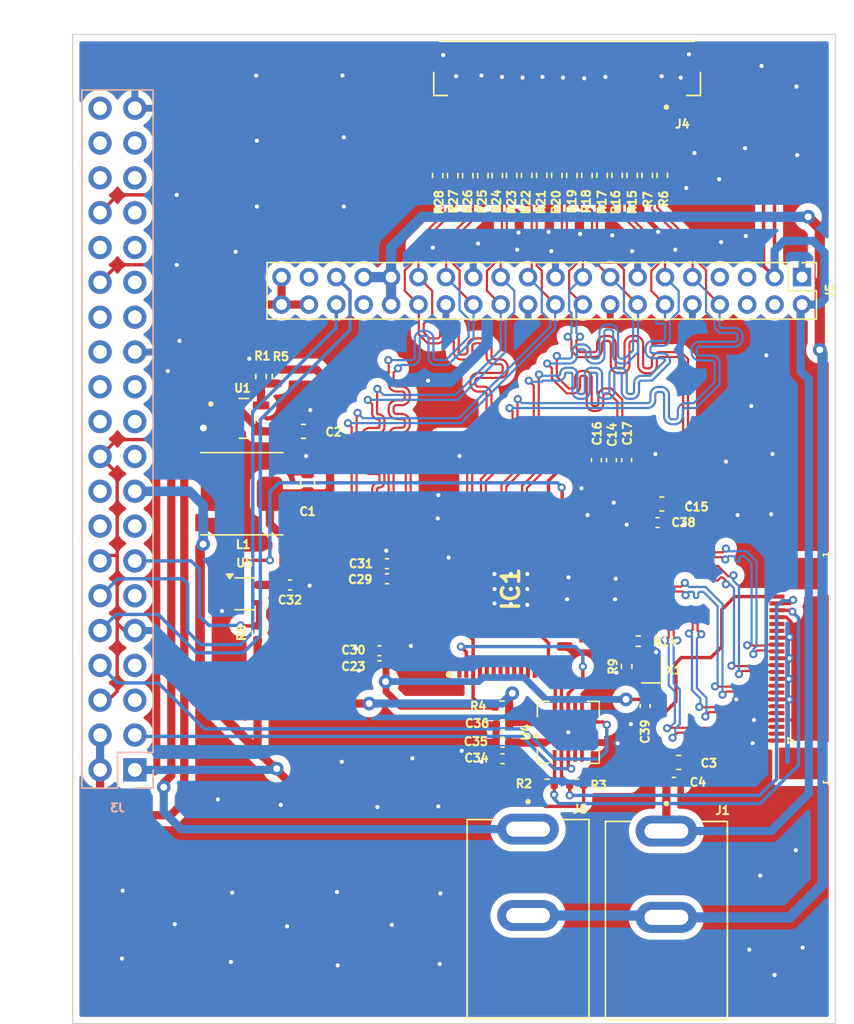
<source format=kicad_pcb>
(kicad_pcb (version 20240108) (generator "pcbnew") (generator_version "8.0")
  (layers (0 "F.Cu" signal) (1 "In1.Cu" signal) (2 "In2.Cu" signal) (31 "B.Cu" signal) (34 "B.Paste" user) (35 "F.Paste" user) (36 "B.SilkS" user "B.Silkscreen") (37 "F.SilkS" user "F.Silkscreen") (38 "B.Mask" user) (39 "F.Mask" user) (44 "Edge.Cuts" user))
  (net 0 "")
  (net 1 "GND")
  (net 2 "+5V")
  (net 3 "1.8V")
  (net 4 "VCCIO")
  (net 5 "+3.3V")
  (net 6 "/DA0_N")
  (net 7 "/DA3_P")
  (net 8 "/DA2_P")
  (net 10 "/DAC_P")
  (net 11 "/DA1_P")
  (net 12 "/DA0_P")
  (net 13 "/SCL")
  (net 14 "/SDA")
  (net 16 "/DAC_N")
  (net 17 "/DA2_N")
  (net 18 "/DA1_N")
  (net 19 "/DA3_N")
  (net 21 "/REFCLK")
  (net 22 "/EN")
  (net 24 "/IRQ")
  (net 28 "/I2C_EN")
  (net 35 "/SDA_D")
  (net 36 "/SCL_D")
  (net 37 "/EN_D")
  (net 54 "VLCD")
  (net 55 "Net-(IC1-VCORE)")
  (net 56 "/AY2_P")
  (net 58 "/BY1_P")
  (net 60 "/ACLK_P")
  (net 61 "/BY3_P")
  (net 62 "/AY1_P")
  (net 65 "/AY0_N")
  (net 67 "/BCLK_P")
  (net 68 "/AY3_N")
  (net 69 "/AY2_N")
  (net 70 "/BY0_P")
  (net 71 "/ACLK_N")
  (net 76 "/AY1_N")
  (net 77 "/AY3_P")
  (net 79 "Net-(IC1-REFCLK)")
  (net 80 "/BCLK_N")
  (net 81 "/BY1_N")
  (net 82 "/BY3_N")
  (net 84 "/AY0_P")
  (net 85 "/BY0_N")
  (net 87 "LED-GND")
  (net 88 "/BL-EN")
  (net 89 "/BL-PWM")
  (net 90 "/RPI-IRQ")
  (net 92 "/DY2_P")
  (net 93 "/DY0_N")
  (net 94 "/DY0_P")
  (net 96 "/DCLK_N")
  (net 98 "/DY1_P")
  (net 99 "/CY2_P")
  (net 100 "/CY0_P")
  (net 101 "/DY1_N")
  (net 102 "/CY0_N")
  (net 103 "/CY2_N")
  (net 106 "/CY1_N")
  (net 107 "/CCLK_P")
  (net 108 "/CY1_P")
  (net 109 "/DCLK_P")
  (net 110 "/CCLK_N")
  (net 111 "/DY2_N")
  (net 112 "LED-VCC")
  (net 113 "Net-(U1-FB)")
  (net 114 "/BY2_N")
  (net 115 "/BY2_P")
  (net 122 "Net-(U1-SW)")
  (footprint "Resistor_SMD:R_0402_1005Metric" (layer "F.Cu") (at 131.35 82.28 90)
    (property "Reference" "R19")
    (property "Value" "0R")
  )
  (footprint "Capacitor_SMD:C_0603_1608Metric" (layer "F.Cu") (at 137.92 106.25)
    (property "Reference" "C15")
    (property "Value" "10uF")
  )
  (footprint "Capacitor_SMD:C_0402_1005Metric" (layer "F.Cu") (at 117.85 110.6 180)
    (property "Reference" "C31")
    (property "Value" "0.01uF")
  )
  (footprint "Capacitor_SMD:C_0402_1005Metric" (layer "F.Cu") (at 117.3 118.05 180)
    (property "Reference" "C23")
    (property "Value" "0.01uF")
  )
  (footprint "Capacitor_SMD:C_0402_1005Metric" (layer "F.Cu") (at 126.2875 124.825 180)
    (property "Reference" "C34")
    (property "Value" "100nF")
  )
  (footprint "Package_DFN_QFN:Texas_S-PVQFN-N14" (layer "F.Cu") (at 131.0875 122.9 90)
    (property "Reference" "U4")
    (property "Value" "TXB0104RGY")
  )
  (footprint "Resistor_SMD:R_0402_1005Metric" (layer "F.Cu") (at 136.19 116.25 180)
    (property "Reference" "R14")
    (property "Value" "0R")
  )
  (footprint "Resistor_SMD:R_0402_1005Metric" (layer "F.Cu") (at 132.45 82.28 90)
    (property "Reference" "R18")
    (property "Value" "0R")
  )
  (footprint "Pattern:Induct" (layer "F.Cu") (at 107.25 105.5 180)
    (property "Reference" "L1")
    (property "Value" "2.2uH")
  )
  (footprint "Capacitor_SMD:C_0402_1005Metric" (layer "F.Cu") (at 110.77 112.15)
    (property "Reference" "C32")
    (property "Value" "100nF")
  )
  (footprint "Resistor_SMD:R_0402_1005Metric" (layer "F.Cu") (at 124.85 82.29 90)
    (property "Reference" "R25")
    (property "Value" "0R")
  )
  (footprint "Resistor_SMD:R_0402_1005Metric" (layer "F.Cu") (at 131.7 126.7 180)
    (property "Reference" "R3")
    (property "Value" "4.7k")
  )
  (footprint "Capacitor_SMD:C_0402_1005Metric" (layer "F.Cu") (at 136.7 120.98 90)
    (property "Reference" "C39")
    (property "Value" "100nF")
  )
  (footprint "Capacitor_SMD:C_0603_1608Metric" (layer "F.Cu") (at 139.15 125.1 180)
    (property "Reference" "C3")
    (property "Value" "10uF")
  )
  (footprint "Capacitor_SMD:C_0402_1005Metric" (layer "F.Cu") (at 137.6 107.6)
    (property "Reference" "C38")
    (property "Value" "1uF")
  )
  (footprint "Resistor_SMD:R_0402_1005Metric" (layer "F.Cu") (at 126.25 121 180)
    (property "Reference" "R4")
    (property "Value" "0R")
  )
  (footprint "Resistor_SMD:R_0402_1005Metric" (layer "F.Cu") (at 108.65 96.95 90)
    (property "Reference" "R1")
    (property "Value" "100k")
  )
  (footprint "Resistor_SMD:R_0402_1005Metric" (layer "F.Cu") (at 122.65 82.29 90)
    (property "Reference" "R27")
    (property "Value" "0R")
  )
  (footprint "Resistor_SMD:R_0402_1005Metric" (layer "F.Cu") (at 125.9 82.29 90)
    (property "Reference" "R24")
    (property "Value" "0R")
  )
  (footprint "Oscillator:Oscillator_SMD_Abracon_ASCO-4Pin_1.6x1.2mm" (layer "F.Cu") (at 137.1 118.3 180)
    (property "Reference" "X1")
    (property "Value" "ASCO")
  )
  (footprint "Resistor_SMD:R_0402_1005Metric" (layer "F.Cu") (at 108.4 115.65 90)
    (property "Reference" "R8")
    (property "Value" "1k")
  )
  (footprint "Resistor_SMD:R_0402_1005Metric" (layer "F.Cu") (at 126.95 82.28 90)
    (property "Reference" "R23")
    (property "Value" "0R")
  )
  (footprint "Pattern:QFP50P1200X1200X120-65N" (layer "F.Cu") (at 126.888 112.45 90)
    (property "Reference" "IC1")
    (property "Value" "SN65DSI84TPAPRQ1" (hide yes))
  )
  (footprint "Capacitor_SMD:C_0603_1608Metric" (layer "F.Cu") (at 111.75 100.95 180)
    (property "Reference" "C2")
    (property "Value" "4.7uF")
  )
  (footprint "Connector_PinHeader_2.00mm:PinHeader_2x20_P2.00mm_Vertical" (layer "F.Cu") (at 148.15 89.7 -90)
    (property "Reference" "J5")
    (property "Value" "Conn_02x20_Odd_Even")
  )
  (footprint "Capacitor_SMD:C_0402_1005Metric" (layer "F.Cu") (at 126.2875 123.625 180)
    (property "Reference" "C35")
    (property "Value" "1uF")
  )
  (footprint "Capacitor_SMD:C_0402_1005Metric" (layer "F.Cu") (at 117.85 111.7 180)
    (property "Reference" "C29")
    (property "Value" "0.01uF")
  )
  (footprint "Capacitor_SMD:C_0402_1005Metric" (layer "F.Cu") (at 126.3 122.35 180)
    (property "Reference" "C36")
    (property "Value" "100nF")
  )
  (footprint "Pattern:SOT95P280X145-5N" (layer "F.Cu") (at 107.4 100)
    (property "Reference" "U1")
    (property "Value" "TLV62569DBVR")
  )
  (footprint "Pattern:CUI_PJ-037AH" (layer "F.Cu") (at 128.15 129.9625 -90)
    (property "Reference" "J6")
    (property "Value" "Barrel_Jack")
  )
  (footprint "Resistor_SMD:R_0402_1005Metric" (layer "F.Cu") (at 121.55 82.29 90)
    (property "Reference" "R28")
    (property "Value" "0R")
  )
  (footprint "Resistor_SMD:R_0402_1005Metric" (layer "F.Cu") (at 129.55 126.7)
    (property "Reference" "R2")
    (property "Value" "4.7k")
  )
  (footprint "Capacitor_SMD:C_0402_1005Metric" (layer "F.Cu") (at 117.3 116.95 180)
    (property "Reference" "C30")
    (property "Value" "100nF")
  )
  (footprint "Resistor_SMD:R_0402_1005Metric" (layer "F.Cu") (at 135.75 82.28 90)
    (property "Reference" "R15")
    (property "Value" "0R")
  )
  (footprint "Capacitor_SMD:C_0402_1005Metric" (layer "F.Cu") (at 133.14 103.05 90)
    (property "Reference" "C16")
    (property "Value" "100nF")
  )
  (footprint "Resistor_SMD:R_0402_1005Metric" (layer "F.Cu") (at 137.95 82.28 90)
    (property "Reference" "R6")
    (property "Value" "0R")
  )
  (footprint "Resistor_SMD:R_0402_1005Metric" (layer "F.Cu") (at 134.65 82.28 90)
    (property "Reference" "R16")
    (property "Value" "0R")
  )
  (footprint "Package_TO_SOT_SMD:SOT-353_SC-70-5" (layer "F.Cu") (at 107.45 112.8)
    (property "Reference" "U5")
    (property "Value" "74LVC1G07")
  )
  (footprint "Capacitor_SMD:C_0402_1005Metric" (layer "F.Cu") (at 134.24 103.05 90)
    (property "Reference" "C14")
    (property "Value" "1uF")
  )
  (footprint "Resistor_SMD:R_0402_1005Metric" (layer "F.Cu") (at 136.85 82.28 90)
    (property "Reference" "R7")
    (property "Value" "0R")
  )
  (footprint "Connector_FFC-FPC:TE_2-1734839-2_1x22-1MP_P0.5mm_Horizontal" (layer "F.Cu") (at 147.675 118.25 90)
    (property "Reference" "J2" (hide yes))
    (property "Value" "Conn_01x22_Socket" (hide yes))
  )
  (footprint "Capacitor_SMD:C_0402_1005Metric" (layer "F.Cu") (at 138.8 126.55 180)
    (property "Reference" "C4")
    (property "Value" "100nF")
  )
  (footprint "Resistor_SMD:R_0402_1005Metric" (layer "F.Cu") (at 109.85 96.95 -90)
    (property "Reference" "R5")
    (property "Value" "200k")
  )
  (footprint "Resistor_SMD:R_0402_1005Metric" (layer "F.Cu") (at 129.15 82.28 90)
    (property "Reference" "R21")
    (property "Value" "0R")
  )
  (footprint "Resistor_SMD:R_0402_1005Metric" (layer "F.Cu") (at 133.55 82.28 90)
    (property "Reference" "R17")
    (property "Value" "0R")
  )
  (footprint "Resistor_SMD:R_0402_1005Metric" (layer "F.Cu") (at 123.75 82.29 90)
    (property "Reference" "R26")
    (property "Value" "0R")
  )
  (footprint "Capacitor_SMD:C_0603_1608Metric" (layer "F.Cu") (at 112.05 104.7 90)
    (property "Reference" "C1")
    (property "Value" "10uF")
  )
  (footprint "Resistor_SMD:R_0402_1005Metric" (layer "F.Cu") (at 135.35 118.1 90)
    (property "Reference" "R9")
    (property "Value" "0R-DNP")
  )
  (footprint "Capacitor_SMD:C_0402_1005Metric" (layer "F.Cu") (at 135.35 103.05 90)
    (property "Reference" "C17")
    (property "Value" "0.01uF")
  )
  (footprint "Pattern:IPEX_20455-030E-76" (layer "F.Cu") (at 131 74.4 180)
    (property "Reference" "J4")
    (property "Value" "20455-030E-76")
  )
  (footprint "Pattern:CUI_PJ-037AH" (layer "F.Cu") (at 138.25 130.1 -90)
    (property "Reference" "J1")
    (property "Value" "Barrel_Jack")
  )
  (footprint "Resistor_SMD:R_0402_1005Metric" (layer "F.Cu") (at 128.05 82.28 90)
    (property "Reference" "R22")
    (property "Value" "0R")
  )
  (footprint "Resistor_SMD:R_0402_1005Metric" (layer "F.Cu") (at 130.25 82.28 90)
    (property "Reference" "R20")
    (property "Value" "0R")
  )
  (footprint "Connector_PinSocket_2.54mm:PinSocket_2x20_P2.54mm_Vertical" (layer "B.Cu") (at 99.44 125.64)
    (property "Reference" "J3")
    (property "Value" "Conn_02x20_Odd_Even")
  )
  (gr_rect (start 94.9 72) (end 150.6 144.15) (stroke (width 0.1)) (fill none) (layer "Edge.Cuts"))
  (segment (start 125.82 122.35) (end 125.82 123.6125) (width 0.5) (layer "F.Cu") (net 1))
  (segment (start 99.25 101.55) (end 100.7 101.55) (width 0.25) (layer "F.Cu") (net 1))
  (segment (start 138.25 75.4) (end 137.95 75.1) (width 0.25) (layer "F.Cu") (net 1))
  (segment (start 120.05 116.2) (end 119.6 116.65) (width 0.25) (layer "F.Cu") (net 1))
  (segment (start 99.44 95.16) (end 101.89 95.16) (width 0.5) (layer "F.Cu") (net 1))
  (segment (start 139.25 107.6) (end 139.45 107.8) (width 0.5) (layer "F.Cu") (net 1))
  (segment (start 136.7 121.46) (end 136.49 121.46) (width 0.5) (layer "F.Cu") (net 1))
  (segment (start 116.82 116.95) (end 115.75 116.95) (width 0.5) (layer "F.Cu") (net 1))
  (segment (start 112.525 99.675) (end 112.25 99.4) (width 0.5) (layer "F.Cu") (net 1))
  (segment (start 111.25 112.15) (end 112.15 112.15) (width 0.5) (layer "F.Cu") (net 1))
  (segment (start 147 114.5) (end 147.35 114.85) (width 0.25) (layer "F.Cu") (net 1))
  (segment (start 99.75 83.7) (end 102.5 83.7) (width 0.25) (layer "F.Cu") (net 1))
  (segment (start 131.2 111.7) (end 131.1 111.6) (width 0.25) (layer "F.Cu") (net 1))
  (segment (start 139.85 106.25) (end 139.95 106.15) (width 0.5) (layer "F.Cu") (net 1))
  (segment (start 132.626 113.2) (end 131.15 113.2) (width 0.25) (layer "F.Cu") (net 1))
  (segment (start 98.15 114.95) (end 98.15 110) (width 0.25) (layer "F.Cu") (net 1))
  (segment (start 98.18 88.8) (end 99.45 88.8) (width 0.25) (layer "F.Cu") (net 1))
  (segment (start 132.626 111.7) (end 131.2 111.7) (width 0.25) (layer "F.Cu") (net 1))
  (segment (start 115.75 116.95) (end 115.6 116.8) (width 0.5) (layer "F.Cu") (net 1))
  (segment (start 122.85 76.32) (end 122.85 75.05) (width 0.5) (layer "F.Cu") (net 1))
  (segment (start 138.695 106.25) (end 139.85 106.25) (width 0.5) (layer "F.Cu") (net 1))
  (segment (start 130.75 76.32) (end 130.75 75.2) (width 0.25) (layer "F.Cu") (net 1))
  (segment (start 146.325 119) (end 147.2 119) (width 0.25) (layer "F.Cu") (net 1))
  (segment (start 126.25 76.32) (end 126.25 75.15) (width 0.25) (layer "F.Cu") (net 1))
  (segment (start 138.08 107.6) (end 139.25 107.6) (width 0.5) (layer "F.Cu") (net 1))
  (segment (start 147.35 115.8) (end 147.15 116) (width 0.25) (layer "F.Cu") (net 1))
  (segment (start 101.15 101.1) (end 101.15 99.3) (width 0.25) (layer "F.Cu") (net 1))
  (segment (start 106.5 113.45) (end 106.4 113.45) (width 0.5) (layer "F.Cu") (net 1))
  (segment (start 121.15 116.2) (end 120.05 116.2) (width 0.25) (layer "F.Cu") (net 1))
  (segment (start 98.2 83.7) (end 99.55 83.7) (width 0.25) (layer "F.Cu") (net 1))
  (segment (start 127.75 75.25) (end 127.8 75.2) (width 0.25) (layer "F.Cu") (net 1))
  (segment (start 105.2 100) (end 104.4 100.8) (width 0.7) (layer "F.Cu") (net 1))
  (segment (start 98.15 119.9) (end 98.15 114.95) (width 0.25) (layer "F.Cu") (net 1))
  (segment (start 144.8 123.5) (end 144.6 123.7) (width 0.25) (layer "F.Cu") (net 1))
  (segment (start 146.325 120.5) (end 143.4 120.5) (width 0.25) (layer "F.Cu") (net 1))
  (segment (start 108.65 96.44) (end 108.59 96.44) (width 0.5) (layer "F.Cu") (net 1))
  (segment (start 138.25 76.32) (end 138.25 75.4) (width 0.25) (layer "F.Cu") (net 1))
  (segment (start 139.15 76.32) (end 139.15 75.3) (width 0.5) (layer "F.Cu") (net 1))
  (segment (start 135.38 102.6) (end 135.35 102.57) (width 0.5) (layer "F.Cu") (net 1))
  (segment (start 96.9 102.78) (end 98.13 101.55) (width 0.25) (layer "F.Cu") (net 1))
  (segment (start 100.7 101.55) (end 100.9 101.35) (width 0.25) (layer "F.Cu") (net 1))
  (segment (start 134.6 123.65) (end 134.65 123.7) (width 0.5) (layer "F.Cu") (net 1))
  (segment (start 141.35 73.5) (end 139.95 73.5) (width 0.5) (layer "F.Cu") (net 1))
  (segment (start 121.15 110.2) (end 122.3 110.2) (width 0.25) (layer "F.Cu") (net 1))
  (segment (start 146.325 122) (end 146.275 122.05) (width 0.25) (layer "F.Cu") (net 1))
  (segment (start 146.325 114.5) (end 147 114.5) (width 0.25) (layer "F.Cu") (net 1))
  (segment (start 124.75 76.32) (end 124.75 75.1) (width 0.25) (layer "F.Cu") (net 1))
  (segment (start 112.05 103.925) (end 112.05 102.9) (width 0.5) (layer "F.Cu") (net 1))
  (segment (start 132.8125 123.65) (end 134.6 123.65) (width 0.5) (layer "F.Cu") (net 1))
  (segment (start 99.55 83.7) (end 99.75 83.7) (width 0.25) (layer "F.Cu") (net 1))
  (segment (start 98.13 101.55) (end 99.25 101.55) (width 0.25) (layer "F.Cu") (net 1))
  (segment (start 100.9 101.35) (end 101.15 101.1) (width 0.25) (layer "F.Cu") (net 1))
  (segment (start 134.65 118.6) (end 134.66 118.61) (width 0.25) (layer "F.Cu") (net 1))
  (segment (start 127.75 76.32) (end 127.75 75.25) (width 0.25) (layer "F.Cu") (net 1))
  (segment (start 116.15 118.05) (end 115.75 118.45) (width 0.5) (layer "F.Cu") (net 1))
  (segment (start 125.82 123.6125) (end 125.8075 123.625) (width 0.5) (layer "F.Cu") (net 1))
  (segment (start 136.49 121.46) (end 135.65 122.3) (width 0.5) (layer "F.Cu") (net 1))
  (segment (start 117.37 111.7) (end 117.37 110.08) (width 0.5) (layer "F.Cu") (net 1))
  (segment (start 96.9 85) (end 98.2 83.7) (width 0.25) (layer "F.Cu") (net 1))
  (segment (start 99.45 88.8) (end 102.5 88.8) (width 0.25) (layer "F.Cu") (net 1))
  (segment (start 96.9 110.4) (end 97.3 110) (width 0.25) (layer "F.Cu") (net 1))
  (segment (start 98.15 104.03) (end 96.9 102.78) (width 0.25) (layer "F.Cu") (net 1))
  (segment (start 146.3625 120.5) (end 147.2375 120.5) (width 0.25) (layer "F.Cu") (net 1))
  (segment (start 132.626 111.7) (end 134.55 111.7) (width 0.25) (layer "F.Cu") (net 1))
  (segment (start 98.68 115.48) (end 98.15 114.95) (width 0.25) (layer "F.Cu") (net 1))
  (segment (start 98.15 110) (end 98.15 104.03) (width 0.25) (layer "F.Cu") (net 1))
  (segment (start 101.89 95.16) (end 102.7 94.35) (width 0.5) (layer "F.Cu") (net 1))
  (segment (start 112.525 100.95) (end 112.525 99.675) (width 0.5) (layer "F.Cu") (net 1))
  (segment (start 108.59 96.44) (end 107.8 95.65) (width 0.5) (layer "F.Cu") (net 1))
  (segment (start 125.8075 124.825) (end 124.975 124.825) (width 0.5) (layer "F.Cu") (net 1))
  (segment (start 97.49 120.56) (end 98.15 119.9) (width 0.25) (layer "F.Cu") (net 1))
  (segment (start 132.626 113.2) (end 134.4 113.2) (width 0.25) (layer "F.Cu") (net 1))
  (segment (start 135.35 118.61) (end 134.66 118.61) (width 0.25) (layer "F.Cu") (net 1))
  (segment (start 122.3 110.2) (end 122.35 110.15) (width 0.25) (layer "F.Cu") (net 1))
  (segment (start 123.875 123.625) (end 123.25 124.25) (width 0.5) (layer "F.Cu") (net 1))
  (segment (start 116.82 118.05) (end 116.15 118.05) (width 0.5) (layer "F.Cu") (net 1))
  (segment (start 146.275 122.05) (end 144.7 122.05) (width 0.25) (layer "F.Cu") (net 1))
  (segment (start 99.44 115.48) (end 98.68 115.48) (width 0.25) (layer "F.Cu") (net 1))
  (segment (start 106.4 113.45) (end 105.75 114.1) (width 0.5) (layer "F.Cu") (net 1))
  (segment (start 101.15 97.25) (end 101.85 96.55) (width 0.25) (layer "F.Cu") (net 1))
  (segment (start 106.145 100) (end 105.2 100) (width 0.7) (layer "F.Cu") (net 1))
  (segment (start 137.5 117.75) (end 137.5 117.1) (width 0.25) (layer "F.Cu") (net 1))
  (segment (start 112.15 112.15) (end 112.2 112.2) (width 0.5) (layer "F.Cu") (net 1))
  (segment (start 133.14 102.57) (end 135.35 102.57) (width 0.5) (layer "F.Cu") (net 1))
  (segment (start 96.9 90.08) (end 98.18 88.8) (width 0.25) (layer "F.Cu") (net 1))
  (segment (start 117.37 110.08) (end 117.8 109.65) (width 0.5) (layer "F.Cu") (net 1))
  (segment (start 129.25 76.32) (end 129.25 75.1) (width 0.25) (layer "F.Cu") (net 1))
  (segment (start 125.8075 123.625) (end 123.875 123.625) (width 0.5) (layer "F.Cu") (net 1))
  (segment (start 101.15 99.3) (end 101.15 97.25) (width 0.25) (layer "F.Cu") (net 1))
  (segment (start 112.05 102.9) (end 111.9 102.75) (width 0.5) (layer "F.Cu") (net 1))
  (segment (start 130.75 75.2) (end 130.7 75.15) (width 0.25) (layer "F.Cu") (net 1))
  (segment (start 120.65 73.5) (end 121.9 73.5) (width 0.5) (layer "F.Cu") (net 1))
  (segment (start 146.3625 117.5) (end 147.2375 117.5) (width 0.25) (layer "F.Cu") (net 1))
  (segment (start 124.975 124.825) (end 124.75 125.05) (width 0.5) (layer "F.Cu") (net 1))
  (segment (start 147.35 114.85) (end 147.35 115.8) (width 0.25) (layer "F.Cu") (net 1))
  (segment (start 147.15 116) (end 146.325 116) (width 0.25) (layer "F.Cu") (net 1))
  (segment (start 139.95 73.5) (end 139.9 73.45) (width 0.5) (layer "F.Cu") (net 1))
  (segment (start 139.15 75.3) (end 139.25 75.2) (width 0.5) (layer "F.Cu") (net 1))
  (segment (start 132.25 76.32) (end 132.25 75.25) (width 0.25) (layer "F.Cu") (net 1))
  (segment (start 97.3 110) (end 98.15 110) (width 0.25) (layer "F.Cu") (net 1))
  (segment (start 133.75 76.32) (end 133.75 75.1) (width 0.25) (layer "F.Cu") (net 1))
  (segment (start 96.9 120.56) (end 97.49 120.56) (width 0.25) (layer "F.Cu") (net 1))
  (segment (start 146.325 123.5) (end 144.8 123.5) (width 0.25) (layer "F.Cu") (net 1))
  (segment (start 137.45 102.6) (end 135.38 102.6) (width 0.5) (layer "F.Cu") (net 1))
  (via (at 139.9 73.45) (size 0.6) (drill 0.3) (layers "F.Cu" "B.Cu") (net 1))
  (via (at 147.2 119) (size 0.6) (drill 0.3) (layers "F.Cu" "B.Cu") (net 1))
  (via (at 125.7 112.45) (size 0.6) (drill 0.3) (layers "F.Cu" "B.Cu") (net 1))
  (via (at 142.1 82.55) (size 0.6) (drill 0.3) (layers "F.Cu" "B.Cu") (net 1))
  (via (at 135.35 107.75) (size 0.6) (drill 0.3) (layers "F.Cu" "B.Cu") (net 1))
  (via (at 131.1 111.6) (size 0.6) (drill 0.3) (layers "F.Cu" "B.Cu") (net 1))
  (via (at 146 102.6) (size 0.6) (drill 0.3) (layers "F.Cu" "B.Cu") (net 1))
  (via (at 147.75 75.8) (size 0.6) (drill 0.3) (layers "F.Cu" "B.Cu") (net 1))
  (via (at 121.6 128.3) (size 0.6) (drill 0.3) (layers "F.Cu" "B.Cu") (net 1))
  (via (at 143.35 120.5) (size 0.6) (drill 0.3) (layers "F.Cu" "B.Cu") (net 1))
  (via (at 134.5 113.2) (size 0.6) (drill 0.3) (layers "F.Cu" "B.Cu") (net 1))
  (via (at 115.8 118.4) (size 0.6) (drill 0.3) (layers "F.Cu" "B.Cu") (net 1))
  (via (at 144.45 99.1) (size 0.6) (drill 0.3) (layers "F.Cu" "B.Cu") (net 1))
  (via (at 102.7 94.35) (size 0.6) (drill 0.3) (layers "F.Cu" "B.Cu") (net 1))
  (via (at 127.45 86.45) (size 0.6) (drill 0.3) (layers "F.Cu" "B.Cu") (net 1))
  (via (at 132.25 75.2) (size 0.6) (drill 0.3) (layers "F.Cu" "B.Cu") (net 1))
  (via (at 140.3 80.65) (size 0.6) (drill 0.3) (layers "F.Cu" "B.Cu") (net 1))
  (via (at 134.4 106.15) (size 0.6) (drill 0.3) (layers "F.Cu" "B.Cu") (net 1))
  (via (at 126.9 113.55) (size 0.6) (drill 0.3) (layers "F.Cu" "B.Cu") (net 1))
  (via (at 135.75 87.8) (size 0.6) (drill 0.3) (layers "F.Cu" "B.Cu") (net 1))
  (via (at 131 113.2) (size 0.6) (drill 0.3) (layers "F.Cu" "B.Cu") (net 1))
  (via (at 133.8 75.1) (size 0.6) (drill 0.3) (layers "F.Cu" "B.Cu") (net 1))
  (via (at 105.5 127.8) (size 0.6) (drill 0.3) (layers "F.Cu" "B.Cu") (net 1))
  (via (at 131.0875 122.9) (size 0.6) (drill 0.3) (layers "F.Cu" "B.Cu") (net 1))
  (via (at 119.6 116.6) (size 0.6) (drill 0.3) (layers "F.Cu" "B.Cu") (net 1))
  (via (at 119.7 124.8) (size 0.6) (drill 0.3) (layers "F.Cu" "B.Cu") (net 1))
  (via (at 112.2 112.2) (size 0.6) (drill 0.3) (layers "F.Cu" "B.Cu") (net 1))
  (via (at 121.55 107.3) (size 0.6) (drill 0.3) (layers "F.Cu" "B.Cu") (net 1))
  (via (at 137.9 75.05) (size 0.6) (drill 0.3) (layers "F.Cu" "B.Cu") (net 1))
  (via (at 121.7 139.8) (size 0.6) (drill 0.3) (layers "F.Cu" "B.Cu") (net 1))
  (via (at 134.6 118.55) (size 0.6) (drill 0.3) (layers "F.Cu" "B.Cu") (net 1))
  (via (at 106.8 87.85) (size 0.6) (drill 0.3) (layers "F.Cu" "B.Cu") (net 1))
  (via (at 108.3 75) (size 0.6) (drill 0.3) (layers "F.Cu" "B.Cu") (net 1))
  (via (at 134.7 123.7) (size 0.6) (drill 0.3) (layers "F.Cu" "B.Cu") (net 1))
  (via (at 101.85 96.55) (size 0.6) (drill 0.3) (layers "F.Cu" "B.Cu") (net 1))
  (via (at 125.7 113.5) (size 0.6) (drill 0.3) (layers "F.Cu" "B.Cu") (net 1))
  (via (at 131.95 86.55) (size 0.6) (drill 0.3) (layers "F.Cu" "B.Cu") (net 1))
  (via (at 138.9 87.7) (size 0.6) (drill 0.3) (layers "F.Cu" "B.Cu") (net 1))
  (via (at 134.3 86.65) (size 0.6) (drill 0.3) (layers "F.Cu" "B.Cu") (net 1))
  (via (at 124.75 75) (size 0.6) (drill 0.3) (layers "F.Cu" "B.Cu") (net 1))
  (via (at 114.2 134.55) (size 0.6) (drill 0.3) (layers "F.Cu" "B.Cu") (net 1))
  (via (at 107.8 95.65) (size 0.6) (drill 0.3) (layers "F.Cu" "B.Cu") (net 1))
  (via (at 122.35 110.15) (size 0.6) (drill 0.3) (layers "F.Cu" "B.Cu") (net 1))
  (via (at 145.9 107) (size 0.6) (drill 0.3) (layers "F.Cu" "B.Cu") (net 1))
  (via (at 121.6 105.6) (size 0.6) (drill 0.3) (layers "F.Cu" "B.Cu") (net 1))
  (via (at 139.95 106.15) (size 0.6) (drill 0.3) (layers "F.Cu" "B.Cu") (net 1))
  (via (at 98.5 139.4) (size 0.6) (drill 0.3) (layers "F.Cu" "B.Cu") (net 1))
  (via (at 124.5 87.25) (size 0.6) (drill 0.3) (layers "F.Cu" "B.Cu") (net 1))
  (via (at 128.1 112.45) (size 0.6) (drill 0.3) (layers "F.Cu" "B.Cu") (net 1))
  (via (at 147.2375 117.5) (size 0.6) (drill 0.3) (layers "F.Cu" "B.Cu") (net 1))
  (via (at 142.6 103.15) (size 0.6) (drill 0.3) (layers "F.Cu" "B.Cu") (net 1))
  (via (at 114.55 125.05) (size 0.6) (drill 0.3) (layers "F.Cu" "B.Cu") (net 1))
  (via (at 128.1 111.35) (size 0.6) (drill 0.3) (layers "F.Cu" "B.Cu") (net 1))
  (via (at 139.3 75.15) (size 0.6) (drill 0.3) (layers "F.Cu" "B.Cu") (net 1))
  (via (at 117.8 109.65) (size 0.6) (drill 0.3) (layers "F.Cu" "B.Cu") (net 1))
  (via (at 110.55 137.05) (size 0.6) (drill 0.3) (layers "F.Cu" "B.Cu") (net 1))
  (via (at 102.5 83.7) (size 0.6) (drill 0.3) (layers "F.Cu" "B.Cu") (net 1))
  (via (at 127.75 75.15) (size 0.6) (drill 0.3) (layers "F.Cu" "B.Cu") (net 1))
  (via (at 125.7 111.35) (size 0.6) (drill 0.3) (layers "F.Cu" "B.Cu") (net 1))
  (via (at 145.55 95.4) (size 0.6) (drill 0.3) (layers "F.Cu" "B.Cu") (net 1))
  (via (at 117.15 128.35) (size 0.6) (drill 0.3) (layers "F.Cu" "B.Cu") (net 1))
  (via (at 129.85 87.8) (size 0.6) (drill 0.3) (layers "F.Cu" "B.Cu") (net 1))
  (via (at 127.35 87.7) (size 0.6) (drill 0.3) (layers "F.Cu" "B.Cu") (net 1))
  (via (at 132.5 107.05) (size 0.6) (drill 0.3) (layers "F.Cu" "B.Cu") (net 1))
  (via (at 139.5 107.75) (size 0.6) (drill 0.3) (layers "F.Cu" "B.Cu") (net 1))
  (via (at 146.15 140.6) (size 0.6) (drill 0.3) (layers "F.Cu" "B.Cu") (net 1))
  (via (at 114.6 75) (size 0.6) (drill 0.3) (layers "F.Cu" "B.Cu") (net 1))
  (via (at 111.95 102.75) (size 0.6) (drill 0.3) (layers "F.Cu" "B.Cu") (net 1))
  (via (at 144 80.3) (size 0.6) (drill 0.3) (layers "F.Cu" "B.Cu") (net 1))
  (via (at 121.95 73.5) (size 0.6) (drill 0.3) (layers "F.Cu" "B.Cu") (net 1))
  (via (at 134.55 111.7) (size 0.6) (drill 0.3) (layers "F.Cu" "B.Cu") (net 1))
  (via (at 108.35 79.75) (size 0.6) (drill 0.3) (layers "F.Cu" "B.Cu") (net 1))
  (via (at 108.35 84.55) (size 0.6) (drill 0.3) (layers "F.Cu" "B.Cu") (net 1))
  (via (at 123.15 102.75) (size 0.6) (drill 0.3) (layers "F.Cu" "B.Cu") (net 1))
  (via (at 139.7 83.2) (size 0.6) (drill 0.3) (layers "F.Cu" "B.Cu") (net 1))
  (via (at 124.75 125.05) (size 0.6) (drill 0.3) (layers "F.Cu" "B.Cu") (net 1))
  (via (at 132.05 105.1) (size 0.6) (drill 0.3) (layers "F.Cu" "B.Cu") (net 1))
  (via (at 102.5 88.8) (size 0.6) (drill 0.3) (layers "F.Cu" "B.Cu") (net 1))
  (via (at 147.7 131.5) (size 0.6) (drill 0.3) (layers "F.Cu" "B.Cu") (net 1))
  (via (at 144.05 86.7) (size 0.6) (drill 0.3) (layers "F.Cu" "B.Cu") (net 1))
  (via (at 123.3 124.25) (size 0.6) (drill 0.3) (layers "F.Cu" "B.Cu") (net 1))
  (via (at 106.55 134.6) (size 0.6) (drill 0.3) (layers "F.Cu" "B.Cu") (net 1))
  (via (at 143.45 107.05) (size 0.6) (drill 0.3) (layers "F.Cu" "B.Cu") (net 1))
  (via (at 129.65 86.4) (size 0.6) (drill 0.3) (layers "F.Cu" "B.Cu") (net 1))
  (via (at 144.55 123.7) (size 0.6) (drill 0.3) (layers "F.Cu" "B.Cu") (net 1))
  (via (at 114.7 79.5) (size 0.6) (drill 0.3) (layers "F.Cu" "B.Cu") (net 1))
  (via (at 130.7 75.15) (size 0.6) (drill 0.3) (layers "F.Cu" "B.Cu") (net 1))
  (via (at 144.3 138.75) (size 0.6) (drill 0.3) (layers "F.Cu" "B.Cu") (net 1))
  (via (at 118.2 136.95) (size 0.6) (drill 0.3) (layers "F.Cu" "B.Cu") (net 1))
  (via (at 106.45 139.65) (size 0.6) (drill 0.3) (layers "F.Cu" "B.Cu") (net 1))
  (via (at 148.2 138.6) (size 0.6) (drill 0.3) (layers "F.Cu" "B.Cu") (net 1))
  (via (at 115.6 116.8) (size 0.6) (drill 0.3) (layers "F.Cu" "B.Cu") (net 1))
  (via (at 121.75 134.65) (size 0.6) (drill 0.3) (layers "F.Cu" "B.Cu") (net 1))
  (via (at 137.5 117.05) (size 0.6) (drill 0.3) (layers "F.Cu" "B.Cu") (net 1))
  (via (at 142.25 87.15) (size 0.6) (drill 0.3) (layers "F.Cu" "B.Cu") (net 1))
  (via (at 122.9 75.05) (size 0.6) (drill 0.3) (layers "F.Cu" "B.Cu") (net 1))
  (via (at 98.55 134.45) (size 0.6) (drill 0.3) (layers "F.Cu" "B.Cu") (net 1))
  (via (at 128.1 113.6) (size 0.6) (drill 0.3) (layers "F.Cu" "B.Cu") (net 1))
  (via (at 147.8 80.8) (size 0.6) (drill 0.3) (layers "F.Cu" "B.Cu") (net 1))
  (via (at 121.2 87.55) (size 0.6) (drill 0.3) (layers "F.Cu" "B.Cu") (net 1))
  (via (at 135.65 122.3) (size 0.6) (drill 0.3) (layers "F.Cu" "B.Cu") (net 1))
  (via (at 147.2375 120.5) (size 0.6) (drill 0.3) (layers "F.Cu" "B.Cu") (net 1))
  (via (at 126.888 112.45) (size 0.6) (drill 0.3) (layers "F.Cu" "B.Cu") (net 1))
  (via (at 104.45 100.7) (size 1) (drill 0.5) (layers "F.Cu" "B.Cu") (net 1))
  (via (at 145.1 133.35) (size 0.6) (drill 0.3) (layers "F.Cu" "B.Cu") (net 1))
  (via (at 112.25 99.4) (size 0.6) (drill 0.3) (layers "F.Cu" "B.Cu") (net 1))
  (via (at 137.45 102.6) (size 0.6) (drill 0.3) (layers "F.Cu" "B.Cu") (net 1))
  (via (at 110.1 128.2) (size 0.6) (drill 0.3) (layers "F.Cu" "B.Cu") (net 1))
  (via (at 102.35 136.9) (size 0.6) (drill 0.3) (layers "F.Cu" "B.Cu") (net 1))
  (via (at 114.25 139.9) (size 0.6) (drill 0.3) (layers "F.Cu" "B.Cu") (net 1))
  (via (at 129.2 75.1) (size 0.6) (drill 0.3) (layers "F.Cu" "B.Cu") (net 1))
  (via (at 145.2 74.3) (size 0.6) (drill 0.3) (layers "F.Cu" "B.Cu") (net 1))
  (via (at 120.85 97.25) (size 0.6) (drill 0.3) (layers "F.Cu" "B.Cu") (net 1))
  (via (at 144.65 122) (size 0.6) (drill 0.3) (layers "F.Cu" "B.Cu") (net 1))
  (via (at 126.25 75.1) (size 0.6) (drill 0.3) (layers "F.Cu" "B.Cu") (net 1))
  (via (at 105.8 114.05) (size 0.6) (drill 0.3) (layers "F.Cu" "B.Cu") (net 1))
  (via (at 137.65 86.4) (size 0.6) (drill 0.3) (layers "F.Cu" "B.Cu") (net 1))
  (via (at 114.7 84.55) (size 0.6) (drill 0.3) (layers "F.Cu" "B.Cu") (net 1))
  (via (at 147.25 115.95) (size 0.6) (drill 0.3) (layers "F.Cu" "B.Cu") (net 1))
  (via (at 126.9 111.35) (size 0.6) (drill 0.3) (layers "F.Cu" "B.Cu") (net 1))
  (segment (start 96.9 127.95) (end 96.9 125.64) (width 0.6) (layer "F.Cu") (net 2))
  (segment (start 102.05 128.95) (end 97.9 128.95) (width 0.6) (layer "F.Cu") (net 2))
  (segment (start 97.9 128.95) (end 96.9 127.95) (width 0.6) (layer "F.Cu") (net 2))
  (segment (start 106.755 99.05) (end 106.145 99.05) (width 0.6) (layer "F.Cu") (net 2))
  (segment (start 106.145 99.05) (end 104.3 99.05) (width 0.6) (layer "F.Cu") (net 2))
  (segment (start 103.05 127.95) (end 102.05 128.95) (width 0.6) (layer "F.Cu") (net 2))
  (segment (start 103.05 100.3) (end 103.05 127.95) (width 0.6) (layer "F.Cu") (net 2))
  (segment (start 110.975 100.95) (end 108.655 100.95) (width 0.6) (layer "F.Cu") (net 2))
  (segment (start 104.3 99.05) (end 103.05 100.3) (width 0.6) (layer "F.Cu") (net 2))
  (segment (start 108.655 100.95) (end 106.755 99.05) (width 0.6) (layer "F.Cu") (net 2))
  (segment (start 96.9 125.64) (end 96.9 123.1) (width 0.6) (layer "B.Cu") (net 2))
  (segment (start 129.3625 122.15) (end 126.98 122.15) (width 0.6) (layer "F.Cu") (net 3))
  (segment (start 126.98 122.15) (end 126.78 122.35) (width 0.6) (layer "F.Cu") (net 3))
  (segment (start 108.4 112.15) (end 110.29 112.15) (width 0.6) (layer "F.Cu") (net 3))
  (segment (start 113.7 105.2) (end 113.7 97.45) (width 0.6) (layer "F.Cu") (net 3))
  (segment (start 112.69 96.44) (end 109.85 96.44) (width 0.6) (layer "F.Cu") (net 3))
  (segment (start 110.29 119.44) (end 111.2 120.35) (width 0.6) (layer "F.Cu") (net 3))
  (segment (start 112.05 105.475) (end 113.425 105.475) (width 0.6) (layer "F.Cu") (net 3))
  (segment (start 126.76 121) (end 126.76 120.44) (width 0.6) (layer "F.Cu") (net 3))
  (segment (start 126.78 122.35) (end 126.78 121.02) (width 0.6) (layer "F.Cu") (net 3))
  (segment (start 111.2 120.35) (end 111.65 120.8) (width 0.6) (layer "F.Cu") (net 3))
  (segment (start 110.29 108.69) (end 109.3 107.7) (width 0.6) (layer "F.Cu") (net 3))
  (segment (start 109.325 105.475) (end 109.3 105.5) (width 0.6) (layer "F.Cu") (net 3))
  (segment (start 126.78 121.02) (end 126.76 121) (width 0.6) (layer "F.Cu") (net 3))
  (segment (start 113.7 97.45) (end 112.69 96.44) (width 0.6) (layer "F.Cu") (net 3))
  (segment (start 113.425 105.475) (end 113.7 105.2) (width 0.6) (layer "F.Cu") (net 3))
  (segment (start 126.76 120.44) (end 127 120.2) (width 0.6) (layer "F.Cu") (net 3))
  (segment (start 109.3 107.7) (end 109.3 105.5) (width 0.6) (layer "F.Cu") (net 3))
  (segment (start 111.65 120.8) (end 116.55 120.8) (width 0.6) (layer "F.Cu") (net 3))
  (segment (start 110.29 112.15) (end 110.29 108.69) (width 0.6) (layer "F.Cu") (net 3))
  (segment (start 110.29 112.15) (end 110.29 119.44) (width 0.6) (layer "F.Cu") (net 3))
  (segment (start 112.05 105.475) (end 109.325 105.475) (width 0.6) (layer "F.Cu") (net 3))
  (via (at 127 120.05) (size 1) (drill 0.5) (layers "F.Cu" "B.Cu") (net 3))
  (via (at 116.55 120.8) (size 1) (drill 0.5) (layers "F.Cu" "B.Cu") (net 3))
  (segment (start 116.55 120.8) (end 126.25 120.8) (width 0.6) (layer "B.Cu") (net 3))
  (segment (start 126.25 120.8) (end 127 120.05) (width 0.6) (layer "B.Cu") (net 3))
  (segment (start 121.15 115.7) (end 122.45 115.7) (width 0.25) (layer "F.Cu") (net 4))
  (segment (start 117.78 118.05) (end 117.78 116.95) (width 0.25) (layer "F.Cu") (net 4))
  (segment (start 123.05 108.7) (end 123.95 108.7) (width 0.25) (layer "F.Cu") (net 4))
  (segment (start 136.53 103.53) (end 135.35 103.53) (width 0.6) (layer "F.Cu") (net 4))
  (segment (start 128.95 115.7) (end 128.75 115.7) (width 0.25) (layer "F.Cu") (net 4))
  (segment (start 123.138 108.088) (end 123.75 108.7) (width 0.25) (layer "F.Cu") (net 4))
  (segment (start 127.85 108.7) (end 130.25 108.7) (width 0.25) (layer "F.Cu") (net 4))
  (segment (start 133.14 103.53) (end 135.35 103.53) (width 0.6) (layer "F.Cu") (net 4))
  (segment (start 117.78 116.22) (end 117.78 116.95) (width 0.25) (layer "F.Cu") (net 4))
  (segment (start 130.25 108.7) (end 132.626 108.7) (width 0.25) (layer "F.Cu") (net 4))
  (segment (start 122.45 115.7) (end 122.7 115.7) (width 0.25) (layer "F.Cu") (net 4))
  (segment (start 122.65 111.7) (end 123.05 111.3) (width 0.25) (layer "F.Cu") (net 4))
  (segment (start 123.05 112.7) (end 123.05 112.55) (width 0.25) (layer "F.Cu") (net 4))
  (segment (start 129.638 104.562) (end 130.67 103.53) (width 0.25) (layer "F.Cu") (net 4))
  (segment (start 127.138 108.338) (end 127.5 108.7) (width 0.25) (layer "F.Cu") (net 4))
  (segment (start 130.2 108.7) (end 130.25 108.7) (width 0.25) (layer "F.Cu") (net 4))
  (segment (start 126.25 108.7) (end 127.85 108.7) (width 0.25) (layer "F.Cu") (net 4))
  (segment (start 136.7 120.5) (end 135.3 120.5) (width 0.25) (layer "F.Cu") (net 4))
  (segment (start 136.7 120.5) (end 136.7 118.85) (width 0.25) (layer "F.Cu") (net 4))
  (segment (start 121.15 108.7) (end 123.05 108.7) (width 0.25) (layer "F.Cu") (net 4))
  (segment (start 121.15 115.7) (end 118.3 115.7) (width 0.25) (layer "F.Cu") (net 4))
  (segment (start 124.138 118.188) (end 124.138 120.388) (width 0.25) (layer "F.Cu") (net 4))
  (segment (start 123.05 115.35) (end 123.05 112.55) (width 0.25) (layer "F.Cu") (net 4))
  (segment (start 127.5 108.7) (end 127.85 108.7) (width 0.25) (layer "F.Cu") (net 4))
  (segment (start 121.15 111.7) (end 118.33 111.7) (width 0.25) (layer "F.Cu") (net 4))
  (segment (start 128.75 115.7) (end 123.45 115.7) (width 0.25) (layer "F.Cu") (net 4))
  (segment (start 129.638 106.712) (end 129.638 108.138) (width 0.25) (layer "F.Cu") (net 4))
  (segment (start 123.45 115.7) (end 122.45 115.7) (width 0.25) (layer "F.Cu") (net 4))
  (segment (start 129.638 116.388) (end 128.95 115.7) (width 0.25) (layer "F.Cu") (net 4))
  (segment (start 117.78 119.93) (end 117.78 116.95) (width 0.5) (layer "F.Cu") (net 4))
  (segment (start 123.7 115.7) (end 123.45 115.7) (width 0.25) (layer "F.Cu") (net 4))
  (segment (start 129.638 118.188) (end 129.638 116.388) (width 0.25) (layer "F.Cu") (net 4))
  (segment (start 124.138 116.138) (end 123.7 115.7) (width 0.25) (layer "F.Cu") (net 4))
  (segment (start 124.138 120.388) (end 124.75 121) (width 0.25) (layer "F.Cu") (net 4))
  (segment (start 124.138 118.188) (end 124.138 116.138) (width 0.25) (layer "F.Cu") (net 4))
  (segment (start 118.33 110.6) (end 118.33 111.7) (width 0.25) (layer "F.Cu") (net 4))
  (segment (start 122.7 115.7) (end 123.05 115.35) (width 0.25) (layer "F.Cu") (net 4))
  (segment (start 123.05 112.55) (end 123.05 111.3) (width 0.25) (layer "F.Cu") (net 4))
  (segment (start 123.75 108.7) (end 123.95 108.7) (width 0.25) (layer "F.Cu") (net 4))
  (segment (start 123.138 106.712) (end 123.138 108.088) (width 0.25) (layer "F.Cu") (net 4))
  (segment (start 129.638 106.712) (end 129.638 104.562) (width 0.25) (layer "F.Cu") (net 4))
  (segment (start 125.638 106.712) (end 125.638 108.138) (width 0.25) (layer "F.Cu") (net 4))
  (segment (start 137.145 106.25) (end 137.145 104.145) (width 0.6) (layer "F.Cu") (net 4))
  (segment (start 126.2 108.7) (end 126.25 108.7) (width 0.25) (layer "F.Cu") (net 4))
  (segment (start 125.74 121) (end 118.85 121) (width 0.5) (layer "F.Cu") (net 4))
  (segment (start 137.145 104.145) (end 136.53 103.53) (width 0.6) (layer "F.Cu") (net 4))
  (segment (start 132.626 115.7) (end 128.75 115.7) (width 0.25) (layer "F.Cu") (net 4))
  (segment (start 136.7 118.85) (end 137.5 118.85) (width 0.25) (layer "F.Cu") (net 4))
  (segment (start 125.638 108.138) (end 126.2 108.7) (width 0.25) (layer "F.Cu") (net 4))
  (segment (start 130.67 103.53) (end 133.14 103.53) (width 0.25) (layer "F.Cu") (net 4))
  (segment (start 123.95 108.7) (end 126.25 108.7) (width 0.25) (layer "F.Cu") (net 4))
  (segment (start 121.15 113.2) (end 122.55 113.2) (width 0.25) (layer "F.Cu") (net 4))
  (segment (start 121.15 111.7) (end 122.65 111.7) (width 0.25) (layer "F.Cu") (net 4))
  (segment (start 129.638 108.138) (end 130.2 108.7) (width 0.25) (layer "F.Cu") (net 4))
  (segment (start 118.3 115.7) (end 117.78 116.22) (width 0.25) (layer "F.Cu") (net 4))
  (segment (start 124.75 121) (end 125.74 121) (width 0.25) (layer "F.Cu") (net 4))
  (segment (start 122.55 113.2) (end 123.05 112.7) (width 0.25) (layer "F.Cu") (net 4))
  (segment (start 127.138 106.712) (end 127.138 108.338) (width 0.25) (layer "F.Cu") (net 4))
  (segment (start 123.05 111.3) (end 123.05 108.7) (width 0.25) (layer "F.Cu") (net 4))
  (segment (start 118.85 121) (end 117.78 119.93) (width 0.5) (layer "F.Cu") (net 4))
  (via (at 117.75 119.2) (size 1) (drill 0.5) (layers "F.Cu" "B.Cu") (net 4))
  (via (at 135.3 120.5) (size 1) (drill 0.5) (layers "F.Cu" "B.Cu") (net 4))
  (segment (start 124.55 119.2) (end 124.85 118.9) (width 0.5) (layer "B.Cu") (net 4))
  (segment (start 124.85 118.9) (end 126.85 118.9) (width 0.5) (layer "B.Cu") (net 4))
  (segment (start 126.85 118.9) (end 127.85 118.9) (width 0.5) (layer "B.Cu") (net 4))
  (segment (start 128.35 119.4) (end 129.45 120.5) (width 0.5) (layer "B.Cu") (net 4))
  (segment (start 117.75 119.2) (end 124.55 119.2) (width 0.5) (layer "B.Cu") (net 4))
  (segment (start 129.45 120.5) (end 135.4 120.5) (width 0.5) (layer "B.Cu") (net 4))
  (segment (start 127.85 118.9) (end 128.35 119.4) (width 0.5) (layer "B.Cu") (net 4))
  (segment (start 126.7675 123.625) (end 126.7675 124.825) (width 0.6) (layer "F.Cu") (net 5))
  (segment (start 142.3 113.95) (end 142.3 116.65) (width 0.25) (layer "F.Cu") (net 5))
  (segment (start 131.95 128.3) (end 129.4 128.3) (width 0.25) (layer "F.Cu") (net 5))
  (segment (start 126.7675 124.825) (end 126.7675 126.0175) (width 0.6) (layer "F.Cu") (net 5))
  (segment (start 127.45 126.7) (end 128.5 126.7) (width 0.6) (layer "F.Cu") (net 5))
  (segment (start 138.95 117.85) (end 138.95 120.65) (width 0.25) (layer "F.Cu") (net 5))
  (segment (start 108.4 116.16) (end 108.4 124.25) (width 0.6) (layer "F.Cu") (net 5))
  (segment (start 143.25 113) (end 142.3 113.95) (width 0.25) (layer "F.Cu") (net 5))
  (segment (start 136.15 123.45) (end 136.15 126.15) (width 0.25) (layer "F.Cu") (net 5))
  (segment (start 132.21 128.04) (end 131.95 128.3) (width 0.25) (layer "F.Cu") (net 5))
  (segment (start 104.2 120.05) (end 108.775 124.625) (width 0.7) (layer "F.Cu") (net 5))
  (segment (start 138.95 120.65) (end 136.15 123.45) (width 0.25) (layer "F.Cu") (net 5))
  (segment (start 108.4 124.25) (end 108.775 124.625) (width 0.6) (layer "F.Cu") (net 5))
  (segment (start 129.3625 123.65) (end 126.7925 123.65) (width 0.6) (layer "F.Cu") (net 5))
  (segment (start 110.85 126.7) (end 128.5 126.7) (width 0.6) (layer "F.Cu") (net 5))
  (segment (start 146.325 113) (end 143.25 113) (width 0.25) (layer "F.Cu") (net 5))
  (segment (start 135.6 126.7) (end 132.21 126.7) (width 0.25) (layer "F.Cu") (net 5))
  (segment (start 129 127.9) (end 129 126.74) (width 0.25) (layer "F.Cu") (net 5))
  (segment (start 108.775 124.625) (end 110.85 126.7) (width 0.6) (layer "F.Cu") (net 5))
  (segment (start 141.5 117.45) (end 139.35 117.45) (width 0.25) (layer "F.Cu") (net 5))
  (segment (start 136.15 126.15) (end 135.6 126.7) (width 0.25) (layer "F.Cu") (net 5))
  (segment (start 128.5 126.7) (end 129.04 126.7) (width 0.6) (layer "F.Cu") (net 5))
  (segment (start 132.21 126.7) (end 132.21 128.04) (width 0.25) (layer "F.Cu") (net 5))
  (segment (start 139.35 117.45) (end 138.95 117.85) (width 0.25) (layer "F.Cu") (net 5))
  (segment (start 142.3 116.65) (end 141.5 117.45) (width 0.25) (layer "F.Cu") (net 5))
  (segment (start 126.7925 123.65) (end 126.7675 123.625) (width 0.6) (layer "F.Cu") (net 5))
  (segment (start 129.4 128.3) (end 129 127.9) (width 0.25) (layer "F.Cu") (net 5))
  (segment (start 104.2 109.4) (end 104.2 120.05) (width 0.7) (layer "F.Cu") (net 5))
  (segment (start 126.7675 126.0175) (end 127.45 126.7) (width 0.6) (layer "F.Cu") (net 5))
  (segment (start 104.425 109.175) (end 104.2 109.4) (width 0.7) (layer "F.Cu") (net 5))
  (segment (start 129 126.74) (end 129.04 126.7) (width 0.25) (layer "F.Cu") (net 5))
  (via (at 104.425 109.175) (size 1) (drill 0.5) (layers "F.Cu" "B.Cu") (net 5))
  (via (at 109.8 125.55) (size 1) (drill 0.5) (layers "F.Cu" "B.Cu") (net 5))
  (segment (start 103.42 105.32) (end 99.44 105.32) (width 0.7) (layer "B.Cu") (net 5))
  (segment (start 109.74 125.64) (end 109.75 125.65) (width 0.6) (layer "B.Cu") (net 5))
  (segment (start 104.425 109.175) (end 104.425 106.325) (width 0.7) (layer "B.Cu") (net 5))
  (segment (start 104.425 106.325) (end 103.42 105.32) (width 0.7) (layer "B.Cu") (net 5))
  (segment (start 99.44 125.64) (end 109.74 125.64) (width 0.6) (layer "B.Cu") (net 5))
  (segment (start 145.429999 122.93) (end 145.499999 123) (width 0.16) (layer "F.Cu") (net 6))
  (segment (start 138.22456 114.77) (end 138.78 115.32544) (width 0.16) (layer "F.Cu") (net 6))
  (segment (start 138.78 115.32544) (end 138.78 116.03) (width 0.16) (layer "F.Cu") (net 6))
  (segment (start 133.732251 114.7) (end 133.802251 114.77) (width 0.16) (layer "F.Cu") (net 6))
  (segment (start 138.78 116.03) (end 139 116.25) (width 0.16) (layer "F.Cu") (net 6))
  (segment (start 139.07 122.93) (end 145.429999 122.93) (width 0.16) (layer "F.Cu") (net 6))
  (segment (start 132.626 114.7) (end 133.732251 114.7) (width 0.16) (layer "F.Cu") (net 6))
  (segment (start 145.499999 123) (end 146.325 123) (width 0.16) (layer "F.Cu") (net 6))
  (segment (start 133.802251 114.77) (end 138.22456 114.77) (width 0.16) (layer "F.Cu") (net 6))
  (segment (start 138.7 123.3) (end 139.07 122.93) (width 0.16) (layer "F.Cu") (net 6))
  (via (at 139.05 116.2) (size 0.6) (drill 0.3) (layers "F.Cu" "B.Cu") (net 6))
  (via (at 138.7 123.3) (size 0.6) (drill 0.3) (layers "F.Cu" "B.Cu") (net 6))
  (segment (start 138.78 119.32544) (end 138.78 116.47) (width 0.16) (layer "B.Cu") (net 6))
  (segment (start 139.23 122.324559) (end 139.23 119.77544) (width 0.16) (layer "B.Cu") (net 6))
  (segment (start 138.9 123.1) (end 138.9 122.654559) (width 0.16) (layer "B.Cu") (net 6))
  (segment (start 138.7 123.3) (end 138.9 123.1) (width 0.16) (layer "B.Cu") (net 6))
  (segment (start 138.78 116.47) (end 139.05 116.2) (width 0.16) (layer "B.Cu") (net 6))
  (segment (start 138.9 122.654559) (end 139.23 122.324559) (width 0.16) (layer "B.Cu") (net 6))
  (segment (start 139.23 119.77544) (end 138.78 119.32544) (width 0.16) (layer "B.Cu") (net 6))
  (segment (start 144.12 116.57) (end 144.1 116.55) (width 0.16) (layer "F.Cu") (net 7))
  (segment (start 145.499999 116.5) (end 145.429999 116.57) (width 0.16) (layer "F.Cu") (net 7))
  (segment (start 133.802251 110.13) (end 133.732251 110.2) (width 0.16) (layer "F.Cu") (net 7))
  (segment (start 133.732251 110.2) (end 132.626 110.2) (width 0.16) (layer "F.Cu") (net 7))
  (segment (start 142.55 110.3) (end 142.38 110.13) (width 0.16) (layer "F.Cu") (net 7))
  (segment (start 142.38 110.13) (end 133.802251 110.13) (width 0.16) (layer "F.Cu") (net 7))
  (segment (start 146.325 116.5) (end 145.499999 116.5) (width 0.16) (layer "F.Cu") (net 7))
  (segment (start 145.429999 116.57) (end 144.12 116.57) (width 0.16) (layer "F.Cu") (net 7))
  (via (at 142.55 110.3) (size 0.6) (drill 0.3) (layers "F.Cu" "B.Cu") (net 7))
  (via (at 144.15 116.55) (size 0.6) (drill 0.3) (layers "F.Cu" "B.Cu") (net 7))
  (segment (start 142.55 110.3) (end 142.795 110.055) (width 0.16) (layer "B.Cu") (net 7))
  (segment (start 143.580489 110.331) (end 143.580489 110.179) (width 0.16) (layer "B.Cu") (net 7))
  (segment (start 143.394489 110.455) (end 143.456489 110.455) (width 0.16) (layer "B.Cu") (net 7))
  (segment (start 143.988219 110.092779) (end 144.47 110.57456) (width 0.16) (layer "B.Cu") (net 7))
  (segment (start 143.95044 110.055) (end 143.988219 110.092779) (width 0.16) (layer "B.Cu") (net 7))
  (segment (start 142.795 110.055) (end 143.146489 110.055) (width 0.16) (layer "B.Cu") (net 7))
  (segment (start 143.766489 110.055) (end 143.95044 110.055) (width 0.16) (layer "B.Cu") (net 7))
  (segment (start 144.47 110.57456) (end 144.47 116.425441) (width 0.16) (layer "B.Cu") (net 7))
  (segment (start 144.345441 116.55) (end 144.15 116.55) (width 0.16) (layer "B.Cu") (net 7))
  (segment (start 143.270489 110.179) (end 143.270489 110.331) (width 0.16) (layer "B.Cu") (net 7))
  (segment (start 144.47 116.425441) (end 144.345441 116.55) (width 0.16) (layer "B.Cu") (net 7))
  (segment (start 143.704489 110.055) (end 143.766489 110.055) (width 0.16) (layer "B.Cu") (net 7))
  (arc (start 143.146489 110.055) (mid 143.23417 110.091319) (end 143.270489 110.179) (width 0.16) (layer "B.Cu") (net 7))
  (arc (start 143.456489 110.455) (mid 143.54417 110.418681) (end 143.580489 110.331) (width 0.16) (layer "B.Cu") (net 7))
  (arc (start 143.270489 110.331) (mid 143.306808 110.418681) (end 143.394489 110.455) (width 0.16) (layer "B.Cu") (net 7))
  (arc (start 143.580489 110.179) (mid 143.616808 110.091319) (end 143.704489 110.055) (width 0.16) (layer "B.Cu") (net 7))
  (segment (start 141.931499 111.186059) (end 141.87544 111.13) (width 0.16) (layer "F.Cu") (net 8))
  (segment (start 146.325 118) (end 145.499999 118) (width 0.16) (layer "F.Cu") (net 8))
  (segment (start 141.797148 111.583452) (end 141.975337 111.40526) (width 0.16) (layer "F.Cu") (net 8))
  (segment (start 142.6 112.1) (end 142.6 111.85456) (width 0.16) (layer "F.Cu") (net 8))
  (segment (start 142.6 111.85456) (end 142.369906 111.624466) (width 0.16) (layer "F.Cu") (net 8))
  (segment (start 133.732251 111.2) (end 132.626 111.2) (width 0.16) (layer "F.Cu") (net 8))
  (segment (start 141.862667 111.13) (end 133.802251 111.13) (width 0.16) (layer "F.Cu") (net 8))
  (segment (start 141.87544 111.13) (end 141.862667 111.13) (width 0.16) (layer "F.Cu") (net 8))
  (segment (start 145.429999 118.07) (end 143.05 118.07) (width 0.16) (layer "F.Cu") (net 8))
  (segment (start 142.194542 111.624465) (end 142.016352 111.802656) (width 0.16) (layer "F.Cu") (net 8))
  (segment (start 141.975338 111.229898) (end 141.931499 111.186059) (width 0.16) (layer "F.Cu") (net 8))
  (segment (start 141.840988 111.802655) (end 141.797147 111.758814) (width 0.16) (layer "F.Cu") (net 8))
  (segment (start 145.499999 118) (end 145.429999 118.07) (width 0.16) (layer "F.Cu") (net 8))
  (segment (start 133.802251 111.13) (end 133.732251 111.2) (width 0.16) (layer "F.Cu") (net 8))
  (via (at 143 118.05) (size 0.6) (drill 0.3) (layers "F.Cu" "B.Cu") (net 8))
  (via (at 142.6 112.1) (size 0.6) (drill 0.3) (layers "F.Cu" "B.Cu") (net 8))
  (arc (start 141.975337 111.40526) (mid 142.011657 111.317579) (end 141.975338 111.229898) (width 0.16) (layer "F.Cu") (net 8))
  (arc (start 142.369906 111.624466) (mid 142.282225 111.588147) (end 142.194542 111.624465) (width 0.16) (layer "F.Cu") (net 8))
  (arc (start 142.016352 111.802656) (mid 141.928669 111.838974) (end 141.840988 111.802655) (width 0.16) (layer "F.Cu") (net 8))
  (arc (start 141.797147 111.758814) (mid 141.760828 111.671133) (end 141.797148 111.583452) (width 0.16) (layer "F.Cu") (net 8))
  (segment (start 143 118.05) (end 143.19 117.86) (width 0.16) (layer "B.Cu") (net 8))
  (segment (start 143.19 112.394559) (end 142.895441 112.1) (width 0.16) (layer "B.Cu") (net 8))
  (segment (start 143.19 117.86) (end 143.19 112.394559) (width 0.16) (layer "B.Cu") (net 8))
  (segment (start 142.895441 112.1) (end 142.6 112.1) (width 0.16) (layer "B.Cu") (net 8))
  (segment (start 146.325 119.5) (end 145.499999 119.5) (width 0.16) (layer "F.Cu") (net 10))
  (segment (start 145.499999 119.5) (end 145.429999 119.57) (width 0.16) (layer "F.Cu") (net 10))
  (segment (start 145.429999 119.57) (end 141.9 119.57) (width 0.16) (layer "F.Cu") (net 10))
  (segment (start 133.732251 112.7) (end 133.802251 112.63) (width 0.16) (layer "F.Cu") (net 10))
  (segment (start 133.802251 112.63) (end 139.43 112.63) (width 0.16) (layer "F.Cu") (net 10))
  (segment (start 139.43 112.63) (end 139.65 112.85) (width 0.16) (layer "F.Cu") (net 10))
  (segment (start 132.626 112.7) (end 133.732251 112.7) (width 0.16) (layer "F.Cu") (net 10))
  (via (at 139.65 112.9) (size 0.6) (drill 0.3) (layers "F.Cu" "B.Cu") (net 10))
  (via (at 141.8 119.55) (size 0.6) (drill 0.3) (layers "F.Cu" "B.Cu") (net 10))
  (segment (start 140.95044 112.655) (end 140.951602 112.656162) (width 0.16) (layer "B.Cu") (net 10))
  (segment (start 140.705176 112.655) (end 140.767176 112.655) (width 0.16) (layer "B.Cu") (net 10))
  (segment (start 139.65 112.9) (end 139.895 112.655) (width 0.16) (layer "B.Cu") (net 10))
  (segment (start 140.395176 113.105) (end 140.457176 113.105) (width 0.16) (layer "B.Cu") (net 10))
  (segment (start 139.895 112.655) (end 140.147176 112.655) (width 0.16) (layer "B.Cu") (net 10))
  (segment (start 140.581176 112.981) (end 140.581176 112.779) (width 0.16) (layer "B.Cu") (net 10))
  (segment (start 140.271176 112.779) (end 140.271176 112.981) (width 0.16) (layer "B.Cu") (net 10))
  (segment (start 141.99 119.36) (end 141.8 119.55) (width 0.16) (layer "B.Cu") (net 10))
  (segment (start 141.99 113.69456) (end 141.99 119.36) (width 0.16) (layer "B.Cu") (net 10))
  (segment (start 140.951602 112.656162) (end 141.99 113.69456) (width 0.16) (layer "B.Cu") (net 10))
  (segment (start 140.767176 112.655) (end 140.95044 112.655) (width 0.16) (layer "B.Cu") (net 10))
  (arc (start 140.457176 113.105) (mid 140.544857 113.068681) (end 140.581176 112.981) (width 0.16) (layer "B.Cu") (net 10))
  (arc (start 140.271176 112.981) (mid 140.307495 113.068681) (end 140.395176 113.105) (width 0.16) (layer "B.Cu") (net 10))
  (arc (start 140.581176 112.779) (mid 140.617495 112.691319) (end 140.705176 112.655) (width 0.16) (layer "B.Cu") (net 10))
  (arc (start 140.147176 112.655) (mid 140.234857 112.691319) (end 140.271176 112.779) (width 0.16) (layer "B.Cu") (net 10))
  (segment (start 140.67 121.07) (end 140.65 121.05) (width 0.16) (layer "F.Cu") (net 11))
  (segment (start 133.802251 114.13) (end 133.732251 114.2) (width 0.16) (layer "F.Cu") (net 11))
  (segment (start 139.658971 114.163531) (end 139.62544 114.13) (width 0.16) (layer "F.Cu") (net 11))
  (segment (start 145.429999 121.07) (end 140.67 121.07) (width 0.16) (layer "F.Cu") (net 11))
  (segment (start 139.489264 114.596279) (end 139.702811 114.382733) (width 0.16) (layer "F.Cu") (net 11))
  (segment (start 139.702811 114.207371) (end 139.658971 114.163531) (width 0.16) (layer "F.Cu") (net 11))
  (segment (start 139.922014 114.601937) (end 139.708468 114.815484) (width 0.16) (layer "F.Cu") (net 11))
  (segment (start 139.62544 114.13) (end 139.320418 114.13) (width 0.16) (layer "F.Cu") (net 11))
  (segment (start 139.320418 114.13) (end 133.802251 114.13) (width 0.16) (layer "F.Cu") (net 11))
  (segment (start 139.533106 114.815484) (end 139.489265 114.771643) (width 0.16) (layer "F.Cu") (net 11))
  (segment (start 146.325 121) (end 145.499999 121) (width 0.16) (layer "F.Cu") (net 11))
  (segment (start 145.499999 121) (end 145.429999 121.07) (width 0.16) (layer "F.Cu") (net 11))
  (segment (start 140.17 115.43) (end 140.17 114.67456) (width 0.16) (layer "F.Cu") (net 11))
  (segment (start 133.732251 114.2) (end 132.626 114.2) (width 0.16) (layer "F.Cu") (net 11))
  (segment (start 139.9 115.7) (end 140.17 115.43) (width 0.16) (layer "F.Cu") (net 11))
  (segment (start 140.17 114.67456) (end 140.097378 114.601938) (width 0.16) (layer "F.Cu") (net 11))
  (via (at 139.9 115.7) (size 0.6) (drill 0.3) (layers "F.Cu" "B.Cu") (net 11))
  (via (at 140.65 121.05) (size 0.6) (drill 0.3) (layers "F.Cu" "B.Cu") (net 11))
  (arc (start 139.702811 114.382733) (mid 139.73913 114.295052) (end 139.702811 114.207371) (width 0.16) (layer "F.Cu") (net 11))
  (arc (start 140.097378 114.601938) (mid 140.009697 114.565619) (end 139.922014 114.601937) (width 0.16) (layer "F.Cu") (net 11))
  (arc (start 139.708468 114.815484) (mid 139.620787 114.851803) (end 139.533106 114.815484) (width 0.16) (layer "F.Cu") (net 11))
  (arc (start 139.489265 114.771643) (mid 139.452946 114.683962) (end 139.489264 114.596279) (width 0.16) (layer "F.Cu") (net 11))
  (segment (start 140.74 120.44456) (end 140.12 119.82456) (width 0.16) (layer "B.Cu") (net 11))
  (segment (start 140.74 120.96) (end 140.74 120.44456) (width 0.16) (layer "B.Cu") (net 11))
  (segment (start 140.65 121.05) (end 140.74 120.96) (width 0.16) (layer "B.Cu") (net 11))
  (segment (start 140.12 119.82456) (end 140.12 115.92) (width 0.16) (layer "B.Cu") (net 11))
  (segment (start 140.12 115.92) (end 139.9 115.7) (width 0.16) (layer "B.Cu") (net 11))
  (segment (start 138.42 115.98) (end 138.2 116.2) (width 0.16) (layer "F.Cu") (net 12))
  (segment (start 137.249322 115.254) (end 137.249322 115.556) (width 0.16) (layer "F.Cu") (net 12))
  (segment (start 137.745322 115.13) (end 137.897176 115.13) (width 0.16) (layer "F.Cu") (net 12))
  (segment (start 133.732251 115.2) (end 133.802251 115.13) (width 0.16) (layer "F.Cu") (net 12))
  (segment (start 145.429999 122.57) (end 138.33 122.57) (width 0.16) (layer "F.Cu") (net 12))
  (segment (start 138.07544 115.13) (end 138.42 115.47456) (width 0.16) (layer "F.Cu") (net 12))
  (segment (start 133.802251 115.13) (end 137.125322 115.13) (width 0.16) (layer "F.Cu") (net 12))
  (segment (start 137.373322 115.68) (end 137.435322 115.68) (width 0.16) (layer "F.Cu") (net 12))
  (segment (start 137.897176 115.13) (end 138.07544 115.13) (width 0.16) (layer "F.Cu") (net 12))
  (segment (start 137.559322 115.556) (end 137.559322 115.254) (width 0.16) (layer "F.Cu") (net 12))
  (segment (start 145.499999 122.5) (end 145.429999 122.57) (width 0.16) (layer "F.Cu") (net 12))
  (segment (start 132.626 115.2) (end 133.732251 115.2) (width 0.16) (layer "F.Cu") (net 12))
  (segment (start 137.683322 115.13) (end 137.745322 115.13) (width 0.16) (layer "F.Cu") (net 12))
  (segment (start 138.42 115.47456) (end 138.42 115.98) (width 0.16) (layer "F.Cu") (net 12))
  (segment (start 146.325 122.5) (end 145.499999 122.5) (width 0.16) (layer "F.Cu") (net 12))
  (segment (start 138.33 122.57) (end 138.3 122.6) (width 0.16) (layer "F.Cu") (net 12))
  (via (at 138.15 116.2) (size 0.6) (drill 0.3) (layers "F.Cu" "B.Cu") (net 12))
  (via (at 138.3 122.6) (size 0.6) (drill 0.3) (layers "F.Cu" "B.Cu") (net 12))
  (arc (start 137.559322 115.254) (mid 137.595641 115.166319) (end 137.683322 115.13) (width 0.16) (layer "F.Cu") (net 12))
  (arc (start 137.435322 115.68) (mid 137.523003 115.643681) (end 137.559322 115.556) (width 0.16) (layer "F.Cu") (net 12))
  (arc (start 137.249322 115.556) (mid 137.285641 115.643681) (end 137.373322 115.68) (width 0.16) (layer "F.Cu") (net 12))
  (arc (start 137.125322 115.13) (mid 137.213003 115.166319) (end 137.249322 115.254) (width 0.16) (layer "F.Cu") (net 12))
  (segment (start 138.87 119.92456) (end 138.42 119.47456) (width 0.16) (layer "B.Cu") (net 12))
  (segment (start 138.3 122.6) (end 138.35 122.55) (width 0.16) (layer "B.Cu") (net 12))
  (segment (start 138.445441 122.6) (end 138.87 122.175441) (width 0.16) (layer "B.Cu") (net 12))
  (segment (start 138.42 119.47456) (end 138.42 116.47) (width 0.16) (layer "B.Cu") (net 12))
  (segment (start 138.3 122.6) (end 138.445441 122.6) (width 0.16) (layer "B.Cu") (net 12))
  (segment (start 138.42 116.47) (end 138.15 116.2) (width 0.16) (layer "B.Cu") (net 12))
  (segment (start 138.87 122.175441) (end 138.87 119.92456) (width 0.16) (layer "B.Cu") (net 12))
  (segment (start 130.05 127.5) (end 130.06 127.49) (width 0.25) (layer "F.Cu") (net 13))
  (segment (start 130.0875 126.6725) (end 130.06 126.7) (width 0.25) (layer "F.Cu") (net 13))
  (segment (start 130.06 126.7) (end 130.06 127.49) (width 0.25) (layer "F.Cu") (net 13))
  (segment (start 130.0875 124.625) (end 130.0875 126.6725) (width 0.25) (layer "F.Cu") (net 13))
  (segment (start 146.325 114) (end 147.35 114) (width 0.25) (layer "F.Cu") (net 13))
  (segment (start 147.35 114) (end 147.45 114.1) (width 0.25) (layer "F.Cu") (net 13))
  (via (at 147.45 114.1) (size 0.6) (drill 0.3) (layers "F.Cu" "B.Cu") (net 13))
  (via (at 130.05 127.45) (size 0.6) (drill 0.3) (layers "F.Cu" "B.Cu") (net 13))
  (segment (start 130.05 127.75) (end 130.05 127.45) (width 0.25) (layer "B.Cu") (net 13))
  (segment (start 147.45 114.1) (end 147.9 114.55) (width 0.25) (layer "B.Cu") (net 13))
  (segment (start 130.4 128.1) (end 130.05 127.75) (width 0.25) (layer "B.Cu") (net 13))
  (segment (start 147.9 125.3) (end 145.1 128.1) (width 0.25) (layer "B.Cu") (net 13))
  (segment (start 145.1 128.1) (end 130.4 128.1) (width 0.25) (layer "B.Cu") (net 13))
  (segment (start 147.9 114.55) (end 147.9 125.3) (width 0.25) (layer "B.Cu") (net 13))
  (segment (start 146.325 113.5) (end 147.25 113.5) (width 0.25) (layer "F.Cu") (net 14))
  (segment (start 147.25 113.5) (end 147.5 113.25) (width 0.25) (layer "F.Cu") (net 14))
  (segment (start 130.5875 126.0975) (end 131.19 126.7) (width 0.25) (layer "F.Cu") (net 14))
  (segment (start 131.19 126.7) (end 131.19 127.5) (width 0.25) (layer "F.Cu") (net 14))
  (segment (start 130.5875 124.625) (end 130.5875 126.0975) (width 0.25) (layer "F.Cu") (net 14))
  (via (at 131.19 127.5) (size 0.6) (drill 0.3) (layers "F.Cu" "B.Cu") (net 14))
  (via (at 147.5 113.25) (size 0.6) (drill 0.3) (layers "F.Cu" "B.Cu") (net 14))
  (segment (start 146 126.55) (end 146.05 126.55) (width 0.25) (layer "B.Cu") (net 14))
  (segment (start 146.3 126.3) (end 146.3 118) (width 0.25) (layer "B.Cu") (net 14))
  (segment (start 145.05 127.5) (end 146 126.55) (width 0.25) (layer "B.Cu") (net 14))
  (segment (start 146.7 113.3) (end 147.5 113.3) (width 0.25) (layer "B.Cu") (net 14))
  (segment (start 146.3 113.7) (end 146.55 113.45) (width 0.25) (layer "B.Cu") (net 14))
  (segment (start 146.3 118) (end 146.3 113.7) (width 0.25) (layer "B.Cu") (net 14))
  (segment (start 131.19 127.5) (end 145.05 127.5) (width 0.25) (layer "B.Cu") (net 14))
  (segment (start 146.55 113.45) (end 146.7 113.3) (width 0.25) (layer "B.Cu") (net 14))
  (segment (start 146.05 126.55) (end 146.3 126.3) (width 0.25) (layer "B.Cu") (net 14))
  (segment (start 145.429999 119.93) (end 142.62 119.93) (width 0.16) (layer "F.Cu") (net 16))
  (segment (start 133.802251 112.27) (end 139.33 112.27) (width 0.16) (layer "F.Cu") (net 16))
  (segment (start 133.732251 112.2) (end 133.802251 112.27) (width 0.16) (layer "F.Cu") (net 16))
  (segment (start 145.499999 120) (end 145.429999 119.93) (width 0.16) (layer "F.Cu") (net 16))
  (segment (start 132.626 112.2) (end 133.732251 112.2) (width 0.16) (layer "F.Cu") (net 16))
  (segment (start 142.62 119.93) (end 142.4 120.15) (width 0.16) (layer "F.Cu") (net 16))
  (segment (start 139.33 112.27) (end 139.55 112.05) (width 0.16) (layer "F.Cu") (net 16))
  (segment (start 146.325 120) (end 145.499999 120) (width 0.16) (layer "F.Cu") (net 16))
  (via (at 142.35 120.15) (size 0.6) (drill 0.3) (layers "F.Cu" "B.Cu") (net 16))
  (via (at 139.6 112) (size 0.6) (drill 0.3) (layers "F.Cu" "B.Cu") (net 16))
  (segment (start 142.35 120.15) (end 142.35 113.54544) (width 0.16) (layer "B.Cu") (net 16))
  (segment (start 139.6 112) (end 139.895 112.295) (width 0.16) (layer "B.Cu") (net 16))
  (segment (start 141.09956 112.295) (end 142.35 113.54544) (width 0.16) (layer "B.Cu") (net 16))
  (segment (start 139.895 112.295) (end 141.09956 112.295) (width 0.16) (layer "B.Cu") (net 16))
  (segment (start 142.02456 110.77) (end 142.77728 111.52272) (width 0.16) (layer "F.Cu") (net 17))
  (segment (start 145.499999 118.5) (end 145.429999 118.43) (width 0.16) (layer "F.Cu") (net 17))
  (segment (start 142.77728 111.52272) (end 143.07728 111.52272) (width 0.16) (layer "F.Cu") (net 17))
  (segment (start 133.802251 110.77) (end 142.02456 110.77) (width 0.16) (layer "F.Cu") (net 17))
  (segment (start 132.626 110.7) (end 133.732251 110.7) (width 0.16) (layer "F.Cu") (net 17))
  (segment (start 145.429999 118.43) (end 143.77 118.43) (width 0.16) (layer "F.Cu") (net 17))
  (segment (start 143.77 118.43) (end 143.55 118.65) (width 0.16) (layer "F.Cu") (net 17))
  (segment (start 133.732251 110.7) (end 133.802251 110.77) (width 0.16) (layer "F.Cu") (net 17))
  (segment (start 146.325 118.5) (end 145.499999 118.5) (width 0.16) (layer "F.Cu") (net 17))
  (via (at 143.15 111.45) (size 0.6) (drill 0.3) (layers "F.Cu" "B.Cu") (net 17))
  (via (at 143.55 118.65) (size 0.6) (drill 0.3) (layers "F.Cu" "B.Cu") (net 17))
  (segment (start 143.55 118.65) (end 143.55 112.245441) (width 0.16) (layer "B.Cu") (net 17))
  (segment (start 143.55 112.245441) (end 143.15 111.845441) (width 0.16) (layer "B.Cu") (net 17))
  (segment (start 143.15 111.845441) (end 143.15 111.45) (width 0.16) (layer "B.Cu") (net 17))
  (segment (start 146.325 121.5) (end 145.499999 121.5) (width 0.16) (layer "F.Cu") (net 18))
  (segment (start 133.732251 113.7) (end 132.626 113.7) (width 0.16) (layer "F.Cu") (net 18))
  (segment (start 145.429999 121.43) (end 141.37 121.43) (width 0.16) (layer "F.Cu") (net 18))
  (segment (start 140.53 115.48) (end 140.53 114.52544) (width 0.16) (layer "F.Cu") (net 18))
  (segment (start 141.37 121.43) (end 141.15 121.65) (width 0.16) (layer "F.Cu") (net 18))
  (segment (start 140.53 114.52544) (end 139.77456 113.77) (width 0.16) (layer "F.Cu") (net 18))
  (segment (start 133.802251 113.77) (end 133.732251 113.7) (width 0.16) (layer "F.Cu") (net 18))
  (segment (start 145.499999 121.5) (end 145.429999 121.43) (width 0.16) (layer "F.Cu") (net 18))
  (segment (start 139.77456 113.77) (end 133.802251 113.77) (width 0.16) (layer "F.Cu") (net 18))
  (segment (start 140.8 115.75) (end 140.53 115.48) (width 0.16) (layer "F.Cu") (net 18))
  (via (at 140.8 115.75) (size 0.6) (drill 0.3) (layers "F.Cu" "B.Cu") (net 18))
  (via (at 141.1 121.75) (size 0.6) (drill 0.3) (layers "F.Cu" "B.Cu") (net 18))
  (segment (start 141.18 121.67) (end 141.18 120.37544) (width 0.16) (layer "B.Cu") (net 18))
  (segment (start 141.1 121.75) (end 141.18 121.67) (width 0.16) (layer "B.Cu") (net 18))
  (segment (start 140.48 119.67544) (end 140.48 116.07) (width 0.16) (layer "B.Cu") (net 18))
  (segment (start 141.18 120.37544) (end 140.48 119.67544) (width 0.16) (layer "B.Cu") (net 18))
  (segment (start 140.48 116.07) (end 140.8 115.75) (width 0.16) (layer "B.Cu") (net 18))
  (segment (start 144.95 116.93) (end 144.87 116.93) (width 0.16) (layer "F.Cu") (net 19))
  (segment (start 133.802251 109.77) (end 142.27456 109.77) (width 0.16) (layer "F.Cu") (net 19))
  (segment (start 142.38 109.77) (end 142.6 109.55) (width 0.16) (layer "F.Cu") (net 19))
  (segment (start 142.27456 109.77) (end 142.38 109.77) (width 0.16) (layer "F.Cu") (net 19))
  (segment (start 145.499999 117) (end 145.429999 116.93) (width 0.16) (layer "F.Cu") (net 19))
  (segment (start 145.429999 116.93) (end 144.95 116.93) (width 0.16) (layer "F.Cu") (net 19))
  (segment (start 144.87 116.93) (end 144.65 117.15) (width 0.16) (layer "F.Cu") (net 19))
  (segment (start 146.325 117) (end 145.499999 117) (width 0.16) (layer "F.Cu") (net 19))
  (segment (start 132.626 109.7) (end 133.732251 109.7) (width 0.16) (layer "F.Cu") (net 19))
  (segment (start 133.732251 109.7) (end 133.802251 109.77) (width 0.16) (layer "F.Cu") (net 19))
  (via (at 142.6 109.5) (size 0.6) (drill 0.3) (layers "F.Cu" "B.Cu") (net 19))
  (via (at 144.6 117.2) (size 0.6) (drill 0.3) (layers "F.Cu" "B.Cu") (net 19))
  (segment (start 144.6 116.849534) (end 144.6 117.2) (width 0.16) (layer "B.Cu") (net 19))
  (segment (start 144.83 110.42544) (end 144.83 116.62) (width 0.16) (layer "B.Cu") (net 19))
  (segment (start 142.795 109.695) (end 144.09956 109.695) (width 0.16) (layer "B.Cu") (net 19))
  (segment (start 144.680466 116.769534) (end 144.68 116.769534) (width 0.16) (layer "B.Cu") (net 19))
  (segment (start 144.68 116.769534) (end 144.6 116.849534) (width 0.16) (layer "B.Cu") (net 19))
  (segment (start 144.09956 109.695) (end 144.83 110.42544) (width 0.16) (layer "B.Cu") (net 19))
  (segment (start 142.6 109.5) (end 142.795 109.695) (width 0.16) (layer "B.Cu") (net 19))
  (segment (start 144.83 116.62) (end 144.680466 116.769534) (width 0.16) (layer "B.Cu") (net 19))
  (segment (start 136.7 116.25) (end 136.7 117.75) (width 0.2) (layer "F.Cu") (net 21))
  (segment (start 131.0875 124.625) (end 131.0875 125.3375) (width 0.25) (layer "F.Cu") (net 22))
  (segment (start 131.0875 125.3375) (end 131.3 125.55) (width 0.25) (layer "F.Cu") (net 22))
  (via (at 131.3 125.55) (size 0.6) (drill 0.3) (layers "F.Cu" "B.Cu") (net 22))
  (segment (start 127.7 123.2) (end 130.05 125.55) (width 0.25) (layer "B.Cu") (net 22))
  (segment (start 99.54 123.2) (end 127.7 123.2) (width 0.25) (layer "B.Cu") (net 22))
  (segment (start 130.05 125.55) (end 131.3 125.55) (width 0.25) (layer "B.Cu") (net 22))
  (segment (start 99.44 123.1) (end 99.54 123.2) (width 0.25) (layer "B.Cu") (net 22))
  (segment (start 105.6 112.55) (end 105.5 112.45) (width 0.25) (layer "F.Cu") (net 24))
  (segment (start 130.638 106.712) (end 130.638 105.088) (width 0.25) (layer "F.Cu") (net 24))
  (segment (start 105.5 110.85) (end 105.7 110.65) (width 0.25) (layer "F.Cu") (net 24))
  (segment (start 106 110.35) (end 109.25 110.35) (width 0.25) (layer "F.Cu") (net 24))
  (segment (start 105.7 110.65) (end 106 110.35) (width 0.25) (layer "F.Cu") (net 24))
  (segment (start 105.85 112.8) (end 105.6 112.55) (width 0.25) (layer "F.Cu") (net 24))
  (segment (start 130.638 105.088) (end 130.6 105.05) (width 0.25) (layer "F.Cu") (net 24))
  (segment (start 105.5 112.45) (end 105.5 111.75) (width 0.25) (layer "F.Cu") (net 24))
  (segment (start 105.5 111.75) (end 105.5 110.85) (width 0.25) (layer "F.Cu") (net 24))
  (segment (start 106.5 112.8) (end 105.85 112.8) (width 0.25) (layer "F.Cu") (net 24))
  (via (at 130.6 105.05) (size 0.6) (drill 0.3) (layers "F.Cu" "B.Cu") (net 24))
  (via (at 109.3 110.35) (size 0.6) (drill 0.3) (layers "F.Cu" "B.Cu") (net 24))
  (segment (start 125.45 104.7) (end 130.3 104.7) (width 0.25) (layer "B.Cu") (net 24))
  (segment (start 109.95 104.7) (end 110.15 104.7) (width 0.25) (layer "B.Cu") (net 24))
  (segment (start 109.3 110.35) (end 109.3 105.35) (width 0.25) (layer "B.Cu") (net 24))
  (segment (start 110.15 104.7) (end 125.45 104.7) (width 0.25) (layer "B.Cu") (net 24))
  (segment (start 109.3 105.35) (end 109.95 104.7) (width 0.25) (layer "B.Cu") (net 24))
  (segment (start 130.3 104.7) (end 130.6 105) (width 0.25) (layer "B.Cu") (net 24))
  (segment (start 132.8125 122.15) (end 133.65 122.15) (width 0.25) (layer "F.Cu") (net 28))
  (segment (start 133.65 122.15) (end 133.85 122.35) (width 0.25) (layer "F.Cu") (net 28))
  (via (at 133.9 122.35) (size 0.6) (drill 0.3) (layers "F.Cu" "B.Cu") (net 28))
  (segment (start 101.15 119.3) (end 98.18 119.3) (width 0.25) (layer "B.Cu") (net 28))
  (segment (start 133.3 124.85) (end 130.05 124.85) (width 0.25) (layer "B.Cu") (net 28))
  (segment (start 98.18 119.3) (end 96.9 118.02) (width 0.25) (layer "B.Cu") (net 28))
  (segment (start 127.85 122.65) (end 104.5 122.65) (width 0.25) (layer "B.Cu") (net 28))
  (segment (start 130.05 124.85) (end 127.85 122.65) (width 0.25) (layer "B.Cu") (net 28))
  (segment (start 104.5 122.65) (end 101.15 119.3) (width 0.25) (layer "B.Cu") (net 28))
  (segment (start 133.9 122.35) (end 133.9 124.25) (width 0.25) (layer "B.Cu") (net 28))
  (segment (start 133.9 124.25) (end 133.3 124.85) (width 0.25) (layer "B.Cu") (net 28))
  (segment (start 130.638 119.412) (end 130.638 118.188) (width 0.25) (layer "F.Cu") (net 35))
  (segment (start 130.5875 119.4625) (end 130.638 119.412) (width 0.25) (layer "F.Cu") (net 35))
  (segment (start 130.5875 121.175) (end 130.5875 119.4625) (width 0.25) (layer "F.Cu") (net 35))
  (segment (start 130.138 118.188) (end 130.138 121.1245) (width 0.25) (layer "F.Cu") (net 36))
  (segment (start 130.138 121.1245) (end 130.0875 121.175) (width 0.25) (layer "F.Cu") (net 36))
  (segment (start 123.638 118.188) (end 123.638 117.038) (width 0.25) (layer "F.Cu") (net 37))
  (segment (start 131.0875 121.175) (end 131.0875 120.0625) (width 0.25) (layer "F.Cu") (net 37))
  (segment (start 123.638 117.038) (end 123.2 116.6) (width 0.25) (layer "F.Cu") (net 37))
  (segment (start 131.0875 120.0625) (end 131.75 119.4) (width 0.25) (layer "F.Cu") (net 37))
  (segment (start 131.75 119.4) (end 132.15 119) (width 0.25) (layer "F.Cu") (net 37))
  (segment (start 132.15 119) (end 132.15 118.1) (width 0.25) (layer "F.Cu") (net 37))
  (via (at 123.25 116.65) (size 0.6) (drill 0.3) (layers "F.Cu" "B.Cu") (net 37))
  (via (at 132.15 118.1) (size 0.6) (drill 0.3) (layers "F.Cu" "B.Cu") (net 37))
  (segment (start 132.15 117.2) (end 132.15 118.1) (width 0.25) (layer "B.Cu") (net 37))
  (segment (start 131.6 116.65) (end 132.15 117.2) (width 0.25) (layer "B.Cu") (net 37))
  (segment (start 123.25 116.65) (end 131.6 116.65) (width 0.25) (layer "B.Cu") (net 37))
  (segment (start 137.75 76.32) (end 137.75 77.6) (width 0.25) (layer "F.Cu") (net 54))
  (segment (start 138.25 130.1) (end 138.25 126.62) (width 0.6) (layer "F.Cu") (net 54))
  (segment (start 145.8 78.1) (end 146.15 78.45) (width 0.25) (layer "F.Cu") (net 54))
  (segment (start 138.375 126.495) (end 138.32 126.55) (width 0.6) (layer "F.Cu") (net 54))
  (segment (start 145.05 78.75) (end 145.35 79.05) (width 0.25) (layer "F.Cu") (net 54))
  (segment (start 138.25 126.62) (end 138.32 126.55) (width 0.6) (layer "F.Cu") (net 54))
  (segment (start 138.375 125.1) (end 138.375 126.495) (width 0.6) (layer "F.Cu") (net 54))
  (segment (start 145.35 79.05) (end 145.35 88.9) (width 0.25) (layer "F.Cu") (net 54))
  (segment (start 137.25 76.32) (end 137.25 77.95) (width 0.25) (layer "F.Cu") (net 54))
  (segment (start 137.25 77.95) (end 138.05 78.75) (width 0.25) (layer "F.Cu") (net 54))
  (segment (start 138.05 78.75) (end 145.05 78.75) (width 0.25) (layer "F.Cu") (net 54))
  (segment (start 146.15 78.45) (end 146.15 89.7) (width 0.25) (layer "F.Cu") (net 54))
  (segment (start 145.35 88.9) (end 146.15 89.7) (width 0.25) (layer "F.Cu") (net 54))
  (segment (start 138.25 78.1) (end 145.8 78.1) (width 0.25) (layer "F.Cu") (net 54))
  (segment (start 137.75 77.6) (end 138.25 78.1) (width 0.25) (layer "F.Cu") (net 54))
  (segment (start 138.25 130.1) (end 145.9 130.1) (width 0.6) (layer "B.Cu") (net 54))
  (segment (start 149.8 91.3) (end 149.8 87.9) (width 0.6) (layer "B.Cu") (net 54))
  (segment (start 146.15 87.75) (end 146.15 89.7) (width 0.6) (layer "B.Cu") (net 54))
  (segment (start 148.05 91.8) (end 148.15 91.7) (width 0.6) (layer "B.Cu") (net 54))
  (segment (start 149.8 87.9) (end 148.95 87.05) (width 0.6) (layer "B.Cu") (net 54))
  (segment (start 148.95 87.05) (end 146.85 87.05) (width 0.6) (layer "B.Cu") (net 54))
  (segment (start 148.05 96.55) (end 148.05 91.8) (width 0.6) (layer "B.Cu") (net 54))
  (segment (start 145.9 130.1) (end 148.65 127.35) (width 0.6) (layer "B.Cu") (net 54))
  (segment (start 146.85 87.05) (end 146.15 87.75) (width 0.6) (layer "B.Cu") (net 54))
  (segment (start 148.65 97.15) (end 148.05 96.55) (width 0.6) (layer "B.Cu") (net 54))
  (segment (start 148.65 127.35) (end 148.65 97.15) (width 0.6) (layer "B.Cu") (net 54))
  (segment (start 149.4 91.7) (end 149.8 91.3) (width 0.6) (layer "B.Cu") (net 54))
  (segment (start 148.15 91.7) (end 149.4 91.7) (width 0.6) (layer "B.Cu") (net 54))
  (segment (start 132.626 109.2) (end 136.7 109.2) (width 0.25) (layer "F.Cu") (net 55))
  (segment (start 136.7 109.2) (end 137.12 108.78) (width 0.25) (layer "F.Cu") (net 55))
  (segment (start 137.12 108.78) (end 137.12 107.6) (width 0.25) (layer "F.Cu") (net 55))
  (segment (start 132.45 83.270001) (end 132.82 83.640001) (width 0.16) (layer "F.Cu") (net 56))
  (segment (start 133.976692 97.82) (end 134.130998 97.82) (width 0.16) (layer "F.Cu") (net 56))
  (segment (start 126.568 105.535749) (end 126.638 105.605749) (width 0.16) (layer "F.Cu") (net 56))
  (segment (start 126.638 105.605749) (end 126.638 106.712) (width 0.16) (layer "F.Cu") (net 56))
  (segment (start 133.286692 98.94) (end 133.286692 98.34) (width 0.16) (layer "F.Cu") (net 56))
  (segment (start 131.12456 97.82) (end 131.426692 97.82) (width 0.16) (layer "F.Cu") (net 56))
  (segment (start 130.67456 100.88) (end 126.568 104.98656) (width 0.16) (layer "F.Cu") (net 56))
  (segment (start 132.82 85.471136) (end 132.82 88.37) (width 0.16) (layer "F.Cu") (net 56))
  (segment (start 134.130998 97.82) (end 134.22456 97.82) (width 0.16) (layer "F.Cu") (net 56))
  (segment (start 131.92 84.384329) (end 131.92 84.494329) (width 0.16) (layer "F.Cu") (net 56))
  (segment (start 132.45 82.79) (end 132.45 83.270001) (width 0.16) (layer "F.Cu") (net 56))
  (segment (start 135.03 100.32456) (end 134.47456 100.88) (width 0.16) (layer "F.Cu") (net 56))
  (segment (start 132.6 84.164329) (end 132.14 84.164329) (width 0.16) (layer "F.Cu") (net 56))
  (segment (start 132.796692 97.06) (end 132.796692 97.66) (width 0.16) (layer "F.Cu") (net 56))
  (segment (start 132.14 84.714329) (end 132.6 84.714329) (width 0.16) (layer "F.Cu") (net 56))
  (segment (start 126.568 104.98656) (end 126.568 105.535749) (width 0.16) (layer "F.Cu") (net 56))
  (segment (start 130.25 95.45) (end 130.25 96.94544) (width 0.16) (layer "F.Cu") (net 56))
  (segment (start 132.796692 97.66) (end 132.796692 98.94) (width 0.16) (layer "F.Cu") (net 56))
  (segment (start 130.25 96.94544) (end 131.12456 97.82) (width 0.16) (layer "F.Cu") (net 56))
  (segment (start 131.586692 97.66) (end 131.586692 97.06) (width 0.16) (layer "F.Cu") (net 56))
  (segment (start 130.23 95.47) (end 130.25 95.45) (width 0.16) (layer "F.Cu") (net 56))
  (segment (start 132.82 83.640001) (end 132.82 83.944329) (width 0.16) (layer "F.Cu") (net 56))
  (segment (start 132.82 88.37) (end 134.15 89.7) (width 0.16) (layer "F.Cu") (net 56))
  (segment (start 133.806692 97.82) (end 133.976692 97.82) (width 0.16) (layer "F.Cu") (net 56))
  (segment (start 134.47456 100.88) (end 130.67456 100.88) (width 0.16) (layer "F.Cu") (net 56))
  (segment (start 134.22456 97.82) (end 135.03 98.62544) (width 0.16) (layer "F.Cu") (net 56))
  (segment (start 132.956692 99.1) (end 133.126692 99.1) (width 0.16) (layer "F.Cu") (net 56))
  (segment (start 135.03 98.62544) (end 135.03 100.32456) (width 0.16) (layer "F.Cu") (net 56))
  (segment (start 132.82 84.934329) (end 132.82 85.044329) (width 0.16) (layer "F.Cu") (net 56))
  (segment (start 132.82 85.044329) (end 132.82 85.471136) (width 0.16) (layer "F.Cu") (net 56))
  (segment (start 132.106692 96.54) (end 132.276692 96.54) (width 0.16) (layer "F.Cu") (net 56))
  (via (at 130.25 95.45) (size 0.6) (drill 0.3) (layers "F.Cu" "B.Cu") (net 56))
  (arc (start 132.6 84.714329) (mid 132.755563 84.778766) (end 132.82 84.934329) (width 0.16) (layer "F.Cu") (net 56))
  (arc (start 131.586692 97.06) (mid 131.738996 96.692304) (end 132.106692 96.54) (width 0.16) (layer "F.Cu") (net 56))
  (arc (start 132.796692 98.94) (mid 132.843555 99.053137) (end 132.956692 99.1) (width 0.16) (layer "F.Cu") (net 56))
  (arc (start 132.14 84.164329) (mid 131.984437 84.228766) (end 131.92 84.384329) (width 0.16) (layer "F.Cu") (net 56))
  (arc (start 132.82 83.944329) (mid 132.755563 84.099892) (end 132.6 84.164329) (width 0.16) (layer "F.Cu") (net 56))
  (arc (start 131.426692 97.82) (mid 131.539829 97.773137) (end 131.586692 97.66) (width 0.16) (layer "F.Cu") (net 56))
  (arc (start 132.276692 96.54) (mid 132.644388 96.692304) (end 132.796692 97.06) (width 0.16) (layer "F.Cu") (net 56))
  (arc (start 133.286692 98.34) (mid 133.438996 97.972304) (end 133.806692 97.82) (width 0.16) (layer "F.Cu") (net 56))
  (arc (start 131.92 84.494329) (mid 131.984437 84.649892) (end 132.14 84.714329) (width 0.16) (layer "F.Cu") (net 56))
  (arc (start 133.126692 99.1) (mid 133.239829 99.053137) (end 133.286692 98.94) (width 0.16) (layer "F.Cu") (net 56))
  (segment (start 135.145693 95.64) (end 135.20544 95.64) (width 0.16) (layer "B.Cu") (net 56))
  (segment (start 130.25 95.45) (end 130.44 95.64) (width 0.16) (layer "B.Cu") (net 56))
  (segment (start 134.725693 93.74) (end 134.725693 95.42) (width 0.16) (layer "B.Cu") (net 56))
  (segment (start 135.15 90.7) (end 134.15 89.7) (width 0.16) (layer "B.Cu") (net 56))
  (segment (start 132.945693 95.64) (end 133.145693 95.64) (width 0.16) (layer "B.Cu") (net 56))
  (segment (start 135.82 92.87) (end 135.15 92.2) (width 0.16) (layer "B.Cu") (net 56))
  (segment (start 134.945693 95.64) (end 135.145693 95.64) (width 0.16) (layer "B.Cu") (net 56))
  (segment (start 135.20544 95.64) (end 135.82 95.02544) (width 0.16) (layer "B.Cu") (net 56))
  (segment (start 133.365693 95.42) (end 133.365693 93.74) (width 0.16) (layer "B.Cu") (net 56))
  (segment (start 131.945693 94.61) (end 132.145693 94.61) (width 0.16) (layer "B.Cu") (net 56))
  (segment (start 130.44 95.64) (end 131.145693 95.64) (width 0.16) (layer "B.Cu") (net 56))
  (segment (start 135.82 93.488726) (end 135.82 92.87) (width 0.16) (layer "B.Cu") (net 56))
  (segment (start 135.15 92.2) (end 135.15 90.7) (width 0.16) (layer "B.Cu") (net 56))
  (segment (start 132.725693 95.19) (end 132.725693 95.42) (width 0.16) (layer "B.Cu") (net 56))
  (segment (start 133.945693 93.16) (end 134.145693 93.16) (width 0.16) (layer "B.Cu") (net 56))
  (segment (start 131.365693 95.42) (end 131.365693 95.19) (width 0.16) (layer "B.Cu") (net 56))
  (segment (start 135.82 95.02544) (end 135.82 93.488726) (width 0.16) (layer "B.Cu") (net 56))
  (arc (start 131.365693 95.19) (mid 131.535571 94.779878) (end 131.945693 94.61) (width 0.16) (layer "B.Cu") (net 56))
  (arc (start 132.725693 95.42) (mid 132.79013 95.575563) (end 132.945693 95.64) (width 0.16) (layer "B.Cu") (net 56))
  (arc (start 131.145693 95.64) (mid 131.301256 95.575563) (end 131.365693 95.42) (width 0.16) (layer "B.Cu") (net 56))
  (arc (start 134.725693 95.42) (mid 134.79013 95.575563) (end 134.945693 95.64) (width 0.16) (layer "B.Cu") (net 56))
  (arc (start 133.365693 93.74) (mid 133.535571 93.329878) (end 133.945693 93.16) (width 0.16) (layer "B.Cu") (net 56))
  (arc (start 133.145693 95.64) (mid 133.301256 95.575563) (end 133.365693 95.42) (width 0.16) (layer "B.Cu") (net 56))
  (arc (start 134.145693 93.16) (mid 134.555815 93.329878) (end 134.725693 93.74) (width 0.16) (layer "B.Cu") (net 56))
  (arc (start 132.145693 94.61) (mid 132.555815 94.779878) (end 132.725693 95.19) (width 0.16) (layer "B.Cu") (net 56))
  (segment (start 117.13 97.87) (end 117.13 99.614739) (width 0.16) (layer "F.Cu") (net 58))
  (segment (start 125.79 87.30544) (end 125.79 88.61) (width 0.16) (layer "F.Cu") (net 58))
  (segment (start 117.13 107.07456) (end 115.28 108.92456) (width 0.16) (layer "F.Cu") (net 58))
  (segment (start 126.24 86.85544) (end 125.79 87.30544) (width 0.16) (layer "F.Cu") (net 58))
  (segment (start 117.66 100.144739) (end 117.66 100.614739) (width 0.16) (layer "F.Cu") (net 58))
  (segment (start 115.28 112.72544) (end 116.32456 113.77) (width 0.16) (layer "F.Cu") (net 58))
  (segment (start 126.24 84.446303) (end 126.24 84.556303) (width 0.16) (layer "F.Cu") (net 58))
  (segment (start 125.71 84.226303) (end 126.02 84.226303) (width 0.16) (layer "F.Cu") (net 58))
  (segment (start 116.585 101.699739) (end 116.77 101.699739) (width 0.16) (layer "F.Cu") (net 58))
  (segment (start 117.66 104.144739) (end 117.66 104.614739) (width 0.16) (layer "F.Cu") (net 58))
  (segment (start 116.77 101.699739) (end 117.215 101.699739) (width 0.16) (layer "F.Cu") (net 58))
  (segment (start 116.77 103.699739) (end 117.215 103.699739) (width 0.16) (layer "F.Cu") (net 58))
  (segment (start 125.9 82.8) (end 126.24 83.14) (width 0.16) (layer "F.Cu") (net 58))
  (segment (start 126.02 83.676303) (end 125.71 83.676303) (width 0.16) (layer "F.Cu") (net 58))
  (segment (start 116.585 103.699739) (end 116.77 103.699739) (width 0.16) (layer "F.Cu") (net 58))
  (segment (start 125.15 90.7) (end 126.15 91.7) (width 0.16) (layer "F.Cu") (net 58))
  (segment (start 117.13 105.614739) (end 117.13 106.726221) (width 0.16) (layer "F.Cu") (net 58))
  (segment (start 117.13 106.726221) (end 117.13 107.07456) (width 0.16) (layer "F.Cu") (net 58))
  (segment (start 117.66 102.144739) (end 117.66 102.614739) (width 0.16) (layer "F.Cu") (net 58))
  (segment (start 125.79 88.61) (end 125.15 89.25) (width 0.16) (layer "F.Cu") (net 58))
  (segment (start 120.043749 113.7) (end 121.15 113.7) (width 0.16) (layer "F.Cu") (net 58))
  (segment (start 117.215 103.059739) (end 117.13 103.059739) (width 0.16) (layer "F.Cu") (net 58))
  (segment (start 116.4 103.244739) (end 116.4 103.514739) (width 0.16) (layer "F.Cu") (net 58))
  (segment (start 117.215 101.059739) (end 117.13 101.059739) (width 0.16) (layer "F.Cu") (net 58))
  (segment (start 117.15 97.85) (end 117.13 97.87) (width 0.16) (layer "F.Cu") (net 58))
  (segment (start 117.13 105.144739) (end 117.13 105.614739) (width 0.16) (layer "F.Cu") (net 58))
  (segment (start 119.973749 113.77) (end 120.043749 113.7) (width 0.16) (layer "F.Cu") (net 58))
  (segment (start 115.28 108.92456) (end 115.28 112.72544) (width 0.16) (layer "F.Cu") (net 58))
  (segment (start 125.49 83.896303) (end 125.49 84.006303) (width 0.16) (layer "F.Cu") (net 58))
  (segment (start 116.4 101.244739) (end 116.4 101.514739) (width 0.16) (layer "F.Cu") (net 58))
  (segment (start 125.15 89.25) (end 125.15 90.7) (width 0.16) (layer "F.Cu") (net 58))
  (segment (start 117.13 101.059739) (end 116.585 101.059739) (width 0.16) (layer "F.Cu") (net 58))
  (segment (start 116.32456 113.77) (end 119.973749 113.77) (width 0.16) (layer "F.Cu") (net 58))
  (segment (start 126.24 83.14) (end 126.24 83.456303) (width 0.16) (layer "F.Cu") (net 58))
  (segment (start 126.24 84.556303) (end 126.24 84.792272) (width 0.16) (layer "F.Cu") (net 58))
  (segment (start 117.13 103.059739) (end 116.585 103.059739) (width 0.16) (layer "F.Cu") (net 58))
  (segment (start 126.24 84.792272) (end 126.24 86.85544) (width 0.16) (layer "F.Cu") (net 58))
  (via (at 117.15 97.85) (size 0.6) (drill 0.3) (layers "F.Cu" "B.Cu") (net 58))
  (arc (start 117.13 99.614739) (mid 117.154896 99.674843) (end 117.215 99.699739) (width 0.16) (layer "F.Cu") (net 58))
  (arc (start 116.585 101.059739) (mid 116.454185 101.113924) (end 116.4 101.244739) (width 0.16) (layer "F.Cu") (net 58))
  (arc (start 116.4 103.514739) (mid 116.454185 103.645554) (end 116.585 103.699739) (width 0.16) (layer "F.Cu") (net 58))
  (arc (start 117.66 102.614739) (mid 117.529663 102.929402) (end 117.215 103.059739) (width 0.16) (layer "F.Cu") (net 58))
  (arc (start 125.71 83.676303) (mid 125.554437 83.74074) (end 125.49 83.896303) (width 0.16) (layer "F.Cu") (net 58))
  (arc (start 125.49 84.006303) (mid 125.554437 84.161866) (end 125.71 84.226303) (width 0.16) (layer "F.Cu") (net 58))
  (arc (start 116.4 101.514739) (mid 116.454185 101.645554) (end 116.585 101.699739) (width 0.16) (layer "F.Cu") (net 58))
  (arc (start 117.215 101.699739) (mid 117.529663 101.830076) (end 117.66 102.144739) (width 0.16) (layer "F.Cu") (net 58))
  (arc (start 117.215 103.699739) (mid 117.529663 103.830076) (end 117.66 104.144739) (width 0.16) (layer "F.Cu") (net 58))
  (arc (start 117.215 105.059739) (mid 117.154896 105.084635) (end 117.13 105.144739) (width 0.16) (layer "F.Cu") (net 58))
  (arc (start 116.585 103.059739) (mid 116.454185 103.113924) (end 116.4 103.244739) (width 0.16) (layer "F.Cu") (net 58))
  (arc (start 126.24 83.456303) (mid 126.175563 83.611866) (end 126.02 83.676303) (width 0.16) (layer "F.Cu") (net 58))
  (arc (start 117.215 99.699739) (mid 117.529663 99.830076) (end 117.66 100.144739) (width 0.16) (layer "F.Cu") (net 58))
  (arc (start 117.66 104.614739) (mid 117.529663 104.929402) (end 117.215 105.059739) (width 0.16) (layer "F.Cu") (net 58))
  (arc (start 117.66 100.614739) (mid 117.529663 100.929402) (end 117.215 101.059739) (width 0.16) (layer "F.Cu") (net 58))
  (arc (start 126.02 84.226303) (mid 126.175563 84.29074) (end 126.24 84.446303) (width 0.16) (layer "F.Cu") (net 58))
  (segment (start 117.15 97.85) (end 117.59 98.29) (width 0.16) (layer "B.Cu") (net 58))
  (segment (start 122.85544 98.29) (end 126.15 94.99544) (width 0.16) (layer "B.Cu") (net 58))
  (segment (start 126.15 94.99544) (end 126.15 91.7) (width 0.16) (layer "B.Cu") (net 58))
  (segment (start 117.59 98.29) (end 122.85544 98.29) (width 0.16) (layer "B.Cu") (net 58))
  (segment (start 135.193199 95.53) (end 135.193199 94.57) (width 0.16) (layer "F.Cu") (net 60))
  (segment (start 128.068 105.535749) (end 128.138 105.605749) (width 0.16) (layer "F.Cu") (net 60))
  (segment (start 139.32456 95.17) (end 139.83 95.67544) (width 0.16) (layer "F.Cu") (net 60))
  (segment (start 131.95 94.05) (end 131.9 94.1) (width 0.16) (layer "F.Cu") (net 60))
  (segment (start 128.068 105.08656) (end 128.068 105.535749) (width 0.16) (layer "F.Cu") (net 60))
  (segment (start 135.773199 93.99) (end 135.973199 93.99) (width 0.16) (layer "F.Cu") (net 60))
  (segment (start 133.193199 94.95) (end 133.193199 94.57) (width 0.16) (layer "F.Cu") (net 60))
  (segment (start 131.32456 101.83) (end 128.068 105.08656) (width 0.16) (layer "F.Cu") (net 60))
  (segment (start 128.138 105.605749) (end 128.138 106.712) (width 0.16) (layer "F.Cu") (net 60))
  (segment (start 131.15 89.25) (end 131.15 90.7) (width 0.16) (layer "F.Cu") (net 60))
  (segment (start 131.79 88.19456) (end 131.79 88.61) (width 0.16) (layer "F.Cu") (net 60))
  (segment (start 137.193199 96.13) (end 137.193199 95.75) (width 0.16) (layer "F.Cu") (net 60))
  (segment (start 131.95 94.05) (end 131.68 94.32) (width 0.16) (layer "F.Cu") (net 60))
  (segment (start 139.83 95.67544) (end 139.83 101.27456) (width 0.16) (layer "F.Cu") (net 60))
  (segment (start 138.483224 95.17) (end 139.32456 95.17) (width 0.16) (layer "F.Cu") (net 60))
  (segment (start 131.68 94.92544) (end 131.92456 95.17) (width 0.16) (layer "F.Cu") (net 60))
  (segment (start 131.92456 95.17) (end 132.973199 95.17) (width 0.16) (layer "F.Cu") (net 60))
  (segment (start 136.773199 96.35) (end 136.973199 96.35) (width 0.16) (layer "F.Cu") (net 60))
  (segment (start 131.15 90.7) (end 132.15 91.7) (width 0.16) (layer "F.Cu") (net 60))
  (segment (start 134.773199 96.35) (end 134.973199 96.35) (width 0.16) (layer "F.Cu") (net 60))
  (segment (start 131.68 94.32) (end 131.68 94.92544) (width 0.16) (layer "F.Cu") (net 60))
  (segment (start 130.25 83.270001) (end 130.62 83.640001) (width 0.16) (layer "F.Cu") (net 60))
  (segment (start 134.553199 94.95) (end 134.553199 96.13) (width 0.16) (layer "F.Cu") (net 60))
  (segment (start 136.553199 95.17) (end 136.553199 96.13) (width 0.16) (layer "F.Cu") (net 60))
  (segment (start 139.27456 101.83) (end 131.32456 101.83) (width 0.16) (layer "F.Cu") (net 60))
  (segment (start 134.553199 94.57) (end 134.553199 94.95) (width 0.16) (layer "F.Cu") (net 60))
  (segment (start 130.62 83.640001) (end 130.62 87.02456) (width 0.16) (layer "F.Cu") (net 60))
  (segment (start 137.973199 95.17) (end 138.483224 95.17) (width 0.16) (layer "F.Cu") (net 60))
  (segment (start 130.62 87.02456) (end 131.79 88.19456) (width 0.16) (layer "F.Cu") (net 60))
  (segment (start 135.193199 96.13) (end 135.193199 95.53) (width 0.16) (layer "F.Cu") (net 60))
  (segment (start 137.773199 95.17) (end 137.973199 95.17) (width 0.16) (layer "F.Cu") (net 60))
  (segment (start 133.773199 93.99) (end 133.973199 93.99) (width 0.16) (layer "F.Cu") (net 60))
  (segment (start 131.79 88.61) (end 131.15 89.25) (width 0.16) (layer "F.Cu") (net 60))
  (segment (start 139.83 101.27456) (end 139.27456 101.83) (width 0.16) (layer "F.Cu") (net 60))
  (segment (start 130.25 82.79) (end 130.25 83.270001) (width 0.16) (layer "F.Cu") (net 60))
  (segment (start 136.553199 94.57) (end 136.553199 95.17) (width 0.16) (layer "F.Cu") (net 60))
  (via (at 131.95 94.05) (size 0.6) (drill 0.3) (layers "F.Cu" "B.Cu") (net 60))
  (arc (start 133.973199 93.99) (mid 134.383321 94.159878) (end 134.553199 94.57) (width 0.16) (layer "F.Cu") (net 60))
  (arc (start 137.193199 95.75) (mid 137.363077 95.339878) (end 137.773199 95.17) (width 0.16) (layer "F.Cu") (net 60))
  (arc (start 132.973199 95.17) (mid 133.128762 95.105563) (end 133.193199 94.95) (width 0.16) (layer "F.Cu") (net 60))
  (arc (start 133.193199 94.57) (mid 133.363077 94.159878) (end 133.773199 93.99) (width 0.16) (layer "F.Cu") (net 60))
  (arc (start 135.193199 94.57) (mid 135.363077 94.159878) (end 135.773199 93.99) (width 0.16) (layer "F.Cu") (net 60))
  (arc (start 136.553199 96.13) (mid 136.617636 96.285563) (end 136.773199 96.35) (width 0.16) (layer "F.Cu") (net 60))
  (arc (start 134.553199 96.13) (mid 134.617636 96.285563) (end 134.773199 96.35) (width 0.16) (layer "F.Cu") (net 60))
  (arc (start 135.973199 93.99) (mid 136.383321 94.159878) (end 136.553199 94.57) (width 0.16) (layer "F.Cu") (net 60))
  (arc (start 136.973199 96.35) (mid 137.128762 96.285563) (end 137.193199 96.13) (width 0.16) (layer "F.Cu") (net 60))
  (arc (start 134.973199 96.35) (mid 135.128762 96.285563) (end 135.193199 96.13) (width 0.16) (layer "F.Cu") (net 60))
  (segment (start 131.68 92.17) (end 132.15 91.7) (width 0.16) (layer "B.Cu") (net 60))
  (segment (start 131.68 93.78) (end 131.68 92.17) (width 0.16) (layer "B.Cu") (net 60))
  (segment (start 131.95 94.05) (end 131.68 93.78) (width 0.16) (layer "B.Cu") (net 60))
  (segment (start 125.068 104.58656) (end 128.93 100.72456) (width 0.16) (layer "F.Cu") (net 62))
  (segment (start 137.15 90.7) (end 138.15 91.7) (width 0.16) (layer "F.Cu") (net 62))
  (segment (start 134.65 83.270001) (end 135.02 83.640001) (width 0.16) (layer "F.Cu") (net 62))
  (segment (start 137.79 88.61) (end 137.15 89.25) (width 0.16) (layer "F.Cu") (net 62))
  (segment (start 135.02 83.640001) (end 135.02 85.22456) (width 0.16) (layer "F.Cu") (net 62))
  (segment (start 137.15 89.25) (end 137.15 90.7) (width 0.16) (layer "F.Cu") (net 62))
  (segment (start 128.93 100.72456) (end 128.93 96.8) (width 0.16) (layer "F.Cu") (net 62))
  (segment (start 134.65 82.79) (end 134.65 83.270001) (width 0.16) (layer "F.Cu") (net 62))
  (segment (start 125.068 105.535749) (end 125.068 104.58656) (width 0.16) (layer "F.Cu") (net 62))
  (segment (start 125.138 105.605749) (end 125.068 105.535749) (width 0.16) (layer "F.Cu") (net 62))
  (segment (start 137.79 87.99456) (end 137.79 88.61) (width 0.16) (layer "F.Cu") (net 62))
  (segment (start 125.138 106.712) (end 125.138 105.605749) (width 0.16) (layer "F.Cu") (net 62))
  (segment (start 135.02 85.22456) (end 137.79 87.99456) (width 0.16) (layer "F.Cu") (net 62))
  (via (at 128.95 96.8) (size 0.6) (drill 0.3) (layers "F.Cu" "B.Cu") (net 62))
  (segment (start 134.091623 97.25) (end 134.091623 96.78) (width 0.16) (layer "B.Cu") (net 62))
  (segment (start 128.95 96.8) (end 129.04 96.89) (width 0.16) (layer "B.Cu") (net 62))
  (segment (start 137.97 95.61544) (end 137.26 95.61544) (width 0.16) (layer "B.Cu") (net 62))
  (segment (start 135.351623 96.78) (end 135.351623 96.89) (width 0.16) (layer "B.Cu") (net 62))
  (segment (start 132.291623 97.25) (end 132.291623 96.78) (width 0.16) (layer "B.Cu") (net 62))
  (segment (start 138.15 94.17544) (end 138.15 93.99544) (width 0.16) (layer "B.Cu") (net 62))
  (segment (start 132.761623 96.31) (end 133.081623 96.31) (width 0.16) (layer "B.Cu") (net 62))
  (segment (start 136.431623 96.89) (end 136.611623 96.89) (width 0.16) (layer "B.Cu") (net 62))
  (segment (start 132.291623 98.04) (end 132.291623 97.25) (width 0.16) (layer "B.Cu") (net 62))
  (segment (start 138.15 93.99544) (end 138.15 93.602105) (width 0.16) (layer "B.Cu") (net 62))
  (segment (start 138.15 93.283109) (end 138.15 93.602105) (width 0.16) (layer "B.Cu") (net 62))
  (segment (start 131.931623 98.22) (end 132.111623 98.22) (width 0.16) (layer "B.Cu") (net 62))
  (segment (start 131.751623 96.89) (end 131.751623 98.04) (width 0.16) (layer "B.Cu") (net 62))
  (segment (start 135.531623 98.22) (end 135.711623 98.22) (width 0.16) (layer "B.Cu") (net 62))
  (segment (start 131.751623 96.78) (end 131.751623 96.89) (width 0.16) (layer "B.Cu") (net 62))
  (segment (start 136.72 95.07544) (end 136.72 94.89544) (width 0.16) (layer "B.Cu") (net 62))
  (segment (start 135.891623 98.04) (end 135.891623 97.43) (width 0.16) (layer "B.Cu") (net 62))
  (segment (start 137.5 92.911109) (end 137.5 92.973109) (width 0.16) (layer "B.Cu") (net 62))
  (segment (start 136.611623 96.89) (end 137.05544 96.89) (width 0.16) (layer "B.Cu") (net 62))
  (segment (start 134.561623 96.31) (end 134.881623 96.31) (width 0.16) (layer "B.Cu") (net 62))
  (segment (start 133.551623 96.78) (end 133.551623 96.89) (width 0.16) (layer "B.Cu") (net 62))
  (segment (start 137.624 93.097109) (end 138.026 93.097109) (width 0.16) (layer "B.Cu") (net 62))
  (segment (start 138.15 93.221109) (end 138.15 93.283109) (width 0.16) (layer "B.Cu") (net 62))
  (segment (start 130.961623 96.31) (end 131.281623 96.31) (width 0.16) (layer "B.Cu") (net 62))
  (segment (start 129.04 96.89) (end 130.381623 96.89) (width 0.16) (layer "B.Cu") (net 62))
  (segment (start 135.351623 96.89) (end 135.351623 98.04) (width 0.16) (layer "B.Cu") (net 62))
  (segment (start 133.551623 96.89) (end 133.551623 98.04) (width 0.16) (layer "B.Cu") (net 62))
  (segment (start 134.091623 98.04) (end 134.091623 97.25) (width 0.16) (layer "B.Cu") (net 62))
  (segment (start 138.026 92.787109) (end 137.624 92.787109) (width 0.16) (layer "B.Cu") (net 62))
  (segment (start 138.15 91.7) (end 138.15 92.663109) (width 0.16) (layer "B.Cu") (net 62))
  (segment (start 137.05544 96.89) (end 138.15 95.79544) (width 0.16) (layer "B.Cu") (net 62))
  (segment (start 137.26 94.35544) (end 137.97 94.35544) (width 0.16) (layer "B.Cu") (net 62))
  (segment (start 133.731623 98.22) (end 133.911623 98.22) (width 0.16) (layer "B.Cu") (net 62))
  (arc (start 131.281623 96.31) (mid 131.613963 96.44766) (end 131.751623 96.78) (width 0.16) (layer "B.Cu") (net 62))
  (arc (start 135.711623 98.22) (mid 135.838902 98.167279) (end 135.891623 98.04) (width 0.16) (layer "B.Cu") (net 62))
  (arc (start 130.491623 96.78) (mid 130.629283 96.44766) (end 130.961623 96.31) (width 0.16) (layer "B.Cu") (net 62))
  (arc (start 134.881623 96.31) (mid 135.213963 96.44766) (end 135.351623 96.78) (width 0.16) (layer "B.Cu") (net 62))
  (arc (start 133.081623 96.31) (mid 133.413963 96.44766) (end 133.551623 96.78) (width 0.16) (layer "B.Cu") (net 62))
  (arc (start 136.72 94.89544) (mid 136.878162 94.513602) (end 137.26 94.35544) (width 0.16) (layer "B.Cu") (net 62))
  (arc (start 133.551623 98.04) (mid 133.604344 98.167279) (end 133.731623 98.22) (width 0.16) (layer "B.Cu") (net 62))
  (arc (start 131.751623 98.04) (mid 131.804344 98.167279) (end 131.931623 98.22) (width 0.16) (layer "B.Cu") (net 62))
  (arc (start 130.381623 96.89) (mid 130.459405 96.857782) (end 130.491623 96.78) (width 0.16) (layer "B.Cu") (net 62))
  (arc (start 138.15 95.79544) (mid 138.097279 95.668161) (end 137.97 95.61544) (width 0.16) (layer "B.Cu") (net 62))
  (arc (start 137.97 94.35544) (mid 138.097279 94.302719) (end 138.15 94.17544) (width 0.16) (layer "B.Cu") (net 62))
  (arc (start 137.5 92.973109) (mid 137.536319 93.06079) (end 137.624 93.097109) (width 0.16) (layer "B.Cu") (net 62))
  (arc (start 135.351623 98.04) (mid 135.404344 98.167279) (end 135.531623 98.22) (width 0.16) (layer "B.Cu") (net 62))
  (arc (start 138.026 93.097109) (mid 138.113681 93.133428) (end 138.15 93.221109) (width 0.16) (layer "B.Cu") (net 62))
  (arc (start 135.891623 97.43) (mid 136.049785 97.048162) (end 136.431623 96.89) (width 0.16) (layer "B.Cu") (net 62))
  (arc (start 133.911623 98.22) (mid 134.038902 98.167279) (end 134.091623 98.04) (width 0.16) (layer "B.Cu") (net 62))
  (arc (start 137.624 92.787109) (mid 137.536319 92.823428) (end 137.5 92.911109) (width 0.16) (layer "B.Cu") (net 62))
  (arc (start 132.111623 98.22) (mid 132.238902 98.167279) (end 132.291623 98.04) (width 0.16) (layer "B.Cu") (net 62))
  (arc (start 137.26 95.61544) (mid 136.878162 95.457278) (end 136.72 95.07544) (width 0.16) (layer "B.Cu") (net 62))
  (arc (start 138.15 92.663109) (mid 138.113681 92.75079) (end 138.026 92.787109) (width 0.16) (layer "B.Cu") (net 62))
  (arc (start 134.091623 96.78) (mid 134.229283 96.44766) (end 134.561623 96.31) (width 0.16) (layer "B.Cu") (net 62))
  (arc (start 132.291623 96.78) (mid 132.429283 96.44766) (end 132.761623 96.31) (width 0.16) (layer "B.Cu") (net 62))
  (segment (start 140.53 87.57544) (end 140.53 88.58) (width 0.16) (layer "F.Cu") (net 65))
  (segment (start 123.708 103.58744) (end 127.02 100.27544) (width 0.16) (layer "F.Cu") (net 65))
  (segment (start 137.58 83.21) (end 137.58 84.62544) (width 0.16) (layer "F.Cu") (net 65))
  (segment (start 123.708 105.535749) (end 123.708 103.58744) (width 0.16) (layer "F.Cu") (net 65))
  (segment (start 123.638 106.712) (end 123.638 105.605749) (width 0.16) (layer "F.Cu") (net 65))
  (segment (start 137.95 82.79) (end 137.95 82.84) (width 0.16) (layer "F.Cu") (net 65))
  (segment (start 140.53 88.58) (end 141.15 89.2) (width 0.16) (layer "F.Cu") (net 65))
  (segment (start 127.02 100.27544) (end 127.02 99.47) (width 0.16) (layer "F.Cu") (net 65))
  (segment (start 137.95 82.84) (end 137.58 83.21) (width 0.16) (layer "F.Cu") (net 65))
  (segment (start 127.02 99.47) (end 126.8 99.25) (width 0.16) (layer "F.Cu") (net 65))
  (segment (start 137.58 84.62544) (end 140.53 87.57544) (width 0.16) (layer "F.Cu") (net 65))
  (segment (start 141.15 90.7) (end 142.15 91.7) (width 0.16) (layer "F.Cu") (net 65))
  (segment (start 123.638 105.605749) (end 123.708 105.535749) (width 0.16) (layer "F.Cu") (net 65))
  (segment (start 141.15 89.2) (end 141.15 90.7) (width 0.16) (layer "F.Cu") (net 65))
  (via (at 126.8 99.25) (size 0.6) (drill 0.3) (layers "F.Cu" "B.Cu") (net 65))
  (segment (start 143.23 94.774951) (end 142.35 94.774951) (width 0.16) (layer "B.Cu") (net 65))
  (segment (start 138.083273 98.67) (end 138.083273 99.85) (width 0.16) (layer "B.Cu") (net 65))
  (segment (start 139.443273 99.85) (end 139.443273 99.47) (width 0.16) (layer "B.Cu") (net 65))
  (segment (start 140.40456 99.25) (end 141.338192 98.316368) (width 0.16) (layer "B.Cu") (net 65))
  (segment (start 137.443273 98.67) (end 137.443273 98.29) (width 0.16) (layer "B.Cu") (net 65))
  (segment (start 142.13 96.194951) (end 142.13 96.655618) (width 0.16) (layer "B.Cu") (net 65))
  (segment (start 137.663273 98.07) (end 137.863273 98.07) (width 0.16) (layer "B.Cu") (net 65))
  (segment (start 142.15 91.7) (end 142.13 91.72) (width 0.16) (layer "B.Cu") (net 65))
  (segment (start 143.81 93.994951) (end 143.81 94.194951) (width 0.16) (layer "B.Cu") (net 65))
  (segment (start 142.13 95.994951) (end 142.13 96.194951) (width 0.16) (layer "B.Cu") (net 65))
  (segment (start 142.35 94.774951) (end 140.67 94.774951) (width 0.16) (layer "B.Cu") (net 65))
  (segment (start 142.13 91.72) (end 142.13 93.194951) (width 0.16) (layer "B.Cu") (net 65))
  (segment (start 126.8 99.25) (end 136.863273 99.25) (width 0.16) (layer "B.Cu") (net 65))
  (segment (start 142.35 93.414951) (end 143.23 93.414951) (width 0.16) (layer "B.Cu") (net 65))
  (segment (start 142.13 97.52456) (end 142.13 96.655618) (width 0.16) (layer "B.Cu") (net 65))
  (segment (start 138.663273 100.43) (end 138.863273 100.43) (width 0.16) (layer "B.Cu") (net 65))
  (segment (start 139.863273 99.25) (end 140.40456 99.25) (width 0.16) (layer "B.Cu") (net 65))
  (segment (start 139.663273 99.25) (end 139.863273 99.25) (width 0.16) (layer "B.Cu") (net 65))
  (segment (start 140.67 95.414951) (end 141.55 95.414951) (width 0.16) (layer "B.Cu") (net 65))
  (segment (start 141.338192 98.316368) (end 142.13 97.52456) (width 0.16) (layer "B.Cu") (net 65))
  (segment (start 138.083273 98.29) (end 138.083273 98.67) (width 0.16) (layer "B.Cu") (net 65))
  (segment (start 140.45 94.994951) (end 140.45 95.194951) (width 0.16) (layer "B.Cu") (net 65))
  (arc (start 137.443273 98.29) (mid 137.50771 98.134437) (end 137.663273 98.07) (width 0.16) (layer "B.Cu") (net 65))
  (arc (start 138.083273 99.85) (mid 138.253151 100.260122) (end 138.663273 100.43) (width 0.16) (layer "B.Cu") (net 65))
  (arc (start 143.81 94.194951) (mid 143.640122 94.605073) (end 143.23 94.774951) (width 0.16) (layer "B.Cu") (net 65))
  (arc (start 141.55 95.414951) (mid 141.960122 95.584829) (end 142.13 95.994951) (width 0.16) (layer "B.Cu") (net 65))
  (arc (start 136.863273 99.25) (mid 137.273395 99.080122) (end 137.443273 98.67) (width 0.16) (layer "B.Cu") (net 65))
  (arc (start 137.863273 98.07) (mid 138.018836 98.134437) (end 138.083273 98.29) (width 0.16) (layer "B.Cu") (net 65))
  (arc (start 140.67 94.774951) (mid 140.514437 94.839388) (end 140.45 94.994951) (width 0.16) (layer "B.Cu") (net 65))
  (arc (start 140.45 95.194951) (mid 140.514437 95.350514) (end 140.67 95.414951) (width 0.16) (layer "B.Cu") (net 65))
  (arc (start 139.443273 99.47) (mid 139.50771 99.314437) (end 139.663273 99.25) (width 0.16) (layer "B.Cu") (net 65))
  (arc (start 142.13 93.194951) (mid 142.194437 93.350514) (end 142.35 93.414951) (width 0.16) (layer "B.Cu") (net 65))
  (arc (start 138.863273 100.43) (mid 139.273395 100.260122) (end 139.443273 99.85) (width 0.16) (layer "B.Cu") (net 65))
  (arc (start 143.23 93.414951) (mid 143.640122 93.584829) (end 143.81 93.994951) (width 0.16) (layer "B.Cu") (net 65))
  (segment (start 119.22 105.650906) (end 119.22 105.450906) (width 0.16) (layer "F.Cu") (net 67))
  (segment (start 122.727003 93.95) (end 122.727003 95.13) (width 0.16) (layer "F.Cu") (net 67))
  (segment (start 124.087003 95.13) (end 124.087003 94.75) (width 0.16) (layer "F.Cu") (net 67))
  (segment (start 121.92 83.650001) (end 121.55 83.280001) (width 0.16) (layer "F.Cu") (net 67))
  (segment (start 119.22 110.648375) (end 119.22 108.340906) (width 0.16) (layer "F.Cu") (net 67))
  (segment (start 125.12 94.87456) (end 125.12 95.469584) (width 0.16) (layer "F.Cu") (net 67))
  (segment (start 120.17 93.87456) (end 120.82544 94.53) (width 0.16) (layer "F.Cu") (net 67))
  (segment (start 121.336153 102.916936) (end 121.067453 102.648236) (width 0.16) (layer "F.Cu") (net 67))
  (segment (start 120.4925 111.13) (end 119.701625 111.13) (width 0.16) (layer "F.Cu") (net 67))
  (segment (start 120.82544 94.53) (end 121.507003 94.53) (width 0.16) (layer "F.Cu") (net 67))
  (segment (start 119.22 105.450906) (end 119.22 104.614033) (width 0.16) (layer "F.Cu") (net 67))
  (segment (start 119.79 87.30544) (end 121.92 85.17544) (width 0.16) (layer "F.Cu") (net 67))
  (segment (start 120.15 91.7) (end 119.15 90.7) (width 0.16) (layer "F.Cu") (net 67))
  (segment (start 119.22 106.870906) (end 119.83 106.870906) (width 0.16) (layer "F.Cu") (net 67))
  (segment (start 124.52 98.049584) (end 124.9 98.049584) (width 0.16) (layer "F.Cu") (net 67))
  (segment (start 121.92 85.17544) (end 121.92 83.650001) (width 0.16) (layer "F.Cu") (net 67))
  (segment (start 121.067453 102.648236) (end 120.233065 101.813847) (width 0.16) (layer "F.Cu") (net 67))
  (segment (start 125.12 100.12544) (end 123.97544 101.27) (width 0.16) (layer "F.Cu") (net 67))
  (segment (start 125.12 99.500692) (end 125.12 100.12544) (width 0.16) (layer "F.Cu") (net 67))
  (segment (start 119.15 89.2) (end 119.79 88.56) (width 0.16) (layer "F.Cu") (net 67))
  (segment (start 120.5625 111.2) (end 120.4925 111.13) (width 0.16) (layer "F.Cu") (net 67))
  (segment (start 120.15 91.7) (end 120.17 91.72) (width 0.16) (layer "F.Cu") (net 67))
  (segment (start 122.307003 93.35) (end 122.507003 93.35) (width 0.16) (layer "F.Cu") (net 67))
  (segment (start 121.55 83.280001) (end 121.55 82.8) (width 0.16) (layer "F.Cu") (net 67))
  (segment (start 120.17 91.72) (end 120.17 93.87456) (width 0.16) (layer "F.Cu") (net 67))
  (segment (start 122.130985 101.27) (end 121.62544 101.27) (width 0.16) (layer "F.Cu") (net 67))
  (segment (start 122.087003 93.95) (end 122.087003 93.57) (width 0.16) (layer "F.Cu") (net 67))
  (segment (start 119.701625 111.13) (end 119.22 110.648375) (width 0.16) (layer "F.Cu") (net 67))
  (segment (start 119.11 106.870906) (end 119.22 106.870906) (width 0.16) (layer "F.Cu") (net 67))
  (segment (start 125.7 96.689584) (end 124.52 96.689584) (width 0.16) (layer "F.Cu") (net 67))
  (segment (start 125.7 96.049584) (end 126.08 96.049584) (width 0.16) (layer "F.Cu") (net 67))
  (segment (start 121.520001 102.195685) (end 121.788702 102.464386) (width 0.16) (layer "F.Cu") (net 67))
  (segment (start 121.788701 102.775514) (end 121.647281 102.916935) (width 0.16) (layer "F.Cu") (net 67))
  (segment (start 119.22 104.614033) (end 119.22 103.67544) (width 0.16) (layer "F.Cu") (net 67))
  (segment (start 122.727003 93.57) (end 122.727003 93.95) (width 0.16) (layer "F.Cu") (net 67))
  (segment (start 126.3 96.269584) (end 126.3 96.469584) (width 0.16) (layer "F.Cu") (net 67))
  (segment (start 124.307003 94.53) (end 124.507003 94.53) (width 0.16) (layer "F.Cu") (net 67))
  (segment (start 123.94 97.269584) (end 123.94 97.469584) (width 0.16) (layer "F.Cu") (net 67))
  (segment (start 119.412822 101.813847) (end 119.2714 101.955268) (width 0.16) (layer "F.Cu") (net 67))
  (segment (start 118.64 107.760906) (end 118.64 107.340906) (width 0.16) (layer "F.Cu") (net 67))
  (segment (start 121.15 111.2) (end 120.5625 111.2) (width 0.16) (layer "F.Cu") (net 67))
  (segment (start 119.83 106.230906) (end 119.8 106.230906) (width 0.16) (layer "F.Cu") (net 67))
  (segment (start 123.97544 101.27) (end 122.130985 101.27) (width 0.16) (layer "F.Cu") (net 67))
  (segment (start 119.15 90.7) (end 119.15 89.2) (width 0.16) (layer "F.Cu") (net 67))
  (segment (start 121.62544 101.27) (end 121.520001 101.375441) (width 0.16) (layer "F.Cu") (net 67))
  (segment (start 125.12 98.269584) (end 125.12 98.469584) (width 0.16) (layer "F.Cu") (net 67))
  (segment (start 119.5401 103.355339) (end 119.398679 103.496761) (width 0.16) (layer "F.Cu") (net 67))
  (segment (start 119.2714 102.775512) (end 119.5401 103.044212) (width 0.16) (layer "F.Cu") (net 67))
  (segment (start 123.307003 95.71) (end 123.507003 95.71) (width 0.16) (layer "F.Cu") (net 67))
  (segment (start 119.79 88.56) (end 119.79 87.30544) (width 0.16) (layer "F.Cu") (net 67))
  (segment (start 124.77544 94.53) (end 125.12 94.87456) (width 0.16) (layer "F.Cu") (net 67))
  (segment (start 124.507003 94.53) (end 124.77544 94.53) (width 0.16) (layer "F.Cu") (net 67))
  (segment (start 126.08 96.689584) (end 125.7 96.689584) (width 0.16) (layer "F.Cu") (net 67))
  (segment (start 119.398679 103.496761) (end 119.22 103.67544) (width 0.16) (layer "F.Cu") (net 67))
  (segment (start 120.05 106.650906) (end 120.05 106.450906) (width 0.16) (layer "F.Cu") (net 67))
  (segment (start 125.12 98.469584) (end 125.12 99.500692) (width 0.16) (layer "F.Cu") (net 67))
  (arc (start 120.233065 101.813847) (mid 119.822944 101.643969) (end 119.412822 101.813847) (width 0.16) (layer "F.Cu") (net 67))
  (arc (start 119.11 108.230906) (mid 118.77766 108.093246) (end 118.64 107.760906) (width 0.16) (layer "F.Cu") (net 67))
  (arc (start 126.3 96.469584) (mid 126.235563 96.625147) (end 126.08 96.689584) (width 0.16) (layer "F.Cu") (net 67))
  (arc (start 119.2714 101.955268) (mid 119.101522 102.36539) (end 119.2714 102.775512) (width 0.16) (layer "F.Cu") (net 67))
  (arc (start 121.788702 102.464386) (mid 121.853139 102.619949) (end 121.788701 102.775514) (width 0.16) (layer "F.Cu") (net 67))
  (arc (start 119.22 108.340906) (mid 119.187782 108.263124) (end 119.11 108.230906) (width 0.16) (layer "F.Cu") (net 67))
  (arc (start 118.64 107.340906) (mid 118.77766 107.008566) (end 119.11 106.870906) (width 0.16) (layer "F.Cu") (net 67))
  (arc (start 123.507003 95.71) (mid 123.917125 95.540122) (end 124.087003 95.13) (width 0.16) (layer "F.Cu") (net 67))
  (arc (start 121.507003 94.53) (mid 121.917125 94.360122) (end 122.087003 93.95) (width 0.16) (layer "F.Cu") (net 67))
  (arc (start 119.83 106.870906) (mid 119.985563 106.806469) (end 120.05 106.650906) (width 0.16) (layer "F.Cu") (net 67))
  (arc (start 120.05 106.450906) (mid 119.985563 106.295343) (end 119.83 106.230906) (width 0.16) (layer "F.Cu") (net 67))
  (arc (start 119.5401 103.044212) (mid 119.604536 103.199776) (end 119.5401 103.355339) (width 0.16) (layer "F.Cu") (net 67))
  (arc (start 124.52 96.689584) (mid 124.109878 96.859462) (end 123.94 97.269584) (width 0.16) (layer "F.Cu") (net 67))
  (arc (start 121.647281 102.916935) (mid 121.491717 102.981372) (end 121.336153 102.916936) (width 0.16) (layer "F.Cu") (net 67))
  (arc (start 126.08 96.049584) (mid 126.235563 96.114021) (end 126.3 96.269584) (width 0.16) (layer "F.Cu") (net 67))
  (arc (start 122.087003 93.57) (mid 122.15144 93.414437) (end 122.307003 93.35) (width 0.16) (layer "F.Cu") (net 67))
  (arc (start 121.520001 101.375441) (mid 121.350123 101.785563) (end 121.520001 102.195685) (width 0.16) (layer "F.Cu") (net 67))
  (arc (start 123.94 97.469584) (mid 124.109878 97.879706) (end 124.52 98.049584) (width 0.16) (layer "F.Cu") (net 67))
  (arc (start 122.507003 93.35) (mid 122.662566 93.414437) (end 122.727003 93.57) (width 0.16) (layer "F.Cu") (net 67))
  (arc (start 119.8 106.230906) (mid 119.389878 106.061028) (end 119.22 105.650906) (width 0.16) (layer "F.Cu") (net 67))
  (arc (start 125.12 95.469584) (mid 125.289878 95.879706) (end 125.7 96.049584) (width 0.16) (layer "F.Cu") (net 67))
  (arc (start 124.9 98.049584) (mid 125.055563 98.114021) (end 125.12 98.269584) (width 0.16) (layer "F.Cu") (net 67))
  (arc (start 122.727003 95.13) (mid 122.896881 95.540122) (end 123.307003 95.71) (width 0.16) (layer "F.Cu") (net 67))
  (arc (start 124.087003 94.75) (mid 124.15144 94.594437) (end 124.307003 94.53) (width 0.16) (layer "F.Cu") (net 67))
  (segment (start 132.106692 96.9) (end 132.276692 96.9) (width 0.16) (layer "F.Cu") (net 69))
  (segment (start 132.436692 97.06) (end 132.436692 97.66) (width 0.16) (layer "F.Cu") (net 69))
  (segment (start 129.89 96.34) (end 129.89 97.09456) (width 0.16) (layer "F.Cu") (net 69))
  (segment (start 133.55 83.270001) (end 133.55 82.79) (width 0.16) (layer "F.Cu") (net 69))
  (segment (start 130.52544 100.52) (end 126.208 104.83744) (width 0.16) (layer "F.Cu") (net 69))
  (segment (start 129.89 97.09456) (end 130.97544 98.18) (width 0.16) (layer "F.Cu") (net 69))
  (segment (start 126.138 105.605749) (end 126.138 106.712) (width 0.16) (layer "F.Cu") (net 69))
  (segment (start 130.97544 98.18) (end 131.426692 98.18) (width 0.16) (layer "F.Cu") (net 69))
  (segment (start 134.65 88.65) (end 133.609118 88.65) (width 0.16) (layer "F.Cu") (net 69))
  (segment (start 133.18 88.220882) (end 133.18 83.640001) (width 0.16) (layer "F.Cu") (net 69))
  (segment (start 132.436692 97.66) (end 132.436692 98.94) (width 0.16) (layer "F.Cu") (net 69))
  (segment (start 135.15 89.15) (end 134.65 88.65) (width 0.16) (layer "F.Cu") (net 69))
  (segment (start 133.609118 88.65) (end 133.18 88.220882) (width 0.16) (layer "F.Cu") (net 69))
  (segment (start 136.15 91.7) (end 135.15 90.7) (width 0.16) (layer "F.Cu") (net 69))
  (segment (start 129.55 96) (end 129.89 96.34) (width 0.16) (layer "F.Cu") (net 69))
  (segment (start 134.67 98.77456) (end 134.67 100.17544) (width 0.16) (layer "F.Cu") (net 69))
  (segment (start 133.976692 98.18) (end 134.07544 98.18) (width 0.16) (layer "F.Cu") (net 69))
  (segment (start 133.806692 98.18) (end 133.976692 98.18) (width 0.16) (layer "F.Cu") (net 69))
  (segment (start 131.946692 97.66) (end 131.946692 97.06) (width 0.16) (layer "F.Cu") (net 69))
  (segment (start 126.208 105.535749) (end 126.138 105.605749) (width 0.16) (layer "F.Cu") (net 69))
  (segment (start 133.18 83.640001) (end 133.55 83.270001) (width 0.16) (layer "F.Cu") (net 69))
  (segment (start 134.67 100.17544) (end 134.32544 100.52) (width 0.16) (layer "F.Cu") (net 69))
  (segment (start 134.07544 98.18) (end 134.67 98.77456) (width 0.16) (layer "F.Cu") (net 69))
  (segment (start 133.646692 98.94) (end 133.646692 98.34) (width 0.16) (layer "F.Cu") (net 69))
  (segment (start 135.15 90.7) (end 135.15 89.15) (width 0.16) (layer "F.Cu") (net 69))
  (segment (start 134.32544 100.52) (end 130.52544 100.52) (width 0.16) (layer "F.Cu") (net 69))
  (segment (start 126.208 104.83744) (end 126.208 105.535749) (width 0.16) (layer "F.Cu") (net 69))
  (segment (start 132.956692 99.46) (end 133.126692 99.46) (width 0.16) (layer "F.Cu") (net 69))
  (via (at 129.55 96) (size 0.6) (drill 0.3) (layers "F.Cu" "B.Cu") (net 69))
  (arc (start 132.436692 98.94) (mid 132.588996 99.307696) (end 132.956692 99.46) (width 0.16) (layer "F.Cu") (net 69))
  (arc (start 133.126692 99.46) (mid 133.494388 99.307696) (end 133.646692 98.94) (width 0.16) (layer "F.Cu") (net 69))
  (arc (start 133.646692 98.34) (mid 133.693555 98.226863) (end 133.806692 98.18) (width 0.16) (layer "F.Cu") (net 69))
  (arc (start 132.276692 96.9) (mid 132.389829 96.946863) (end 132.436692 97.06) (width 0.16) (layer "F.Cu") (net 69))
  (arc (start 131.946692 97.06) (mid 131.993555 96.946863) (end 132.106692 96.9) (width 0.16) (layer "F.Cu") (net 69))
  (arc (start 131.426692 98.18) (mid 131.794388 98.027696) (end 131.946692 97.66) (width 0.16) (layer "F.Cu") (net 69))
  (segment (start 129.55 96) (end 131.145693 96) (width 0.16) (layer "B.Cu") (net 69))
  (segment (start 134.365693 93.74) (end 134.365693 95.42) (width 0.16) (layer "B.Cu") (net 69))
  (segment (start 135.145693 96) (end 135.35456 96) (width 0.16) (layer "B.Cu") (net 69))
  (segment (start 134.945693 96) (end 135.145693 96) (width 0.16) (layer "B.Cu") (net 69))
  (segment (start 133.945693 93.52) (end 134.145693 93.52) (width 0.16) (layer "B.Cu") (net 69))
  (segment (start 133.725693 95.42) (end 133.725693 93.74) (width 0.16) (layer "B.Cu") (net 69))
  (segment (start 132.365693 95.19) (end 132.365693 95.42) (width 0.16) (layer "B.Cu") (net 69))
  (segment (start 136.18 91.73) (end 136.15 91.7) (width 0.16) (layer "B.Cu") (net 69))
  (segment (start 132.945693 96) (end 133.145693 96) (width 0.16) (layer "B.Cu") (net 69))
  (segment (start 135.35456 96) (end 136.18 95.17456) (width 0.16) (layer "B.Cu") (net 69))
  (segment (start 131.945693 94.97) (end 132.145693 94.97) (width 0.16) (layer "B.Cu") (net 69))
  (segment (start 136.18 95.17456) (end 136.18 93.488726) (width 0.16) (layer "B.Cu") (net 69))
  (segment (start 131.725693 95.42) (end 131.725693 95.19) (width 0.16) (layer "B.Cu") (net 69))
  (segment (start 136.18 93.488726) (end 136.18 91.73) (width 0.16) (layer "B.Cu") (net 69))
  (arc (start 133.145693 96) (mid 133.555815 95.830122) (end 133.725693 95.42) (width 0.16) (layer "B.Cu") (net 69))
  (arc (start 133.725693 93.74) (mid 133.79013 93.584437) (end 133.945693 93.52) (width 0.16) (layer "B.Cu") (net 69))
  (arc (start 132.365693 95.42) (mid 132.535571 95.830122) (end 132.945693 96) (width 0.16) (layer "B.Cu") (net 69))
  (arc (start 134.365693 95.42) (mid 134.535571 95.830122) (end 134.945693 96) (width 0.16) (layer "B.Cu") (net 69))
  (arc (start 132.145693 94.97) (mid 132.301256 95.034437) (end 132.365693 95.19) (width 0.16) (layer "B.Cu") (net 69))
  (arc (start 131.145693 96) (mid 131.555815 95.830122) (end 131.725693 95.42) (width 0.16) (layer "B.Cu") (net 69))
  (arc (start 131.725693 95.19) (mid 131.79013 95.034437) (end 131.945693 94.97) (width 0.16) (layer "B.Cu") (net 69))
  (arc (start 134.145693 93.52) (mid 134.301256 93.584437) (end 134.365693 93.74) (width 0.16) (layer "B.Cu") (net 69))
  (segment (start 115.7 99.6) (end 115.63 99.67) (width 0.16) (layer "F.Cu") (net 70))
  (segment (start 128.42 84.719963) (end 128.42 84.965502) (width 0.16) (layer "F.Cu") (net 70))
  (segment (start 128.236 83.983963) (end 128.004 83.983963) (width 0.16) (layer "F.Cu") (net 70))
  (segment (start 128.42 89.43) (end 128.15 89.7) (width 0.16) (layer "F.Cu") (net 70))
  (segment (start 128.004 84.443963) (end 128.236 84.443963) (width 0.16) (layer "F.Cu") (net 70))
  (segment (start 115.57456 114.77) (end 119.973749 114.77) (width 0.16) (layer "F.Cu") (net 70))
  (segment (start 115.63 106.17456) (end 114.23 107.57456) (width 0.16) (layer "F.Cu") (net 70))
  (segment (start 128.05 83.270001) (end 128.42 83.640001) (width 0.16) (layer "F.Cu") (net 70))
  (segment (start 114.23 113.42544) (end 115.57456 114.77) (width 0.16) (layer "F.Cu") (net 70))
  (segment (start 114.23 107.57456) (end 114.23 113.42544) (width 0.16) (layer "F.Cu") (net 70))
  (segment (start 128.42 83.640001) (end 128.42 83.799963) (width 0.16) (layer "F.Cu") (net 70))
  (segment (start 119.973749 114.77) (end 120.043749 114.7) (width 0.16) (layer "F.Cu") (net 70))
  (segment (start 127.82 84.167963) (end 127.82 84.259963) (width 0.16) (layer "F.Cu") (net 70))
  (segment (start 115.63 99.67) (end 115.63 106.17456) (width 0.16) (layer "F.Cu") (net 70))
  (segment (start 128.05 82.79) (end 128.05 83.270001) (width 0.16) (layer "F.Cu") (net 70))
  (segment (start 120.043749 114.7) (end 121.15 114.7) (width 0.16) (layer "F.Cu") (net 70))
  (segment (start 128.42 84.627963) (end 128.42 84.719963) (width 0.16) (layer "F.Cu") (net 70))
  (segment (start 128.42 84.965502) (end 128.42 89.43) (width 0.16) (layer "F.Cu") (net 70))
  (via (at 115.7 99.6) (size 0.6) (drill 0.3) (layers "F.Cu" "B.Cu") (net 70))
  (arc (start 127.82 84.259963) (mid 127.873892 84.390071) (end 128.004 84.443963) (width 0.16) (layer "F.Cu") (net 70))
  (arc (start 128.004 83.983963) (mid 127.873892 84.037855) (end 127.82 84.167963) (width 0.16) (layer "F.Cu") (net 70))
  (arc (start 128.42 83.799963) (mid 128.366108 83.930071) (end 128.236 83.983963) (width 0.16) (layer "F.Cu") (net 70))
  (arc (start 128.236 84.443963) (mid 128.366108 84.497855) (end 128.42 84.627963) (width 0.16) (layer "F.Cu") (net 70))
  (segment (start 123.10544 99.99) (end 129.77 93.32544) (width 0.16) (layer "B.Cu") (net 70))
  (segment (start 129.15 92.25) (end 129.15 90.7) (width 0.16) (layer "B.Cu") (net 70))
  (segment (start 129.77 92.87) (end 129.15 92.25) (width 0.16) (layer "B.Cu") (net 70))
  (segment (start 116.09 99.99) (end 123.10544 99.99) (width 0.16) (layer "B.Cu") (net 70))
  (segment (start 115.7 99.6) (end 116.09 99.99) (width 0.16) (layer "B.Cu") (net 70))
  (segment (start 129.77 93.32544) (end 129.77 92.87) (width 0.16) (layer "B.Cu") (net 70))
  (segment (start 129.15 90.7) (end 128.15 89.7) (width 0.16) (layer "B.Cu") (net 70))
  (segment (start 130.98 86.87544) (end 132.15 88.04544) (width 0.16) (layer "F.Cu") (net 71))
  (segment (start 130.98 84.602774) (end 130.98 85.176052) (width 0.16) (layer "F.Cu") (net 71))
  (segment (start 139.12544 101.47) (end 131.17544 101.47) (width 0.16) (layer "F.Cu") (net 71))
  (segment (start 131.77544 95.53) (end 132.973199 95.53) (width 0.16) (layer "F.Cu") (net 71))
  (segment (start 134.193199 94.57) (end 134.193199 94.95) (width 0.16) (layer "F.Cu") (net 71))
  (segment (start 130.98 85.176052) (end 130.98 86.87544) (width 0.16) (layer "F.Cu") (net 71))
  (segment (start 138.483224 95.53) (end 139.17544 95.53) (width 0.16) (layer "F.Cu") (net 71))
  (segment (start 136.193199 95.17) (end 136.193199 96.13) (width 0.16) (layer "F.Cu") (net 71))
  (segment (start 135.773199 94.35) (end 135.973199 94.35) (width 0.16) (layer "F.Cu") (net 71))
  (segment (start 133.553199 94.95) (end 133.553199 94.57) (width 0.16) (layer "F.Cu") (net 71))
  (segment (start 139.47 101.12544) (end 139.12544 101.47) (width 0.16) (layer "F.Cu") (net 71))
  (segment (start 131.17544 101.47) (end 127.708 104.93744) (width 0.16) (layer "F.Cu") (net 71))
  (segment (start 132.15 88.04544) (end 132.15 89.7) (width 0.16) (layer "F.Cu") (net 71))
  (segment (start 131.32 94.27) (end 131.32 95.07456) (width 0.16) (layer "F.Cu") (net 71))
  (segment (start 131.35 82.79) (end 131.35 83.270001) (width 0.16) (layer "F.Cu") (net 71))
  (segment (start 134.193199 94.95) (end 134.193199 96.13) (width 0.16) (layer "F.Cu") (net 71))
  (segment (start 135.553199 96.13) (end 135.553199 95.53) (width 0.16) (layer "F.Cu") (net 71))
  (segment (start 134.773199 96.71) (end 134.973199 96.71) (width 0.16) (layer "F.Cu") (net 71))
  (segment (start 127.638 105.605749) (end 127.638 106.712) (width 0.16) (layer "F.Cu") (net 71))
  (segment (start 133.773199 94.35) (end 133.973199 94.35) (width 0.16) (layer "F.Cu") (net 71))
  (segment (start 135.553199 95.53) (end 135.553199 94.57) (width 0.16) (layer "F.Cu") (net 71))
  (segment (start 137.773199 95.53) (end 137.973199 95.53) (width 0.16) (layer "F.Cu") (net 71))
  (segment (start 136.193199 94.57) (end 136.193199 95.17) (width 0.16) (layer "F.Cu") (net 71))
  (segment (start 130.98 83.640001) (end 130.98 83.902774) (width 0.16) (layer "F.Cu") (net 71))
  (segment (start 137.973199 95.53) (end 138.483224 95.53) (width 0.16) (layer "F.Cu") (net 71))
  (segment (start 127.708 105.535749) (end 127.638 105.605749) (width 0.16) (layer "F.Cu") (net 71))
  (segment (start 131.35 83.270001) (end 130.98 83.640001) (width 0.16) (layer "F.Cu") (net 71))
  (segment (start 127.708 104.93744) (end 127.708 105.535749) (width 0.16) (layer "F.Cu") (net 71))
  (segment (start 131.28 84.182774) (end 131.28 84.252774) (width 0.16) (layer "F.Cu") (net 71))
  (segment (start 136.773199 96.71) (end 136.973199 96.71) (width 0.16) (layer "F.Cu") (net 71))
  (segment (start 131.05 94.05) (end 131.15 94.1) (width 0.16) (layer "F.Cu") (net 71))
  (segment (start 137.553199 96.13) (end 137.553199 95.75) (width 0.16) (layer "F.Cu") (net 71))
  (segment (start 130.98 84.532774) (end 130.98 84.602774) (width 0.16) (layer "F.Cu") (net 71))
  (segment (start 131.12 84.042774) (end 131.14 84.042774) (width 0.16) (layer "F.Cu") (net 71))
  (segment (start 131.14 84.392774) (end 131.12 84.392774) (width 0.16) (layer "F.Cu") (net 71))
  (segment (start 139.47 95.82456) (end 139.47 101.12544) (width 0.16) (layer "F.Cu") (net 71))
  (segment (start 139.17544 95.53) (end 139.47 95.82456) (width 0.16) (layer "F.Cu") (net 71))
  (segment (start 131.32 95.07456) (end 131.77544 95.53) (width 0.16) (layer "F.Cu") (net 71))
  (segment (start 131.05 94.05) (end 131.32 94.27) (width 0.16) (layer "F.Cu") (net 71))
  (via (at 131.05 94.05) (size 0.6) (drill 0.3) (layers "F.Cu" "B.Cu") (net 71))
  (arc (start 131.28 84.252774) (mid 131.238995 84.351769) (end 131.14 84.392774) (width 0.16) (layer "F.Cu") (net 71))
  (arc (start 135.973199 94.35) (mid 136.128762 94.414437) (end 136.193199 94.57) (width 0.16) (layer "F.Cu") (net 71))
  (arc (start 134.193199 96.13) (mid 134.363077 96.540122) (end 134.773199 96.71) (width 0.16) (layer "F.Cu") (net 71))
  (arc (start 130.98 83.902774) (mid 131.021005 84.001769) (end 131.12 84.042774) (width 0.16) (layer "F.Cu") (net 71))
  (arc (start 133.973199 94.35) (mid 134.128762 94.414437) (end 134.193199 94.57) (width 0.16) (layer "F.Cu") (net 71))
  (arc (start 134.973199 96.71) (mid 135.383321 96.540122) (end 135.553199 96.13) (width 0.16) (layer "F.Cu") (net 71))
  (arc (start 132.973199 95.53) (mid 133.383321 95.360122) (end 133.553199 94.95) (width 0.16) (layer "F.Cu") (net 71))
  (arc (start 137.553199 95.75) (mid 137.617636 95.594437) (end 137.773199 95.53) (width 0.16) (layer "F.Cu") (net 71))
  (arc (start 131.14 84.042774) (mid 131.238995 84.083779) (end 131.28 84.182774) (width 0.16) (layer "F.Cu") (net 71))
  (arc (start 131.12 84.392774) (mid 131.021005 84.433779) (end 130.98 84.532774) (width 0.16) (layer "F.Cu") (net 71))
  (arc (start 136.193199 96.13) (mid 136.363077 96.540122) (end 136.773199 96.71) (width 0.16) (layer "F.Cu") (net 71))
  (arc (start 135.553199 94.57) (mid 135.617636 94.414437) (end 135.773199 94.35) (width 0.16) (layer "F.Cu") (net 71))
  (arc (start 136.973199 96.71) (mid 137.383321 96.540122) (end 137.553199 96.13) (width 0.16) (layer "F.Cu") (net 71))
  (arc (start 133.553199 94.57) (mid 133.617636 94.414437) (end 133.773199 94.35) (width 0.16) (layer "F.Cu") (net 71))
  (segment (start 131.32 92.32) (end 131.15 92.15) (width 0.16) (layer "B.Cu") (net 71))
  (segment (start 131.32 93.78) (end 131.32 92.32) (width 0.16) (layer "B.Cu") (net 71))
  (segment (start 131.05 94.05) (end 131.32 93.78) (width 0.16) (layer "B.Cu") (net 71))
  (segment (start 131.15 90.7) (end 132.15 89.7) (width 0.16) (layer "B.Cu") (net 71))
  (segment (start 131.15 92.15) (end 131.15 90.7) (width 0.16) (layer "B.Cu") (net 71))
  (segment (start 124.638 105.605749) (end 124.708 105.535749) (width 0.16) (layer "F.Cu") (net 76))
  (segment (start 138.15 87.84544) (end 138.15 89.7) (width 0.16) (layer "F.Cu") (net 76))
  (segment (start 128.57 97.62) (end 128.2 97.25) (width 0.16) (layer "F.Cu") (net 76))
  (segment (start 135.38 83.640001) (end 135.38 85.07544) (width 0.16) (layer "F.Cu") (net 76))
  (segment (start 135.38 85.07544) (end 138.15 87.84544) (width 0.16) (layer "F.Cu") (net 76))
  (segment (start 135.75 83.270001) (end 135.38 83.640001) (width 0.16) (layer "F.Cu") (net 76))
  (segment (start 135.75 82.79) (end 135.75 83.270001) (width 0.16) (layer "F.Cu") (net 76))
  (segment (start 124.638 106.712) (end 124.638 105.605749) (width 0.16) (layer "F.Cu") (net 76))
  (segment (start 124.708 104.43744) (end 128.57 100.57544) (width 0.16) (layer "F.Cu") (net 76))
  (segment (start 128.57 100.57544) (end 128.57 97.62) (width 0.16) (layer "F.Cu") (net 76))
  (segment (start 124.708 105.535749) (end 124.708 104.43744) (width 0.16) (layer "F.Cu") (net 76))
  (via (at 128.2 97.25) (size 0.6) (drill 0.3) (layers "F.Cu" "B.Cu") (net 76))
  (segment (start 138.51 93.602105) (end 138.51 92.84) (width 0.16) (layer "B.Cu") (net 76))
  (segment (start 134.991623 96.89) (end 134.991623 98.04) (width 0.16) (layer "B.Cu") (net 76))
  (segment (start 138.51 93.99544) (end 138.51 93.602105) (width 0.16) (layer "B.Cu") (net 76))
  (segment (start 132.761623 96.67) (end 133.081623 96.67) (width 0.16) (layer "B.Cu") (net 76))
  (segment (start 136.431623 97.25) (end 136.611623 97.25) (width 0.16) (layer "B.Cu") (net 76))
  (segment (start 134.451623 97.25) (end 134.451623 96.78) (width 0.16) (layer "B.Cu") (net 76))
  (segment (start 137.26 94.71544) (end 137.97 94.71544) (width 0.16) (layer "B.Cu") (net 76))
  (segment (start 132.651623 98.04) (end 132.651623 97.25) (width 0.16) (layer "B.Cu") (net 76))
  (segment (start 131.391623 96.78) (end 131.391623 96.89) (width 0.16) (layer "B.Cu") (net 76))
  (segment (start 128.28 97.33) (end 129.169534 97.33) (width 0.16) (layer "B.Cu") (net 76))
  (segment (start 133.731623 98.58) (end 133.911623 98.58) (width 0.16) (layer "B.Cu") (net 76))
  (segment (start 134.451623 98.04) (end 134.451623 97.25) (width 0.16) (layer "B.Cu") (net 76))
  (segment (start 134.991623 96.78) (end 134.991623 96.89) (width 0.16) (layer "B.Cu") (net 76))
  (segment (start 133.191623 96.89) (end 133.191623 98.04) (width 0.16) (layer "B.Cu") (net 76))
  (segment (start 139.15 90.7) (end 138.15 89.7) (width 0.16) (layer "B.Cu") (net 76))
  (segment (start 135.531623 98.58) (end 135.711623 98.58) (width 0.16) (layer "B.Cu") (net 76))
  (segment (start 131.931623 98.58) (end 132.111623 98.58) (width 0.16) (layer "B.Cu") (net 76))
  (segment (start 128.2 97.25) (end 128.28 97.33) (width 0.16) (layer "B.Cu") (net 76))
  (segment (start 138.51 95.94456) (end 138.51 95.79544) (width 0.16) (layer "B.Cu") (net 76))
  (segment (start 134.561623 96.67) (end 134.881623 96.67) (width 0.16) (layer "B.Cu") (net 76))
  (segment (start 137.97 95.25544) (end 137.26 95.25544) (width 0.16) (layer "B.Cu") (net 76))
  (segment (start 137.20456 97.25) (end 138.51 95.94456) (width 0.16) (layer "B.Cu") (net 76))
  (segment (start 136.251623 98.04) (end 136.251623 97.43) (width 0.16) (layer "B.Cu") (net 76))
  (segment (start 133.191623 96.78) (end 133.191623 96.89) (width 0.16) (layer "B.Cu") (net 76))
  (segment (start 129.169534 97.33) (end 129.249534 97.25) (width 0.16) (layer "B.Cu") (net 76))
  (segment (start 132.651623 97.25) (end 132.651623 96.78) (width 0.16) (layer "B.Cu") (net 76))
  (segment (start 139.15 92.2) (end 139.15 90.7) (width 0.16) (layer "B.Cu") (net 76))
  (segment (start 137.08 95.07544) (end 137.08 94.89544) (width 0.16) (layer "B.Cu") (net 76))
  (segment (start 138.51 94.17544) (end 138.51 93.99544) (width 0.16) (layer "B.Cu") (net 76))
  (segment (start 136.611623 97.25) (end 137.20456 97.25) (width 0.16) (layer "B.Cu") (net 76))
  (segment (start 130.961623 96.67) (end 131.281623 96.67) (width 0.16) (layer "B.Cu") (net 76))
  (segment (start 138.51 92.84) (end 139.15 92.2) (width 0.16) (layer "B.Cu") (net 76))
  (segment (start 131.391623 96.89) (end 131.391623 98.04) (width 0.16) (layer "B.Cu") (net 76))
  (segment (start 129.249534 97.25) (end 130.381623 97.25) (width 0.16) (layer "B.Cu") (net 76))
  (arc (start 132.651623 96.78) (mid 132.683841 96.702218) (end 132.761623 96.67) (width 0.16) (layer "B.Cu") (net 76))
  (arc (start 138.51 95.79544) (mid 138.351838 95.413602) (end 137.97 95.25544) (width 0.16) (layer "B.Cu") (net 76))
  (arc (start 133.081623 96.67) (mid 133.159405 96.702218) (end 133.191623 96.78) (width 0.16) (layer "B.Cu") (net 76))
  (arc (start 137.08 94.89544) (mid 137.132721 94.768161) (end 137.26 94.71544) (width 0.16) (layer "B.Cu") (net 76))
  (arc (start 136.251623 97.43) (mid 136.304344 97.302721) (end 136.431623 97.25) (width 0.16) (layer "B.Cu") (net 76))
  (arc (start 133.911623 98.58) (mid 134.293461 98.421838) (end 134.451623 98.04) (width 0.16) (layer "B.Cu") (net 76))
  (arc (start 135.711623 98.58) (mid 136.093461 98.421838) (end 136.251623 98.04) (width 0.16) (layer "B.Cu") (net 76))
  (arc (start 131.391623 98.04) (mid 131.549785 98.421838) (end 131.931623 98.58) (width 0.16) (layer "B.Cu") (net 76))
  (arc (start 133.191623 98.04) (mid 133.349785 98.421838) (end 133.731623 98.58) (width 0.16) (layer "B.Cu") (net 76))
  (arc (start 134.991623 98.04) (mid 135.149785 98.421838) (end 135.531623 98.58) (width 0.16) (layer "B.Cu") (net 76))
  (arc (start 134.451623 96.78) (mid 134.483841 96.702218) (end 134.561623 96.67) (width 0.16) (layer "B.Cu") (net 76))
  (arc (start 134.881623 96.67) (mid 134.959405 96.702218) (end 134.991623 96.78) (width 0.16) (layer "B.Cu") (net 76))
  (arc (start 132.111623 98.58) (mid 132.493461 98.421838) (end 132.651623 98.04) (width 0.16) (layer "B.Cu") (net 76))
  (arc (start 130.381623 97.25) (mid 130.713963 97.11234) (end 130.851623 96.78) (width 0.16) (layer "B.Cu") (net 76))
  (arc (start 130.851623 96.78) (mid 130.883841 96.702218) (end 130.961623 96.67) (width 0.16) (layer "B.Cu") (net 76))
  (arc (start 131.281623 96.67) (mid 131.359405 96.702218) (end 131.391623 96.78) (width 0.16) (layer "B.Cu") (net 76))
  (arc (start 137.97 94.71544) (mid 138.351838 94.557278) (end 138.51 94.17544) (width 0.16) (layer "B.Cu") (net 76))
  (arc (start 137.26 95.25544) (mid 137.132721 95.202719) (end 137.08 95.07544) (width 0.16) (layer "B.Cu") (net 76))
  (segment (start 135.35 116.58) (end 135.68 116.25) (width 0.2) (layer "F.Cu") (net 79))
  (segment (start 135.63 116.2) (end 135.68 116.25) (width 0.2) (layer "F.Cu") (net 79))
  (segment (start 132.626 116.2) (end 135.63 116.2) (width 0.2) (layer "F.Cu") (net 79))
  (segment (start 135.35 117.59) (end 135.35 116.58) (width 0.2) (layer "F.Cu") (net 79))
  (segment (start 120.41 106.650906) (end 120.41 106.450906) (width 0.16) (layer "F.Cu") (net 80))
  (segment (start 125.48 98.469584) (end 125.48 99.500692) (width 0.16) (layer "F.Cu") (net 80))
  (segment (start 120.15 89.7) (end 121.15 90.7) (width 0.16) (layer "F.Cu") (net 80))
  (segment (start 125.48 94.72544) (end 125.48 94.842101) (width 0.16) (layer "F.Cu") (net 80))
  (segment (start 122.28 84.946052) (end 122.28 85.228911) (width 0.16) (layer "F.Cu") (net 80))
  (segment (start 124.52 97.689584) (end 124.9 97.689584) (width 0.16) (layer "F.Cu") (net 80))
  (segment (start 119.850745 110.77) (end 119.58 110.499255) (width 0.16) (layer "F.Cu") (net 80))
  (segment (start 121.081596 103.171494) (end 120.812896 102.902794) (width 0.16) (layer "F.Cu") (net 80))
  (segment (start 121.15 92.5) (end 120.53 93.12) (width 0.16) (layer "F.Cu") (net 80))
  (segment (start 122.130985 101.63) (end 121.77456 101.63) (width 0.16) (layer "F.Cu") (net 80))
  (segment (start 124.307003 94.17) (end 124.507003 94.17) (width 0.16) (layer "F.Cu") (net 80))
  (segment (start 119.22 107.230906) (end 119.83 107.230906) (width 0.16) (layer "F.Cu") (net 80))
  (segment (start 120.15 87.45456) (end 120.15 89.7) (width 0.16) (layer "F.Cu") (net 80))
  (segment (start 119.58 105.650906) (end 119.58 105.450906) (width 0.16) (layer "F.Cu") (net 80))
  (segment (start 119.83 105.870906) (end 119.8 105.870906) (width 0.16) (layer "F.Cu") (net 80))
  (segment (start 122.28 84.834052) (end 122.28 84.946052) (width 0.16) (layer "F.Cu") (net 80))
  (segment (start 124.507003 94.17) (end 124.92456 94.17) (width 0.16) (layer "F.Cu") (net 80))
  (segment (start 122.04326 103.030073) (end 121.90184 103.171494) (width 0.16) (layer "F.Cu") (net 80))
  (segment (start 125.48 98.269584) (end 125.48 98.469584) (width 0.16) (layer "F.Cu") (net 80))
  (segment (start 122.28 85.228911) (end 122.28 85.32456) (width 0.16) (layer "F.Cu") (net 80))
  (segment (start 122.307003 92.99) (end 122.507003 92.99) (width 0.16) (layer "F.Cu") (net 80))
  (segment (start 119.11 107.230906) (end 119.22 107.230906) (width 0.16) (layer "F.Cu") (net 80))
  (segment (start 122.556 84.610052) (end 122.504 84.610052) (width 0.16) (layer "F.Cu") (net 80))
  (segment (start 125.48 94.842101) (end 125.48 95.469584) (width 0.16) (layer "F.Cu") (net 80))
  (segment (start 121.727003 93.95) (end 121.727003 93.57) (width 0.16) (layer "F.Cu") (net 80))
  (segment (start 122.78 84.274052) (end 122.78 84.386052) (width 0.16) (layer "F.Cu") (net 80))
  (segment (start 120.5625 110.7) (end 120.4925 110.77) (width 0.16) (layer "F.Cu") (net 80))
  (segment (start 121.15 110.7) (end 120.5625 110.7) (width 0.16) (layer "F.Cu") (net 80))
  (segment (start 120.4925 110.77) (end 119.850745 110.77) (width 0.16) (layer "F.Cu") (net 80))
  (segment (start 124.3 97.269584) (end 124.3 97.469584) (width 0.16) (layer "F.Cu") (net 80))
  (segment (start 124.92456 94.17) (end 125.48 94.72544) (width 0.16) (layer "F.Cu") (net 80))
  (segment (start 119.58 104.614033) (end 119.58 103.82456) (width 0.16) (layer "F.Cu") (net 80))
  (segment (start 123.087003 93.95) (end 123.087003 95.13) (width 0.16) (layer "F.Cu") (net 80))
  (segment (start 119.653238 103.75132) (end 119.58 103.82456) (width 0.16) (layer "F.Cu") (net 80))
  (segment (start 121.15 90.7) (end 121.15 92.5) (width 0.16) (layer "F.Cu") (net 80))
  (segment (start 122.504 84.050052) (end 122.556 84.050052) (width 0.16) (layer "F.Cu") (net 80))
  (segment (start 120.53 93.72544) (end 120.97456 94.17) (width 0.16) (layer "F.Cu") (net 80))
  (segment (start 122.28 85.32456) (end 120.15 87.45456) (width 0.16) (layer "F.Cu") (net 80))
  (segment (start 126.66 96.269584) (end 126.66 96.469584) (width 0.16) (layer "F.Cu") (net 80))
  (segment (start 120.97456 94.17) (end 121.507003 94.17) (width 0.16) (layer "F.Cu") (net 80))
  (segment (start 119.794658 103.609897) (end 119.653238 103.75132) (width 0.16) (layer "F.Cu") (net 80))
  (segment (start 122.65 83.280001) (end 122.28 83.650001) (width 0.16) (layer "F.Cu") (net 80))
  (segment (start 119.525958 102.520953) (end 119.794658 102.789653) (width 0.16) (layer "F.Cu") (net 80))
  (segment (start 123.307003 95.35) (end 123.507003 95.35) (width 0.16) (layer "F.Cu") (net 80))
  (segment (start 119 107.760906) (end 119 107.340906) (width 0.16) (layer "F.Cu") (net 80))
  (segment (start 123.727003 95.13) (end 123.727003 94.75) (width 0.16) (layer "F.Cu") (net 80))
  (segment (start 121.774559 101.941128) (end 122.04326 102.209829) (width 0.16) (layer "F.Cu") (net 80))
  (segment (start 125.7 97.049584) (end 124.52 97.049584) (width 0.16) (layer "F.Cu") (net 80))
  (segment (start 119.66738 102.068405) (end 119.525958 102.209826) (width 0.16) (layer "F.Cu") (net 80))
  (segment (start 122.28 83.650001) (end 122.28 83.826052) (width 0.16) (layer "F.Cu") (net 80))
  (segment (start 119.58 105.450906) (end 119.58 104.614033) (width 0.16) (layer "F.Cu") (net 80))
  (segment (start 123.087003 93.57) (end 123.087003 93.95) (width 0.16) (layer "F.Cu") (net 80))
  (segment (start 125.48 100.27456) (end 124.12456 101.63) (width 0.16) (layer "F.Cu") (net 80))
  (segment (start 125.48 99.500692) (end 125.48 100.27456) (width 0.16) (layer "F.Cu") (net 80))
  (segment (start 126.08 97.049584) (end 125.7 97.049584) (width 0.16) (layer "F.Cu") (net 80))
  (segment (start 124.12456 101.63) (end 122.130985 101.63) (width 0.16) (layer "F.Cu") (net 80))
  (segment (start 125.7 95.689584) (end 126.08 95.689584) (width 0.16) (layer "F.Cu") (net 80))
  (segment (start 122.65 82.8) (end 122.65 83.280001) (width 0.16) (layer "F.Cu") (net 80))
  (segment (start 120.812896 102.902794) (end 119.978507 102.068405) (width 0.16) (layer "F.Cu") (net 80))
  (segment (start 120.53 93.12) (end 120.53 93.72544) (width 0.16) (layer "F.Cu") (net 80))
  (segment (start 119.58 110.499255) (end 119.58 108.340906) (width 0.16) (layer "F.Cu") (net 80))
  (arc (start 121.77456 101.63) (mid 121.710122 101.785565) (end 121.774559 101.941128) (width 0.16) (layer "F.Cu") (net 80))
  (arc (start 119.794658 102.789653) (mid 119.964536 103.199775) (end 119.794658 103.609897) (width 0.16) (layer "F.Cu") (net 80))
  (arc (start 122.507003 92.99) (mid 122.917125 93.159878) (end 123.087003 93.57) (width 0.16) (layer "F.Cu") (net 80))
  (arc (start 124.52 97.049584) (mid 124.364437 97.114021) (end 124.3 97.269584) (width 0.16) (layer "F.Cu") (net 80))
  (arc (start 125.48 95.469584) (mid 125.544437 95.625147) (end 125.7 95.689584) (width 0.16) (layer "F.Cu") (net 80))
  (arc (start 120.41 106.450906) (mid 120.240122 106.040784) (end 119.83 105.870906) (width 0.16) (layer "F.Cu") (net 80))
  (arc (start 119.8 105.870906) (mid 119.644437 105.806469) (end 119.58 105.650906) (width 0.16) (layer "F.Cu") (net 80))
  (arc (start 123.727003 94.75) (mid 123.896881 94.339878) (end 124.307003 94.17) (width 0.16) (layer "F.Cu") (net 80))
  (arc (start 121.727003 93.57) (mid 121.896881 93.159878) (end 122.307003 92.99) (width 0.16) (layer "F.Cu") (net 80))
  (arc (start 119.58 108.340906) (mid 119.44234 108.008566) (end 119.11 107.870906) (width 0.16) (layer "F.Cu") (net 80))
  (arc (start 123.507003 95.35) (mid 123.662566 95.285563) (end 123.727003 95.13) (width 0.16) (layer "F.Cu") (net 80))
  (arc (start 124.9 97.689584) (mid 125.310122 97.859462) (end 125.48 98.269584) (width 0.16) (layer "F.Cu") (net 80))
  (arc (start 119.83 107.230906) (mid 120.240122 107.061028) (end 120.41 106.650906) (width 0.16) (layer "F.Cu") (net 80))
  (arc (start 119.11 107.870906) (mid 119.032218 107.838688) (end 119 107.760906) (width 0.16) (layer "F.Cu") (net 80))
  (arc (start 122.504 84.610052) (mid 122.345608 84.67566) (end 122.28 84.834052) (width 0.16) (layer "F.Cu") (net 80))
  (arc (start 126.66 96.469584) (mid 126.490122 96.879706) (end 126.08 97.049584) (width 0.16) (layer "F.Cu") (net 80))
  (arc (start 121.507003 94.17) (mid 121.662566 94.105563) (end 121.727003 93.95) (width 0.16) (layer "F.Cu") (net 80))
  (arc (start 122.78 84.386052) (mid 122.714392 84.544444) (end 122.556 84.610052) (width 0.16) (layer "F.Cu") (net 80))
  (arc (start 122.28 83.826052) (mid 122.345608 83.984444) (end 122.504 84.050052) (width 0.16) (layer "F.Cu") (net 80))
  (arc (start 119.978507 102.068405) (mid 119.822944 102.003968) (end 119.66738 102.068405) (width 0.16) (layer "F.Cu") (net 80))
  (arc (start 122.04326 102.209829) (mid 122.213138 102.619951) (end 122.04326 103.030073) (width 0.16) (layer "F.Cu") (net 80))
  (arc (start 126.08 95.689584) (mid 126.490122 95.859462) (end 126.66 96.269584) (width 0.16) (layer "F.Cu") (net 80))
  (arc (start 119.525958 102.209826) (mid 119.461522 102.365389) (end 119.525958 102.520953) (width 0.16) (layer "F.Cu") (net 80))
  (arc (start 121.90184 103.171494) (mid 121.491718 103.341372) (end 121.081596 103.171494) (width 0.16) (layer "F.Cu") (net 80))
  (arc (start 123.087003 95.13) (mid 123.15144 95.285563) (end 123.307003 95.35) (width 0.16) (layer "F.Cu") (net 80))
  (arc (start 122.556 84.050052) (mid 122.714392 84.11566) (end 122.78 84.274052) (width 0.16) (layer "F.Cu") (net 80))
  (arc (start 119 107.340906) (mid 119.032218 107.263124) (end 119.11 107.230906) (width 0.16) (layer "F.Cu") (net 80))
  (arc (start 124.3 97.469584) (mid 124.364437 97.625147) (end 124.52 97.689584) (width 0.16) (layer "F.Cu") (net 80))
  (segment (start 126.15 87.45456) (end 126.15 89.7) (width 0.16) (layer "F.Cu") (net 81))
  (segment (start 117.215 102.699739) (end 117.13 102.699739) (width 0.16) (layer "F.Cu") (net 81))
  (segment (start 116.77 98.97) (end 116.77 99.614739) (width 0.16) (layer "F.Cu") (net 81))
  (segment (start 116.77 106.726221) (end 116.77 106.92544) (width 0.16) (layer "F.Cu") (net 81))
  (segment (start 116.77 105.614739) (end 116.77 106.726221) (width 0.16) (layer "F.Cu") (net 81))
  (segment (start 116.77 102.059739) (end 117.215 102.059739) (width 0.16) (layer "F.Cu") (net 81))
  (segment (start 116.04 103.244739) (end 116.04 103.514739) (width 0.16) (layer "F.Cu") (net 81))
  (segment (start 116.77 105.144739) (end 116.77 105.614739) (width 0.16) (layer "F.Cu") (net 81))
  (segment (start 114.92 112.87456) (end 116.17544 114.13) (width 0.16) (layer "F.Cu") (net 81))
  (segment (start 116.585 102.059739) (end 116.77 102.059739) (width 0.16) (layer "F.Cu") (net 81))
  (segment (start 116.17544 114.13) (end 119.973749 114.13) (width 0.16) (layer "F.Cu") (net 81))
  (segment (start 126.95 82.79) (end 126.6 83.14) (width 0.16) (layer "F.Cu") (net 81))
  (segment (start 117.13 100.699739) (end 116.585 100.699739) (width 0.16) (layer "F.Cu") (net 81))
  (segment (start 126.6 83.14) (end 126.6 87.00456) (width 0.16) (layer "F.Cu") (net 81))
  (segment (start 117.13 102.699739) (end 116.585 102.699739) (width 0.16) (layer "F.Cu") (net 81))
  (segment (start 116.45 98.65) (end 116.77 98.97) (width 0.16) (layer "F.Cu") (net 81))
  (segment (start 116.77 104.059739) (end 117.215 104.059739) (width 0.16) (layer "F.Cu") (net 81))
  (segment (start 126.6 87.00456) (end 126.15 87.45456) (width 0.16) (layer "F.Cu") (net 81))
  (segment (start 119.973749 114.13) (end 120.043749 114.2) (width 0.16) (layer "F.Cu") (net 81))
  (segment (start 117.3 102.144739) (end 117.3 102.614739) (width 0.16) (layer "F.Cu") (net 81))
  (segment (start 116.585 104.059739) (end 116.77 104.059739) (width 0.16) (layer "F.Cu") (net 81))
  (segment (start 116.77 106.92544) (end 114.92 108.77544) (width 0.16) (layer "F.Cu") (net 81))
  (segment (start 117.3 100.144739) (end 117.3 100.614739) (width 0.16) (layer "F.Cu") (net 81))
  (segment (start 116.04 101.244739) (end 116.04 101.514739) (width 0.16) (layer "F.Cu") (net 81))
  (segment (start 117.215 100.699739) (end 117.13 100.699739) (width 0.16) (layer "F.Cu") (net 81))
  (segment (start 120.043749 114.2) (end 121.15 114.2) (width 0.16) (layer "F.Cu") (net 81))
  (segment (start 117.3 104.144739) (end 117.3 104.614739) (width 0.16) (layer "F.Cu") (net 81))
  (segment (start 114.92 108.77544) (end 114.92 112.87456) (width 0.16) (layer "F.Cu") (net 81))
  (via (at 116.45 98.65) (size 0.6) (drill 0.3) (layers "F.Cu" "B.Cu") (net 81))
  (arc (start 117.3 102.614739) (mid 117.275104 102.674843) (end 117.215 102.699739) (width 0.16) (layer "F.Cu") (net 81))
  (arc (start 117.3 104.614739) (mid 117.275104 104.674843) (end 117.215 104.699739) (width 0.16) (layer "F.Cu") (net 81))
  (arc (start 117.215 104.059739) (mid 117.275104 104.084635) (end 117.3 104.144739) (width 0.16) (layer "F.Cu") (net 81))
  (arc (start 116.585 102.699739) (mid 116.199627 102.859366) (end 116.04 103.244739) (width 0.16) (layer "F.Cu") (net 81))
  (arc (start 117.3 100.614739) (mid 117.275104 100.674843) (end 117.215 100.699739) (width 0.16) (layer "F.Cu") (net 81))
  (arc (start 117.215 102.059739) (mid 117.275104 102.084635) (end 117.3 102.144739) (width 0.16) (layer "F.Cu") (net 81))
  (arc (start 117.215 104.699739) (mid 116.900337 104.830076) (end 116.77 105.144739) (width 0.16) (layer "F.Cu") (net 81))
  (arc (start 116.585 100.699739) (mid 116.199627 100.859366) (end 116.04 101.244739) (width 0.16) (layer "F.Cu") (net 81))
  (arc (start 116.04 101.514739) (mid 116.199627 101.900112) (end 116.585 102.059739) (width 0.16) (layer "F.Cu") (net 81))
  (arc (start 117.215 100.059739) (mid 117.275104 100.084635) (end 117.3 100.144739) (width 0.16) (layer "F.Cu") (net 81))
  (arc (start 116.04 103.514739) (mid 116.199627 103.900112) (end 116.585 104.059739) (width 0.16) (layer "F.Cu") (net 81))
  (arc (start 116.77 99.614739) (mid 116.900337 99.929402) (end 117.215 100.059739) (width 0.16) (layer "F.Cu") (net 81))
  (segment (start 126.51 92.89) (end 127.15 92.25) (width 0.16) (layer "B.Cu") (net 81))
  (segment (start 127.15 90.7) (end 126.15 89.7) (width 0.16) (layer "B.Cu") (net 81))
  (segment (start 116.45 98.65) (end 123.00456 98.65) (width 0.16) (layer "B.Cu") (net 81))
  (segment (start 123.00456 98.65) (end 126.51 95.14456) (width 0.16) (layer "B.Cu") (net 81))
  (segment (start 127.15 92.25) (end 127.15 90.7) (width 0.16) (layer "B.Cu") (net 81))
  (segment (start 126.51 95.14456) (end 126.51 92.89) (width 0.16) (layer "B.Cu") (net 81))
  (segment (start 136.77 83.65) (end 136.77 83.76) (width 0.16) (layer "F.Cu") (net 84))
  (segment (start 136.85 82.84) (end 137.22 83.21) (width 0.16) (layer "F.Cu") (net 84))
  (segment (start 137.22 84.77456) (end 140.17 87.72456) (width 0.16) (layer "F.Cu") (net 84))
  (segment (start 140.17 89.68) (end 140.15 89.7) (width 0.16) (layer "F.Cu") (net 84))
  (segment (start 124.068 103.73656) (end 127.38 100.42456) (width 0.16) (layer "F.Cu") (net 84))
  (segment (start 137.22 84.528181) (end 137.22 84.77456) (width 0.16) (layer "F.Cu") (net 84))
  (segment (start 137.22 84.2) (end 137.22 84.31) (width 0.16) (layer "F.Cu") (net 84))
  (segment (start 127.38 98.62) (end 127.4 98.6) (width 0.16) (layer "F.Cu") (net 84))
  (segment (start 137 83.43) (end 136.99 83.43) (width 0.16) (layer "F.Cu") (net 84))
  (segment (start 124.068 105.535749) (end 124.068 103.73656) (width 0.16) (layer "F.Cu") (net 84))
  (segment (start 136.99 83.98) (end 137 83.98) (width 0.16) (layer "F.Cu") (net 84))
  (segment (start 136.85 82.79) (end 136.85 82.84) (width 0.16) (layer "F.Cu") (net 84))
  (segment (start 124.138 105.605749) (end 124.068 105.535749) (width 0.16) (layer "F.Cu") (net 84))
  (segment (start 140.17 87.72456) (end 140.17 89.68) (width 0.16) (layer "F.Cu") (net 84))
  (segment (start 137.22 84.31) (end 137.22 84.528181) (width 0.16) (layer "F.Cu") (net 84))
  (segment (start 127.38 100.42456) (end 127.38 98.62) (width 0.16) (layer "F.Cu") (net 84))
  (segment (start 124.138 106.712) (end 124.138 105.605749) (width 0.16) (layer "F.Cu") (net 84))
  (via (at 127.4 98.6) (size 0.6) (drill 0.3) (layers "F.Cu" "B.Cu") (net 84))
  (arc (start 136.77 83.76) (mid 136.834437 83.915563) (end 136.99 83.98) (width 0.16) (layer "F.Cu") (net 84))
  (arc (start 137 83.98) (mid 137.155563 84.044437) (end 137.22 84.2) (width 0.16) (layer "F.Cu") (net 84))
  (arc (start 137.22 83.21) (mid 137.155563 83.365563) (end 137 83.43) (width 0.16) (layer "F.Cu") (net 84))
  (arc (start 136.99 83.43) (mid 136.834437 83.494437) (end 136.77 83.65) (width 0.16) (layer "F.Cu") (net 84))
  (segment (start 139.083273 99.85) (end 139.083273 99.47) (width 0.16) (layer "B.Cu") (net 84))
  (segment (start 143.45 93.994951) (end 143.45 94.194951) (width 0.16) (layer "B.Cu") (net 84))
  (segment (start 141.77 97.37544) (end 141.77 96.655618) (width 0.16) (layer "B.Cu") (net 84))
  (segment (start 138.443273 98.67) (end 138.443273 99.85) (width 0.16) (layer "B.Cu") (net 84))
  (segment (start 137.663273 97.71) (end 137.863273 97.71) (width 0.16) (layer "B.Cu") (net 84))
  (segment (start 138.663273 100.07) (end 138.863273 100.07) (width 0.16) (layer "B.Cu") (net 84))
  (segment (start 140.67 95.774951) (end 141.55 95.774951) (width 0.16) (layer "B.Cu") (net 84))
  (segment (start 127.4 98.6) (end 127.69 98.89) (width 0.16) (layer "B.Cu") (net 84))
  (segment (start 141.15 90.7) (end 141.15 92.25) (width 0.16) (layer "B.Cu") (net 84))
  (segment (start 141.77 95.994951) (end 141.77 96.194951) (width 0.16) (layer "B.Cu") (net 84))
  (segment (start 141.77 92.87) (end 141.77 93.194951) (width 0.16) (layer "B.Cu") (net 84))
  (segment (start 140.25544 98.89) (end 141.083632 98.061808) (width 0.16) (layer "B.Cu") (net 84))
  (segment (start 139.663273 98.89) (end 139.863273 98.89) (width 0.16) (layer "B.Cu") (net 84))
  (segment (start 138.443273 98.29) (end 138.443273 98.67) (width 0.16) (layer "B.Cu") (net 84))
  (segment (start 140.09 94.994951) (end 140.09 95.194951) (width 0.16) (layer "B.Cu") (net 84))
  (segment (start 127.69 98.89) (end 136.863273 98.89) (width 0.16) (layer "B.Cu") (net 84))
  (segment (start 142.35 94.414951) (end 140.67 94.414951) (width 0.16) (layer "B.Cu") (net 84))
  (segment (start 141.15 92.25) (end 141.77 92.87) (width 0.16) (layer "B.Cu") (net 84))
  (segment (start 140.15 89.7) (end 141.15 90.7) (width 0.16) (layer "B.Cu") (net 84))
  (segment (start 143.23 94.414951) (end 142.35 94.414951) (width 0.16) (layer "B.Cu") (net 84))
  (segment (start 141.083632 98.061808) (end 141.77 97.37544) (width 0.16) (layer "B.Cu") (net 84))
  (segment (start 139.863273 98.89) (end 140.25544 98.89) (width 0.16) (layer "B.Cu") (net 84))
  (segment (start 141.77 96.194951) (end 141.77 96.655618) (width 0.16) (layer "B.Cu") (net 84))
  (segment (start 142.35 93.774951) (end 143.23 93.774951) (width 0.16) (layer "B.Cu") (net 84))
  (segment (start 137.083273 98.67) (end 137.083273 98.29) (width 0.16) (layer "B.Cu") (net 84))
  (arc (start 139.083273 99.47) (mid 139.253151 99.059878) (end 139.663273 98.89) (width 0.16) (layer "B.Cu") (net 84))
  (arc (start 140.09 95.194951) (mid 140.259878 95.605073) (end 140.67 95.774951) (width 0.16) (layer "B.Cu") (net 84))
  (arc (start 137.863273 97.71) (mid 138.273395 97.879878) (end 138.443273 98.29) (width 0.16) (layer "B.Cu") (net 84))
  (arc (start 140.67 94.414951) (mid 140.259878 94.584829) (end 140.09 94.994951) (width 0.16) (layer "B.Cu") (net 84))
  (arc (start 143.45 94.194951) (mid 143.385563 94.350514) (end 143.23 94.414951) (width 0.16) (layer "B.Cu") (net 84))
  (arc (start 143.23 93.774951) (mid 143.385563 93.839388) (end 143.45 93.994951) (width 0.16) (layer "B.Cu") (net 84))
  (arc (start 141.55 95.774951) (mid 141.705563 95.839388) (end 141.77 95.994951) (width 0.16) (layer "B.Cu") (net 84))
  (arc (start 141.77 93.194951) (mid 141.939878 93.605073) (end 142.35 93.774951) (width 0.16) (layer "B.Cu") (net 84))
  (arc (start 136.863273 98.89) (mid 137.018836 98.825563) (end 137.083273 98.67) (width 0.16) (layer "B.Cu") (net 84))
  (arc (start 137.083273 98.29) (mid 137.253151 97.879878) (end 137.663273 97.71) (width 0.16) (layer "B.Cu") (net 84))
  (arc (start 138.443273 99.85) (mid 138.50771 100.005563) (end 138.663273 100.07) (width 0.16) (layer "B.Cu") (net 84))
  (arc (start 138.863273 100.07) (mid 139.018836 100.005563) (end 139.083273 99.85) (width 0.16) (layer "B.Cu") (net 84))
  (segment (start 129.15 82.79) (end 129.15 83.270001) (width 0.16) (layer "F.Cu") (net 85))
  (segment (start 128.78 83.640001) (end 128.78 88.860136) (width 0.16) (layer "F.Cu") (net 85))
  (segment (start 119.973749 115.13) (end 120.043749 115.2) (width 0.16) (layer "F.Cu") (net 85))
  (segment (start 120.043749 115.2) (end 121.15 115.2) (width 0.16) (layer "F.Cu") (net 85))
  (segment (start 113.87 113.57456) (end 115.42544 115.13) (width 0.16) (layer "F.Cu") (net 85))
  (segment (start 129.15 89.230136) (end 129.15 90.7) (width 0.16) (layer "F.Cu") (net 85))
  (segment (start 129.15 90.7) (end 130.15 91.7) (width 0.16) (layer "F.Cu") (net 85))
  (segment (start 129.15 83.270001) (end 128.78 83.640001) (width 0.16) (layer "F.Cu") (net 85))
  (segment (start 115.27 106.02544) (end 113.87 107.42544) (width 0.16) (layer "F.Cu") (net 85))
  (segment (start 115.42544 115.13) (end 119.973749 115.13) (width 0.16) (layer "F.Cu") (net 85))
  (segment (start 115.27 100.62) (end 115.27 106.02544) (width 0.16) (layer "F.Cu") (net 85))
  (segment (start 115 100.35) (end 115.27 100.62) (width 0.16) (layer "F.Cu") (net 85))
  (segment (start 113.87 107.42544) (end 113.87 113.57456) (width 0.16) (layer "F.Cu") (net 85))
  (segment (start 128.78 88.860136) (end 129.15 89.230136) (width 0.16) (layer "F.Cu") (net 85))
  (via (at 115 100.35) (size 0.6) (drill 0.3) (layers "F.Cu" "B.Cu") (net 85))
  (segment (start 115 100.35) (end 123.25456 100.35) (width 0.16) (layer "B.Cu") (net 85))
  (segment (start 130.13 91.72) (end 130.15 91.7) (width 0.16) (layer "B.Cu") (net 85))
  (segment (start 130.13 93.47456) (end 130.13 91.72) (width 0.16) (layer "B.Cu") (net 85))
  (segment (start 123.25456 100.35) (end 130.13 93.47456) (width 0.16) (layer "B.Cu") (net 85))
  (segment (start 149.45 95) (end 149.45 86.15) (width 0.75) (layer "F.Cu") (net 87))
  (segment (start 149.45 86.15) (end 148.6 85.3) (width 0.75) (layer "F.Cu") (net 87))
  (via (at 148.6 85.3) (size 1) (drill 0.5) (layers "F.Cu" "B.Cu") (net 87))
  (via (at 149.45 95) (size 1) (drill 0.5) (layers "F.Cu" "B.Cu") (net 87))
  (segment (start 120.4 85.3) (end 118.15 87.55) (width 0.75) (layer "B.Cu") (net 87))
  (segment (start 148.6 85.3) (end 120.4 85.3) (width 0.75) (layer "B.Cu") (net 87))
  (segment (start 128.15 136.2625) (end 138.1125 136.2625) (width 0.75) (layer "B.Cu") (net 87))
  (segment (start 138.1125 136.2625) (end 138.25 136.4) (width 0.75) (layer "B.Cu") (net 87))
  (segment (start 149.65 134) (end 149.65 95.25) (width 0.75) (layer "B.Cu") (net 87))
  (segment (start 116.15 89.7) (end 118.15 89.7) (width 0.75) (layer "B.Cu") (net 87))
  (segment (start 147.25 136.4) (end 149.65 134) (width 0.75) (layer "B.Cu") (net 87))
  (segment (start 118.15 91.7) (end 118.15 89.7) (width 0.75) (layer "B.Cu") (net 87))
  (segment (start 149.65 95.25) (end 149.45 95.05) (width 0.75) (layer "B.Cu") (net 87))
  (segment (start 118.15 87.55) (end 118.15 89.7) (width 0.75) (layer "B.Cu") (net 87))
  (segment (start 138.25 136.4) (end 147.25 136.4) (width 0.75) (layer "B.Cu") (net 87))
  (segment (start 102.95 111.7) (end 103.3 112.05) (width 0.25) (layer "B.Cu") (net 88))
  (segment (start 104.25 116.5) (end 107.15 116.5) (width 0.25) (layer "B.Cu") (net 88))
  (segment (start 96.96 112.94) (end 98.2 111.7) (width 0.25) (layer "B.Cu") (net 88))
  (segment (start 103.3 112.05) (end 103.3 115.55) (width 0.25) (layer "B.Cu") (net 88))
  (segment (start 107.15 116.5) (end 108.05 115.6) (width 0.25) (layer "B.Cu") (net 88))
  (segment (start 96.9 112.94) (end 96.96 112.94) (width 0.25) (layer "B.Cu") (net 88))
  (segment (start 114.15 93.4) (end 114.15 91.7) (width 0.25) (layer "B.Cu") (net 88))
  (segment (start 108.05 115.6) (end 108.05 99.5) (width 0.25) (layer "B.Cu") (net 88))
  (segment (start 98.2 111.7) (end 102.95 111.7) (width 0.25) (layer "B.Cu") (net 88))
  (segment (start 108.05 99.5) (end 114.15 93.4) (width 0.25) (layer "B.Cu") (net 88))
  (segment (start 103.3 115.55) (end 104.25 116.5) (width 0.25) (layer "B.Cu") (net 88))
  (segment (start 98.08 114.3) (end 101.15 114.3) (width 0.25) (layer "B.Cu") (net 89))
  (segment (start 115.15 90.7) (end 114.15 89.7) (width 0.25) (layer "B.Cu") (net 89))
  (segment (start 107.35 117.1) (end 108.6 115.85) (width 0.25) (layer "B.Cu") (net 89))
  (segment (start 108.6 100.1) (end 115.15 93.55) (width 0.25) (layer "B.Cu") (net 89))
  (segment (start 103.95 117.1) (end 107.35 117.1) (width 0.25) (layer "B.Cu") (net 89))
  (segment (start 115.15 93.55) (end 115.15 90.7) (width 0.25) (layer "B.Cu") (net 89))
  (segment (start 96.9 115.48) (end 98.08 114.3) (width 0.25) (layer "B.Cu") (net 89))
  (segment (start 101.15 114.3) (end 103.95 117.1) (width 0.25) (layer "B.Cu") (net 89))
  (segment (start 108.6 115.85) (end 108.6 100.1) (width 0.25) (layer "B.Cu") (net 89))
  (segment (start 108.4 115.14) (end 108.4 113.45) (width 0.25) (layer "F.Cu") (net 90))
  (segment (start 107.19 115.14) (end 107.15 115.1) (width 0.25) (layer "F.Cu") (net 90))
  (segment (start 108.4 115.14) (end 107.19 115.14) (width 0.25) (layer "F.Cu") (net 90))
  (via (at 107.15 115.1) (size 0.6) (drill 0.3) (layers "F.Cu" "B.Cu") (net 90))
  (segment (start 104.45 114.7) (end 104.85 115.1) (width 0.25) (layer "B.Cu") (net 90))
  (segment (start 104.85 115.1) (end 107.15 115.1) (width 0.25) (layer "B.Cu") (net 90))
  (segment (start 104.15 111) (end 104.15 112.2) (width 0.25) (layer "B.Cu") (net 90))
  (segment (start 99.44 110.4) (end 103.55 110.4) (width 0.25) (layer "B.Cu") (net 90))
  (segment (start 104 110.85) (end 104.15 111) (width 0.25) (layer "B.Cu") (net 90))
  (segment (start 103.55 110.4) (end 104 110.85) (width 0.25) (layer "B.Cu") (net 90))
  (segment (start 104.15 112.2) (end 104.15 114.4) (width 0.25) (layer "B.Cu") (net 90))
  (segment (start 104.15 114.4) (end 104.45 114.7) (width 0.25) (layer "B.Cu") (net 90))
  (segment (start 125.32 78.12544) (end 125.32 77.065001) (width 0.16) (layer "F.Cu") (net 92))
  (segment (start 124.12 79.32544) (end 125.32 78.12544) (width 0.16) (layer "F.Cu") (net 92))
  (segment (start 125.25 76.995001) (end 125.25 76.32) (width 0.16) (layer "F.Cu") (net 92))
  (segment (start 124.12 81.41) (end 124.12 79.32544) (width 0.16) (layer "F.Cu") (net 92))
  (segment (start 125.32 77.065001) (end 125.25 76.995001) (width 0.16) (layer "F.Cu") (net 92))
  (segment (start 123.75 81.78) (end 124.12 81.41) (width 0.16) (layer "F.Cu") (net 92))
  (segment (start 128.68 77.065001) (end 128.75 76.995001) (width 0.16) (layer "F.Cu") (net 93))
  (segment (start 128.68 78.22544) (end 128.68 77.065001) (width 0.16) (layer "F.Cu") (net 93))
  (segment (start 129.15 81.289999) (end 128.78 80.919999) (width 0.16) (layer "F.Cu") (net 93))
  (segment (start 129.15 81.77) (end 129.15 81.289999) (width 0.16) (layer "F.Cu") (net 93))
  (segment (start 128.78 78.32544) (end 128.68 78.22544) (width 0.16) (layer "F.Cu") (net 93))
  (segment (start 128.78 80.919999) (end 128.78 78.32544) (width 0.16) (layer "F.Cu") (net 93))
  (segment (start 128.75 76.995001) (end 128.75 76.32) (width 0.16) (layer "F.Cu") (net 93))
  (segment (start 128.05 81.289999) (end 128.42 80.919999) (width 0.16) (layer "F.Cu") (net 94))
  (segment (start 128.32 78.37456) (end 128.32 77.065001) (width 0.16) (layer "F.Cu") (net 94))
  (segment (start 128.32 77.065001) (end 128.25 76.995001) (width 0.16) (layer "F.Cu") (net 94))
  (segment (start 128.42 78.47456) (end 128.32 78.37456) (width 0.16) (layer "F.Cu") (net 94))
  (segment (start 128.05 81.77) (end 128.05 81.289999) (width 0.16) (layer "F.Cu") (net 94))
  (segment (start 128.25 76.995001) (end 128.25 76.32) (width 0.16) (layer "F.Cu") (net 94))
  (segment (start 128.42 80.919999) (end 128.42 78.47456) (width 0.16) (layer "F.Cu") (net 94))
  (segment (start 122.28 81.36) (end 122.65 81.73) (width 0.16) (layer "F.Cu") (net 96))
  (segment (start 124.18 78.32456) (end 122.28 80.22456) (width 0.16) (layer "F.Cu") (net 96))
  (segment (start 122.28 80.22456) (end 122.28 81.36) (width 0.16) (layer "F.Cu") (net 96))
  (segment (start 122.65 81.73) (end 122.65 81.78) (width 0.16) (layer "F.Cu") (net 96))
  (segment (start 124.25 76.32) (end 124.25 76.995001) (width 0.16) (layer "F.Cu") (net 96))
  (segment (start 124.25 76.995001) (end 124.18 77.065001) (width 0.16) (layer "F.Cu") (net 96))
  (segment (start 124.18 77.065001) (end 124.18 78.32456) (width 0.16) (layer "F.Cu") (net 96))
  (segment (start 126.25 78.84172) (end 126.25 81.43) (width 0.16) (layer "F.Cu") (net 98))
  (segment (start 126.25 81.43) (end 125.9 81.78) (width 0.16) (layer "F.Cu") (net 98))
  (segment (start 126.75 76.32) (end 126.75 76.995001) (width 0.16) (layer "F.Cu") (net 98))
  (segment (start 126.82 78.27172) (end 126.25 78.84172) (width 0.16) (layer "F.Cu") (net 98))
  (segment (start 126.75 76.995001) (end 126.82 77.065001) (width 0.16) (layer "F.Cu") (net 98))
  (segment (start 126.82 77.065001) (end 126.82 78.27172) (width 0.16) (layer "F.Cu") (net 98))
  (segment (start 132.45 81.289999) (end 132.45 81.77) (width 0.16) (layer "F.Cu") (net 99))
  (segment (start 131.25 76.32) (end 131.25 76.995001) (width 0.16) (layer "F.Cu") (net 99))
  (segment (start 132.77 80.969999) (end 132.45 81.289999) (width 0.16) (layer "F.Cu") (net 99))
  (segment (start 131.32 77.065001) (end 131.32 78.77456) (width 0.16) (layer "F.Cu") (net 99))
  (segment (start 131.32 78.77456) (end 132.77 80.22456) (width 0.16) (layer "F.Cu") (net 99))
  (segment (start 131.25 76.995001) (end 131.32 77.065001) (width 0.16) (layer "F.Cu") (net 99))
  (segment (start 132.77 80.22456) (end 132.77 80.969999) (width 0.16) (layer "F.Cu") (net 99))
  (segment (start 134.25 76.995001) (end 134.32 77.065001) (width 0.16) (layer "F.Cu") (net 100))
  (segment (start 134.32 77.065001) (end 134.32 77.87456) (width 0.16) (layer "F.Cu") (net 100))
  (segment (start 136.85 81.72) (end 136.85 81.77) (width 0.16) (layer "F.Cu") (net 100))
  (segment (start 134.32 77.87456) (end 137.22 80.77456) (width 0.16) (layer "F.Cu") (net 100))
  (segment (start 134.25 76.32) (end 134.25 76.995001) (width 0.16) (layer "F.Cu") (net 100))
  (segment (start 137.22 80.77456) (end 137.22 81.35) (width 0.16) (layer "F.Cu") (net 100))
  (segment (start 137.22 81.35) (end 136.85 81.72) (width 0.16) (layer "F.Cu") (net 100))
  (segment (start 127.25 76.995001) (end 127.18 77.065001) (width 0.16) (layer "F.Cu") (net 101))
  (segment (start 126.61 81.43) (end 126.95 81.77) (width 0.16) (layer "F.Cu") (net 101))
  (segment (start 127.18 77.065001) (end 127.18 78.42084) (width 0.16) (layer "F.Cu") (net 101))
  (segment (start 127.18 78.42084) (end 126.61 78.99084) (width 0.16) (layer "F.Cu") (net 101))
  (segment (start 126.61 78.99084) (end 126.61 81.43) (width 0.16) (layer "F.Cu") (net 101))
  (segment (start 127.25 76.32) (end 127.25 76.995001) (width 0.16) (layer "F.Cu") (net 101))
  (segment (start 137.95 81.72) (end 137.95 81.77) (width 0.16) (layer "F.Cu") (net 102))
  (segment (start 134.75 76.995001) (end 134.68 77.065001) (width 0.16) (layer "F.Cu") (net 102))
  (segment (start 134.68 77.72544) (end 137.58 80.62544) (width 0.16) (layer "F.Cu") (net 102))
  (segment (start 134.68 77.065001) (end 134.68 77.72544) (width 0.16) (layer "F.Cu") (net 102))
  (segment (start 137.58 80.62544) (end 137.58 81.35) (width 0.16) (layer "F.Cu") (net 102))
  (segment (start 137.58 81.35) (end 137.95 81.72) (width 0.16) (layer "F.Cu") (net 102))
  (segment (start 134.75 76.32) (end 134.75 76.995001) (width 0.16) (layer "F.Cu") (net 102))
  (segment (start 131.75 76.32) (end 131.75 76.995001) (width 0.16) (layer "F.Cu") (net 103))
  (segment (start 133.55 81.289999) (end 133.55 81.77) (width 0.16) (layer "F.Cu") (net 103))
  (segment (start 133.13 80.869999) (end 133.55 81.289999) (width 0.16) (layer "F.Cu") (net 103))
  (segment (start 131.75 76.995001) (end 131.68 77.065001) (width 0.16) (layer "F.Cu") (net 103))
  (segment (start 131.68 78.62544) (end 133.13 80.07544) (width 0.16) (layer "F.Cu") (net 103))
  (segment (start 131.68 77.065001) (end 131.68 78.62544) (width 0.16) (layer "F.Cu") (net 103))
  (segment (start 133.13 80.07544) (end 133.13 80.869999) (width 0.16) (layer "F.Cu") (net 103))
  (segment (start 135.33 81.33) (end 135.75 81.75) (width 0.16) (layer "F.Cu") (net 106))
  (segment (start 133.18 77.97544) (end 135.33 80.12544) (width 0.16) (layer "F.Cu") (net 106))
  (segment (start 133.25 76.995001) (end 133.18 77.065001) (width 0.16) (layer "F.Cu") (net 106))
  (segment (start 135.33 80.12544) (end 135.33 81.33) (width 0.16) (layer "F.Cu") (net 106))
  (segment (start 135.75 81.75) (end 135.75 81.77) (width 0.16) (layer "F.Cu") (net 106))
  (segment (start 133.18 77.065001) (end 133.18 77.97544) (width 0.16) (layer "F.Cu") (net 106))
  (segment (start 133.25 76.32) (end 133.25 76.995001) (width 0.16) (layer "F.Cu") (net 106))
  (segment (start 130.62 80.919999) (end 130.25 81.289999) (width 0.16) (layer "F.Cu") (net 107))
  (segment (start 129.82 77.065001) (end 129.82 79.02456) (width 0.16) (layer "F.Cu") (net 107))
  (segment (start 129.75 76.32) (end 129.75 76.995001) (width 0.16) (layer "F.Cu") (net 107))
  (segment (start 130.62 79.82456) (end 130.62 80.919999) (width 0.16) (layer "F.Cu") (net 107))
  (segment (start 129.75 76.995001) (end 129.82 77.065001) (width 0.16) (layer "F.Cu") (net 107))
  (segment (start 130.25 81.289999) (end 130.25 81.77) (width 0.16) (layer "F.Cu") (net 107))
  (segment (start 129.82 79.02456) (end 130.62 79.82456) (width 0.16) (layer "F.Cu") (net 107))
  (segment (start 132.82 77.065001) (end 132.82 78.12456) (width 0.16) (layer "F.Cu") (net 108))
  (segment (start 134.97 81.45) (end 134.65 81.77) (width 0.16) (layer "F.Cu") (net 108))
  (segment (start 132.82 78.12456) (end 134.97 80.27456) (width 0.16) (layer "F.Cu") (net 108))
  (segment (start 132.75 76.32) (end 132.75 76.995001) (width 0.16) (layer "F.Cu") (net 108))
  (segment (start 134.97 80.27456) (end 134.97 81.45) (width 0.16) (layer "F.Cu") (net 108))
  (segment (start 132.75 76.995001) (end 132.82 77.065001) (width 0.16) (layer "F.Cu") (net 108))
  (segment (start 123.75 76.32) (end 123.75 76.995001) (width 0.16) (layer "F.Cu") (net 109))
  (segment (start 121.55 81.73) (end 121.55 81.78) (width 0.16) (layer "F.Cu") (net 109))
  (segment (start 123.82 78.17544) (end 121.92 80.07544) (width 0.16) (layer "F.Cu") (net 109))
  (segment (start 121.92 81.36) (end 121.55 81.73) (width 0.16) (layer "F.Cu") (net 109))
  (segment (start 123.82 77.065001) (end 123.82 78.17544) (width 0.16) (layer "F.Cu") (net 109))
  (segment (start 123.75 76.995001) (end 123.82 77.065001) (width 0.16) (layer "F.Cu") (net 109))
  (segment (start 121.92 80.07544) (end 121.92 81.36) (width 0.16) (layer "F.Cu") (net 109))
  (segment (start 130.25 76.32) (end 130.25 76.995001) (width 0.16) (layer "F.Cu") (net 110))
  (segment (start 130.98 80.919999) (end 131.35 81.289999) (width 0.16) (layer "F.Cu") (net 110))
  (segment (start 130.18 78.87544) (end 130.98 79.67544) (width 0.16) (layer "F.Cu") (net 110))
  (segment (start 130.25 76.995001) (end 130.18 77.065001) (width 0.16) (layer "F.Cu") (net 110))
  (segment (start 131.35 81.289999) (end 131.35 81.77) (width 0.16) (layer "F.Cu") (net 110))
  (segment (start 130.98 79.67544) (end 130.98 80.919999) (width 0.16) (layer "F.Cu") (net 110))
  (segment (start 130.18 77.065001) (end 130.18 78.87544) (width 0.16) (layer "F.Cu") (net 110))
  (segment (start 125.68 78.27456) (end 125.68 77.065001) (width 0.16) (layer "F.Cu") (net 111))
  (segment (start 125.68 77.065001) (end 125.75 76.995001) (width 0.16) (layer "F.Cu") (net 111))
  (segment (start 124.85 81.78) (end 124.48 81.41) (width 0.16) (layer "F.Cu") (net 111))
  (segment (start 125.75 76.995001) (end 125.75 76.32) (width 0.16) (layer "F.Cu") (net 111))
  (segment (start 124.48 79.47456) (end 125.68 78.27456) (width 0.16) (layer "F.Cu") (net 111))
  (segment (start 124.48 81.41) (end 124.48 79.47456) (width 0.16) (layer "F.Cu") (net 111))
  (segment (start 101.55 126.6) (end 102.1 126.05) (width 0.6) (layer "F.Cu") (net 112))
  (segment (start 102.1 98.2) (end 108.6 91.7) (width 0.6) (layer "F.Cu") (net 112))
  (segment (start 112.15 91.7) (end 110.15 91.7) (width 0.6) (layer "F.Cu") (net 112))
  (segment (start 101.55 126.9) (end 101.55 126.6) (width 0.6) (layer "F.Cu") (net 112))
  (segment (start 108.6 91.7) (end 110.15 91.7) (width 0.6) (layer "F.Cu") (net 112))
  (segment (start 110.15 89.7) (end 110.15 91.7) (width 0.6) (layer "F.Cu") (net 112))
  (segment (start 102.1 126.05) (end 102.1 98.2) (width 0.6) (layer "F.Cu") (net 112))
  (via (at 101.55 126.9) (size 1) (drill 0.5) (layers "F.Cu" "B.Cu") (net 112))
  (segment (start 102.8125 129.9625) (end 102.15 129.3) (width 0.6) (layer "B.Cu") (net 112))
  (segment (start 101.55 126.9) (end 101.55 126.95) (width 0.6) (layer "B.Cu") (net 112))
  (segment (start 101.55 128.7) (end 101.55 126.9) (width 0.6) (layer "B.Cu") (net 112))
  (segment (start 102.15 129.3) (end 101.55 128.7) (width 0.6) (layer "B.Cu") (net 112))
  (segment (start 128.15 129.9625) (end 102.8125 129.9625) (width 0.6) (layer "B.Cu") (net 112))
  (segment (start 108.65 99.045) (end 108.655 99.05) (width 0.6) (layer "F.Cu") (net 113))
  (segment (start 108.65 97.46) (end 109.85 97.46) (width 0.6) (layer "F.Cu") (net 113))
  (segment (start 108.65 97.46) (end 108.65 99.045) (width 0.6) (layer "F.Cu") (net 113))
  (segment (start 123.15 90.7) (end 124.15 91.7) (width 0.16) (layer "F.Cu") (net 114))
  (segment (start 119.51 98.261264) (end 119.51 98.461264) (width 0.16) (layer "F.Cu") (net 114))
  (segment (start 118.33 107.87456) (end 116.48 109.72456) (width 0.16) (layer "F.Cu") (net 114))
  (segment (start 124.48 84.723585) (end 124.48 84.825585) (width 0.16) (layer "F.Cu") (net 114))
  (segment (start 124.85 83.280001) (end 124.48 83.650001) (width 0.16) (layer "F.Cu") (net 114))
  (segment (start 118.33 101.461264) (end 118.33 102.050135) (width 0.16) (layer "F.Cu") (net 114))
  (segment (start 122.53 88.58) (end 123.15 89.2) (width 0.16) (layer "F.Cu") (net 114))
  (segment (start 120.043749 112.2) (end 121.15 112.2) (width 0.16) (layer "F.Cu") (net 114))
  (segment (start 118.65 96.35) (end 118.33 96.67) (width 0.16) (layer "F.Cu") (net 114))
  (segment (start 118.93 101.041264) (end 118.55 101.041264) (width 0.16) (layer "F.Cu") (net 114))
  (segment (start 116.48 109.72456) (end 116.48 111.97544) (width 0.16) (layer "F.Cu") (net 114))
  (segment (start 116.48 111.97544) (end 116.77456 112.27) (width 0.16) (layer "F.Cu") (net 114))
  (segment (start 124.48 83.650001) (end 124.48 83.805585) (width 0.16) (layer "F.Cu") (net 114))
  (segment (start 118.33 101.261264) (end 118.33 101.461264) (width 0.16) (layer "F.Cu") (net 114))
  (segment (start 119.51 100.261264) (end 119.51 100.461264) (width 0.16) (layer "F.Cu") (net 114))
  (segment (start 124.48 84.87604) (end 124.48 85.17456) (width 0.16) (layer "F.Cu") (net 114))
  (segment (start 118.55 99.681264) (end 118.93 99.681264) (width 0.16) (layer "F.Cu") (net 114))
  (segment (start 122.53 87.12456) (end 122.53 88.58) (width 0.16) (layer "F.Cu") (net 114))
  (segment (start 118.55 97.681264) (end 118.93 97.681264) (width 0.16) (layer "F.Cu") (net 114))
  (segment (start 118.33 102.050135) (end 118.33 107.87456) (width 0.16) (layer "F.Cu") (net 114))
  (segment (start 124.48 85.17456) (end 122.53 87.12456) (width 0.16) (layer "F.Cu") (net 114))
  (segment (start 118.93 99.041264) (end 118.55 99.041264) (width 0.16) (layer "F.Cu") (net 114))
  (segment (start 124.85 82.8) (end 124.85 83.280001) (width 0.16) (layer "F.Cu") (net 114))
  (segment (start 118.33 96.67) (end 118.33 97.461264) (width 0.16) (layer "F.Cu") (net 114))
  (segment (start 125.08 84.213585) (end 125.08 84.315585) (width 0.16) (layer "F.Cu") (net 114))
  (segment (start 123.15 89.2) (end 123.15 90.7) (width 0.16) (layer "F.Cu") (net 114))
  (segment (start 116.77456 112.27) (end 119.973749 112.27) (width 0.16) (layer "F.Cu") (net 114))
  (segment (start 118.33 99.261264) (end 118.33 99.461264) (width 0.16) (layer "F.Cu") (net 114))
  (segment (start 124.48 84.825585) (end 124.48 84.87604) (width 0.16) (layer "F.Cu") (net 114))
  (segment (start 119.973749 112.27) (end 120.043749 112.2) (width 0.16) (layer "F.Cu") (net 114))
  (segment (start 124.876 84.519585) (end 124.684 84.519585) (width 0.16) (layer "F.Cu") (net 114))
  (segment (start 124.684 84.009585) (end 124.876 84.009585) (width 0.16) (layer "F.Cu") (net 114))
  (via (at 118.65 96.35) (size 0.6) (drill 0.3) (layers "F.Cu" "B.Cu") (net 114))
  (arc (start 119.51 98.461264) (mid 119.340122 98.871386) (end 118.93 99.041264) (width 0.16) (layer "F.Cu") (net 114))
  (arc (start 124.876 84.009585) (mid 125.02025 84.069335) (end 125.08 84.213585) (width 0.16) (layer "F.Cu") (net 114))
  (arc (start 119.51 100.461264) (mid 119.340122 100.871386) (end 118.93 101.041264) (width 0.16) (layer "F.Cu") (net 114))
  (arc (start 118.33 99.461264) (mid 118.394437 99.616827) (end 118.55 99.681264) (width 0.16) (layer "F.Cu") (net 114))
  (arc (start 118.55 101.041264) (mid 118.394437 101.105701) (end 118.33 101.261264) (width 0.16) (layer "F.Cu") (net 114))
  (arc (start 118.55 99.041264) (mid 118.394437 99.105701) (end 118.33 99.261264) (width 0.16) (layer "F.Cu") (net 114))
  (arc (start 124.684 84.519585) (mid 124.53975 84.579335) (end 124.48 84.723585) (width 0.16) (layer "F.Cu") (net 114))
  (arc (start 118.33 97.461264) (mid 118.394437 97.616827) (end 118.55 97.681264) (width 0.16) (layer "F.Cu") (net 114))
  (arc (start 118.93 99.681264) (mid 119.340122 99.851142) (end 119.51 100.261264) (width 0.16) (layer "F.Cu") (net 114))
  (arc (start 118.93 97.681264) (mid 119.340122 97.851142) (end 119.51 98.261264) (width 0.16) (layer "F.Cu") (net 114))
  (arc (start 124.48 83.805585) (mid 124.53975 83.949835) (end 124.684 84.009585) (width 0.16) (layer "F.Cu") (net 114))
  (arc (start 125.08 84.315585) (mid 125.02025 84.459835) (end 124.876 84.519585) (width 0.16) (layer "F.Cu") (net 114))
  (segment (start 121.659772 96.11) (end 122.29456 96.11) (width 0.16) (layer "B.Cu") (net 114))
  (segment (start 120.459772 93.98) (end 120.659772 93.98) (width 0.16) (layer "B.Cu") (net 114))
  (segment (start 120.879772 94.2) (end 120.879772 95.53) (width 0.16) (layer "B.Cu") (net 114))
  (segment (start 124.16905 91.71905) (end 124.15 91.7) (width 0.16) (layer "B.Cu") (net 114))
  (segment (start 122.29456 96.11) (end 124.06361 94.34095) (width 0.16) (layer "B.Cu") (net 114))
  (segment (start 124.06361 94.34095) (end 124.16905 94.23551) (width 0.16) (layer "B.Cu") (net 114))
  (segment (start 124.16905 94.23551) (end 124.16905 91.71905) (width 0.16) (layer "B.Cu") (net 114))
  (segment (start 118.89 96.11) (end 119.659772 96.11) (width 0.16) (layer "B.Cu") (net 114))
  (segment (start 118.65 96.35) (end 118.89 96.11) (width 0.16) (layer "B.Cu") (net 114))
  (segment (start 120.239772 95.53) (end 120.239772 94.2) (width 0.16) (layer "B.Cu") (net 114))
  (segment (start 121.459772 96.11) (end 121.659772 96.11) (width 0.16) (layer "B.Cu") (net 114))
  (arc (start 120.659772 93.98) (mid 120.815335 94.044437) (end 120.879772 94.2) (width 0.16) (layer "B.Cu") (net 114))
  (arc (start 120.239772 94.2) (mid 120.304209 94.044437) (end 120.459772 93.98) (width 0.16) (layer "B.Cu") (net 114))
  (arc (start 120.879772 95.53) (mid 121.04965 95.940122) (end 121.459772 96.11) (width 0.16) (layer "B.Cu") (net 114))
  (arc (start 119.659772 96.11) (mid 120.069894 95.940122) (end 120.239772 95.53) (width 0.16) (layer "B.Cu") (net 114))
  (segment (start 117.97 101.461264) (end 117.97 102.050135) (width 0.16) (layer "F.Cu") (net 115))
  (segment (start 117.97 95.82) (end 117.97 97.461264) (width 0.16) (layer "F.Cu") (net 115))
  (segment (start 124.12 85.02544) (end 122.17 86.97544) (width 0.16) (layer "F.Cu") (net 115))
  (segment (start 118.93 98.681264) (end 118.55 98.681264) (width 0.16) (layer "F.Cu") (net 115))
  (segment (start 120.043749 112.7) (end 121.15 112.7) (width 0.16) (layer "F.Cu") (net 115))
  (segment (start 117.97 99.261264) (end 117.97 99.461264) (width 0.16) (layer "F.Cu") (net 115))
  (segment (start 118.93 100.681264) (end 118.55 100.681264) (width 0.16) (layer "F.Cu") (net 115))
  (segment (start 116.12 112.12456) (end 116.62544 112.63) (width 0.16) (layer "F.Cu") (net 115))
  (segment (start 116.62544 112.63) (end 119.973749 112.63) (width 0.16) (layer "F.Cu") (net 115))
  (segment (start 122.17 86.97544) (end 122.17 89.68) (width 0.16) (layer "F.Cu") (net 115))
  (segment (start 123.75 83.280001) (end 124.12 83.650001) (width 0.16) (layer "F.Cu") (net 115))
  (segment (start 118.55 100.041264) (end 118.93 100.041264) (width 0.16) (layer "F.Cu") (net 115))
  (segment (start 119.973749 112.63) (end 120.043749 112.7) (width 0.16) (layer "F.Cu") (net 115))
  (segment (start 117.97 101.261264) (end 117.97 101.461264) (width 0.16) (layer "F.Cu") (net 115))
  (segment (start 117.97 107.72544) (end 116.12 109.57544) (width 0.16) (layer "F.Cu") (net 115))
  (segment (start 123.75 82.8) (end 123.75 83.280001) (width 0.16) (layer "F.Cu") (net 115))
  (segment (start 118.55 98.041264) (end 118.93 98.041264) (width 0.16) (layer "F.Cu") (net 115))
  (segment (start 124.12 83.650001) (end 124.12 85.02544) (width 0.16) (layer "F.Cu") (net 115))
  (segment (start 119.15 100.261264) (end 119.15 100.461264) (width 0.16) (layer "F.Cu") (net 115))
  (segment (start 116.12 109.57544) (end 116.12 112.12456) (width 0.16) (layer "F.Cu") (net 115))
  (segment (start 119.15 98.261264) (end 119.15 98.461264) (width 0.16) (layer "F.Cu") (net 115))
  (segment (start 117.97 102.050135) (end 117.97 107.72544) (width 0.16) (layer "F.Cu") (net 115))
  (segment (start 122.17 89.68) (end 122.15 89.7) (width 0.16) (layer "F.Cu") (net 115))
  (segment (start 117.95 95.8) (end 117.97 95.82) (width 0.16) (layer "F.Cu") (net 115))
  (via (at 117.95 95.75) (size 0.6) (drill 0.3) (layers "F.Cu" "B.Cu") (net 115))
  (arc (start 119.15 98.461264) (mid 119.085563 98.616827) (end 118.93 98.681264) (width 0.16) (layer "F.Cu") (net 115))
  (arc (start 118.55 100.681264) (mid 118.139878 100.851142) (end 117.97 101.261264) (width 0.16) (layer "F.Cu") (net 115))
  (arc (start 117.97 97.461264) (mid 118.139878 97.871386) (end 118.55 98.041264) (width 0.16) (layer "F.Cu") (net 115))
  (arc (start 118.93 100.041264) (mid 119.085563 100.105701) (end 119.15 100.261264) (width 0.16) (layer "F.Cu") (net 115))
  (arc (start 118.93 98.041264) (mid 119.085563 98.105701) (end 119.15 98.261264) (width 0.16) (layer "F.Cu") (net 115))
  (arc (start 118.55 98.681264) (mid 118.139878 98.851142) (end 117.97 99.261264) (width 0.16) (layer "F.Cu") (net 115))
  (arc (start 119.15 100.461264) (mid 119.085563 100.616827) (end 118.93 100.681264) (width 0.16) (layer "F.Cu") (net 115))
  (arc (start 117.97 99.461264) (mid 118.139878 99.871386) (end 118.55 100.041264) (width 0.16) (layer "F.Cu") (net 115))
  (segment (start 121.239772 94.2) (end 121.239772 95.53) (width 0.16) (layer "B.Cu") (net 115))
  (segment (start 123.80905 92.75905) (end 123.15 92.1) (width 0.16) (layer "B.Cu") (net 115))
  (segment (start 123.15 90.7) (end 122.15 89.7) (width 0.16) (layer "B.Cu") (net 115))
  (segment (start 120.459772 93.62) (end 120.659772 93.62) (width 0.16) (layer "B.Cu") (net 115))
  (segment (start 123.80905 94.08639) (end 123.80905 92.75905) (width 0.16) (layer "B.Cu") (net 115))
  (segment (start 121.459772 95.75) (end 121.659772 95.75) (width 0.16) (layer "B.Cu") (net 115))
  (segment (start 122.14544 95.75) (end 123.80905 94.08639) (width 0.16) (layer "B.Cu") (net 115))
  (segment (start 117.95 95.75) (end 119.659772 95.75) (width 0.16) (layer "B.Cu") (net 115))
  (segment (start 121.659772 95.75) (end 122.14544 95.75) (width 0.16) (layer "B.Cu") (net 115))
  (segment (start 119.879772 95.53) (end 119.879772 94.2) (width 0.16) (layer "B.Cu") (net 115))
  (segment (start 123.15 92.1) (end 123.15 90.7) (width 0.16) (layer "B.Cu") (net 115))
  (arc (start 119.879772 94.2) (mid 120.04965 93.789878) (end 120.459772 93.62) (width 0.16) (layer "B.Cu") (net 115))
  (arc (start 121.239772 95.53) (mid 121.304209 95.685563) (end 121.459772 95.75) (width 0.16) (layer "B.Cu") (net 115))
  (arc (start 119.659772 95.75) (mid 119.815335 95.685563) (end 119.879772 95.53) (width 0.16) (layer "B.Cu") (net 115))
  (arc (start 120.659772 93.62) (mid 121.069894 93.789878) (end 121.239772 94.2) (width 0.16) (layer "B.Cu") (net 115))
  (segment (start 105.2 105.5) (end 105.2 101.895) (width 0.6) (layer "F.Cu") (net 122))
  (segment (start 105.2 101.895) (end 106.145 100.95) (width 0.6) (layer "F.Cu") (net 122))
  (zone (net 1) (net_name "GND") (layers "F&B.Cu") (priority 1) (connect_pads (clearance 0.5)) (min_thickness 0.25) (fill yes (thermal_gap 0.5) (thermal_bridge_width 0.5))
    (polygon (pts (xy 95.1 72.2) (xy 150.45 72.15) (xy 150.4 143.95) (xy 95.05 143.95)))
  )
)
</source>
